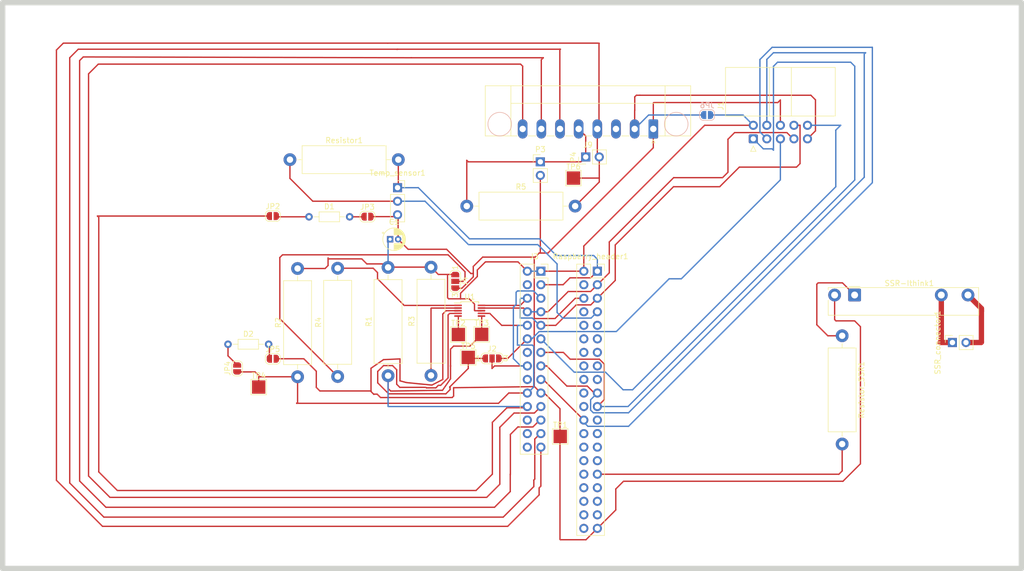
<source format=kicad_pcb>
(kicad_pcb (version 20171130) (host pcbnew "(5.1.9-0-10_14)")

  (general
    (thickness 1.6)
    (drawings 4)
    (tracks 453)
    (zones 0)
    (modules 33)
    (nets 70)
  )

  (page A4)
  (layers
    (0 F.Cu mixed)
    (1 In1.Cu signal hide)
    (2 In2.Cu signal hide)
    (31 B.Cu mixed)
    (32 B.Adhes user)
    (33 F.Adhes user)
    (34 B.Paste user)
    (35 F.Paste user)
    (36 B.SilkS user)
    (37 F.SilkS user)
    (38 B.Mask user)
    (39 F.Mask user)
    (40 Dwgs.User user)
    (41 Cmts.User user)
    (42 Eco1.User user)
    (43 Eco2.User user)
    (44 Edge.Cuts user)
    (45 Margin user)
    (46 B.CrtYd user)
    (47 F.CrtYd user)
    (48 B.Fab user)
    (49 F.Fab user)
  )

  (setup
    (last_trace_width 0.25)
    (user_trace_width 0.3)
    (user_trace_width 0.4)
    (user_trace_width 0.5)
    (user_trace_width 1)
    (user_trace_width 2)
    (trace_clearance 0.16)
    (zone_clearance 0.508)
    (zone_45_only no)
    (trace_min 0.16)
    (via_size 0.6)
    (via_drill 0.4)
    (via_min_size 0.4)
    (via_min_drill 0.3)
    (uvia_size 0.3)
    (uvia_drill 0.1)
    (uvias_allowed no)
    (uvia_min_size 0.2)
    (uvia_min_drill 0.1)
    (edge_width 0.15)
    (segment_width 0.15)
    (pcb_text_width 0.3)
    (pcb_text_size 1.5 1.5)
    (mod_edge_width 0.15)
    (mod_text_size 1 1)
    (mod_text_width 0.15)
    (pad_size 1.524 1.524)
    (pad_drill 0.762)
    (pad_to_mask_clearance 0.2)
    (aux_axis_origin 0 0)
    (visible_elements FFFFFF7F)
    (pcbplotparams
      (layerselection 0x010fc_fffffff9)
      (usegerberextensions false)
      (usegerberattributes true)
      (usegerberadvancedattributes true)
      (creategerberjobfile true)
      (excludeedgelayer true)
      (linewidth 0.100000)
      (plotframeref false)
      (viasonmask false)
      (mode 1)
      (useauxorigin false)
      (hpglpennumber 1)
      (hpglpenspeed 20)
      (hpglpendiameter 15.000000)
      (psnegative false)
      (psa4output false)
      (plotreference true)
      (plotvalue true)
      (plotinvisibletext false)
      (padsonsilk false)
      (subtractmaskfromsilk false)
      (outputformat 1)
      (mirror false)
      (drillshape 0)
      (scaleselection 1)
      (outputdirectory ""))
  )

  (net 0 "")
  (net 1 +5V)
  (net 2 GND)
  (net 3 MISO)
  (net 4 SCK)
  (net 5 A_V_D_EXT)
  (net 6 SDA)
  (net 7 /Vin)
  (net 8 MOSI)
  (net 9 SCL)
  (net 10 ~A_CS)
  (net 11 A_V_D_LOC)
  (net 12 A_V_D)
  (net 13 +3V3)
  (net 14 "Net-(J3-Pad4)")
  (net 15 "Net-(J3-Pad14)")
  (net 16 "Net-(J3-Pad18)")
  (net 17 A_I+)
  (net 18 A_V+)
  (net 19 "Net-(J3-Pad24)")
  (net 20 A_V-)
  (net 21 "Net-(J3-Pad26)")
  (net 22 A_I-)
  (net 23 "Net-(J3-Pad28)")
  (net 24 "Net-(J4-Pad2)")
  (net 25 "Net-(J9-Pad3)")
  (net 26 A_I-_EXT)
  (net 27 "Net-(D1-Pad1)")
  (net 28 "Net-(D1-Pad2)")
  (net 29 "Net-(D2-Pad1)")
  (net 30 "Net-(D2-Pad2)")
  (net 31 "Net-(R3-Pad1)")
  (net 32 "Net-(R4-Pad2)")
  (net 33 "Net-(Raspberry_header1-Pad4)")
  (net 34 CLK0)
  (net 35 "Net-(Raspberry_header1-Pad8)")
  (net 36 "Net-(Raspberry_header1-Pad9)")
  (net 37 "Net-(Raspberry_header1-Pad10)")
  (net 38 "Net-(Raspberry_header1-Pad11)")
  (net 39 "Net-(Raspberry_header1-Pad12)")
  (net 40 "Net-(Raspberry_header1-Pad13)")
  (net 41 "Net-(Raspberry_header1-Pad14)")
  (net 42 "Net-(Raspberry_header1-Pad15)")
  (net 43 "Net-(Raspberry_header1-Pad16)")
  (net 44 "Net-(Raspberry_header1-Pad17)")
  (net 45 "Net-(Raspberry_header1-Pad18)")
  (net 46 "Net-(Raspberry_header1-Pad20)")
  (net 47 "Net-(Raspberry_header1-Pad22)")
  (net 48 SCLK)
  (net 49 "Net-(Raspberry_header1-Pad25)")
  (net 50 "Net-(Raspberry_header1-Pad26)")
  (net 51 "Net-(Raspberry_header1-Pad27)")
  (net 52 "Net-(Raspberry_header1-Pad28)")
  (net 53 "Net-(Raspberry_header1-Pad29)")
  (net 54 "Net-(Raspberry_header1-Pad30)")
  (net 55 GPIO6)
  (net 56 "Net-(Raspberry_header1-Pad32)")
  (net 57 "Net-(Raspberry_header1-Pad33)")
  (net 58 "Net-(Raspberry_header1-Pad34)")
  (net 59 "Net-(Raspberry_header1-Pad35)")
  (net 60 "Net-(Raspberry_header1-Pad36)")
  (net 61 "Net-(Raspberry_header1-Pad37)")
  (net 62 "Net-(Raspberry_header1-Pad38)")
  (net 63 "Net-(Raspberry_header1-Pad40)")
  (net 64 "Net-(Resistor_SSR1-Pad1)")
  (net 65 "Net-(SSR-Ithink1-Pad14)")
  (net 66 "Net-(SSR-Ithink1-Pad11)")
  (net 67 "Net-(TP2-Pad1)")
  (net 68 HELP1)
  (net 69 HELP3)

  (net_class Default "This is the default net class."
    (clearance 0.16)
    (trace_width 0.25)
    (via_dia 0.6)
    (via_drill 0.4)
    (uvia_dia 0.3)
    (uvia_drill 0.1)
    (add_net +3V3)
    (add_net +5V)
    (add_net /Vin)
    (add_net A_I+)
    (add_net A_I-)
    (add_net A_I-_EXT)
    (add_net A_V+)
    (add_net A_V-)
    (add_net A_V_D)
    (add_net A_V_D_EXT)
    (add_net A_V_D_LOC)
    (add_net CLK0)
    (add_net GND)
    (add_net GPIO6)
    (add_net HELP1)
    (add_net HELP3)
    (add_net MISO)
    (add_net MOSI)
    (add_net "Net-(D1-Pad1)")
    (add_net "Net-(D1-Pad2)")
    (add_net "Net-(D2-Pad1)")
    (add_net "Net-(D2-Pad2)")
    (add_net "Net-(J3-Pad14)")
    (add_net "Net-(J3-Pad18)")
    (add_net "Net-(J3-Pad24)")
    (add_net "Net-(J3-Pad26)")
    (add_net "Net-(J3-Pad28)")
    (add_net "Net-(J3-Pad4)")
    (add_net "Net-(J4-Pad2)")
    (add_net "Net-(J9-Pad3)")
    (add_net "Net-(R3-Pad1)")
    (add_net "Net-(R4-Pad2)")
    (add_net "Net-(Raspberry_header1-Pad10)")
    (add_net "Net-(Raspberry_header1-Pad11)")
    (add_net "Net-(Raspberry_header1-Pad12)")
    (add_net "Net-(Raspberry_header1-Pad13)")
    (add_net "Net-(Raspberry_header1-Pad14)")
    (add_net "Net-(Raspberry_header1-Pad15)")
    (add_net "Net-(Raspberry_header1-Pad16)")
    (add_net "Net-(Raspberry_header1-Pad17)")
    (add_net "Net-(Raspberry_header1-Pad18)")
    (add_net "Net-(Raspberry_header1-Pad20)")
    (add_net "Net-(Raspberry_header1-Pad22)")
    (add_net "Net-(Raspberry_header1-Pad25)")
    (add_net "Net-(Raspberry_header1-Pad26)")
    (add_net "Net-(Raspberry_header1-Pad27)")
    (add_net "Net-(Raspberry_header1-Pad28)")
    (add_net "Net-(Raspberry_header1-Pad29)")
    (add_net "Net-(Raspberry_header1-Pad30)")
    (add_net "Net-(Raspberry_header1-Pad32)")
    (add_net "Net-(Raspberry_header1-Pad33)")
    (add_net "Net-(Raspberry_header1-Pad34)")
    (add_net "Net-(Raspberry_header1-Pad35)")
    (add_net "Net-(Raspberry_header1-Pad36)")
    (add_net "Net-(Raspberry_header1-Pad37)")
    (add_net "Net-(Raspberry_header1-Pad38)")
    (add_net "Net-(Raspberry_header1-Pad4)")
    (add_net "Net-(Raspberry_header1-Pad40)")
    (add_net "Net-(Raspberry_header1-Pad8)")
    (add_net "Net-(Raspberry_header1-Pad9)")
    (add_net "Net-(Resistor_SSR1-Pad1)")
    (add_net "Net-(SSR-Ithink1-Pad11)")
    (add_net "Net-(SSR-Ithink1-Pad14)")
    (add_net "Net-(TP2-Pad1)")
    (add_net SCK)
    (add_net SCL)
    (add_net SCLK)
    (add_net SDA)
    (add_net ~A_CS)
  )

  (module OptoDevice:Finder_34.81 (layer F.Cu) (tedit 5B887491) (tstamp 60254846)
    (at -196.6214 61.468)
    (descr "Relay SPST, Finder Type 34.81 (opto relays/coupler), vertical/standing form, see https://gfinder.findernet.com/public/attachments/34/EN/S34USAEN.pdf")
    (tags "Relay SPST Finder")
    (path /6011EB5B)
    (fp_text reference SSR-Ithink1 (at 10.25 -2.2) (layer F.SilkS)
      (effects (font (size 1 1) (thickness 0.15)))
    )
    (fp_text value 34.81-7048 (at 9.15 4.8) (layer F.Fab)
      (effects (font (size 1 1) (thickness 0.15)))
    )
    (fp_line (start 1 -1.6) (end -1 -1.6) (layer F.SilkS) (width 0.12))
    (fp_line (start 0 -0.3) (end 1 -1.3) (layer F.Fab) (width 0.1))
    (fp_line (start 0 -0.3) (end -1 -1.3) (layer F.Fab) (width 0.1))
    (fp_line (start -4.85 -1.3) (end -1 -1.3) (layer F.Fab) (width 0.1))
    (fp_line (start 23.4 3.95) (end -5.1 3.95) (layer F.CrtYd) (width 0.05))
    (fp_line (start 23.4 3.95) (end 23.4 -1.55) (layer F.CrtYd) (width 0.05))
    (fp_line (start -5.1 -1.55) (end -5.1 3.95) (layer F.CrtYd) (width 0.05))
    (fp_line (start -5.1 -1.55) (end 23.4 -1.55) (layer F.CrtYd) (width 0.05))
    (fp_line (start 23.15 3.7) (end -4.85 3.7) (layer F.Fab) (width 0.1))
    (fp_line (start -4.85 3.7) (end -4.85 -1.3) (layer F.Fab) (width 0.1))
    (fp_line (start 1 -1.3) (end 23.15 -1.3) (layer F.Fab) (width 0.1))
    (fp_line (start 23.15 -1.3) (end 23.15 3.7) (layer F.Fab) (width 0.1))
    (fp_line (start -4.95 -1.4) (end 23.25 -1.4) (layer F.SilkS) (width 0.12))
    (fp_line (start 23.25 -1.4) (end 23.25 3.8) (layer F.SilkS) (width 0.12))
    (fp_line (start 23.25 3.8) (end -4.95 3.8) (layer F.SilkS) (width 0.12))
    (fp_line (start -4.95 3.8) (end -4.95 1) (layer F.SilkS) (width 0.12))
    (fp_line (start -4.95 -1.4) (end -4.95 -1) (layer F.SilkS) (width 0.12))
    (fp_text user %R (at 10.25 2.4) (layer F.Fab)
      (effects (font (size 1 1) (thickness 0.15)))
    )
    (pad A1 thru_hole roundrect (at 0 0) (size 2.4 2.4) (drill 1.3) (layers *.Cu *.Mask) (roundrect_rratio 0.104)
      (net 64 "Net-(Resistor_SSR1-Pad1)"))
    (pad A2 thru_hole circle (at -3.75 0) (size 2.4 2.4) (drill 1.3) (layers *.Cu *.Mask)
      (net 2 GND))
    (pad 11 thru_hole circle (at 16.25 0) (size 2.4 2.4) (drill 1.3) (layers *.Cu *.Mask)
      (net 66 "Net-(SSR-Ithink1-Pad11)"))
    (pad 14 thru_hole circle (at 21.25 0) (size 2.4 2.4) (drill 1.3) (layers *.Cu *.Mask)
      (net 65 "Net-(SSR-Ithink1-Pad14)"))
    (model ${KISYS3DMOD}/OptoDevice.3dshapes/Finder_34.81.wrl
      (at (xyz 0 0 0))
      (scale (xyz 1 1 1))
      (rotate (xyz 0 0 0))
    )
  )

  (module Resistor_THT:R_Axial_DIN0204_L3.6mm_D1.6mm_P7.62mm_Horizontal (layer F.Cu) (tedit 5AE5139B) (tstamp 60303F82)
    (at -314.11164 70.70852)
    (descr "Resistor, Axial_DIN0204 series, Axial, Horizontal, pin pitch=7.62mm, 0.167W, length*diameter=3.6*1.6mm^2, http://cdn-reichelt.de/documents/datenblatt/B400/1_4W%23YAG.pdf")
    (tags "Resistor Axial_DIN0204 series Axial Horizontal pin pitch 7.62mm 0.167W length 3.6mm diameter 1.6mm")
    (path /59F77B1E)
    (fp_text reference D2 (at 3.81 -1.92) (layer F.SilkS)
      (effects (font (size 1 1) (thickness 0.15)))
    )
    (fp_text value BPW21 (at 3.81 1.92) (layer F.Fab)
      (effects (font (size 1 1) (thickness 0.15)))
    )
    (fp_line (start 8.57 -1.05) (end -0.95 -1.05) (layer F.CrtYd) (width 0.05))
    (fp_line (start 8.57 1.05) (end 8.57 -1.05) (layer F.CrtYd) (width 0.05))
    (fp_line (start -0.95 1.05) (end 8.57 1.05) (layer F.CrtYd) (width 0.05))
    (fp_line (start -0.95 -1.05) (end -0.95 1.05) (layer F.CrtYd) (width 0.05))
    (fp_line (start 6.68 0) (end 5.73 0) (layer F.SilkS) (width 0.12))
    (fp_line (start 0.94 0) (end 1.89 0) (layer F.SilkS) (width 0.12))
    (fp_line (start 5.73 -0.92) (end 1.89 -0.92) (layer F.SilkS) (width 0.12))
    (fp_line (start 5.73 0.92) (end 5.73 -0.92) (layer F.SilkS) (width 0.12))
    (fp_line (start 1.89 0.92) (end 5.73 0.92) (layer F.SilkS) (width 0.12))
    (fp_line (start 1.89 -0.92) (end 1.89 0.92) (layer F.SilkS) (width 0.12))
    (fp_line (start 7.62 0) (end 5.61 0) (layer F.Fab) (width 0.1))
    (fp_line (start 0 0) (end 2.01 0) (layer F.Fab) (width 0.1))
    (fp_line (start 5.61 -0.8) (end 2.01 -0.8) (layer F.Fab) (width 0.1))
    (fp_line (start 5.61 0.8) (end 5.61 -0.8) (layer F.Fab) (width 0.1))
    (fp_line (start 2.01 0.8) (end 5.61 0.8) (layer F.Fab) (width 0.1))
    (fp_line (start 2.01 -0.8) (end 2.01 0.8) (layer F.Fab) (width 0.1))
    (fp_text user %R (at 3.81 0) (layer F.Fab)
      (effects (font (size 0.72 0.72) (thickness 0.108)))
    )
    (pad 2 thru_hole oval (at 7.62 0) (size 1.4 1.4) (drill 0.7) (layers *.Cu *.Mask)
      (net 30 "Net-(D2-Pad2)"))
    (pad 1 thru_hole circle (at 0 0) (size 1.4 1.4) (drill 0.7) (layers *.Cu *.Mask)
      (net 29 "Net-(D2-Pad1)"))
    (model ${KISYS3DMOD}/Resistor_THT.3dshapes/R_Axial_DIN0204_L3.6mm_D1.6mm_P7.62mm_Horizontal.wrl
      (at (xyz 0 0 0))
      (scale (xyz 1 1 1))
      (rotate (xyz 0 0 0))
    )
  )

  (module Resistor_THT:R_Axial_DIN0204_L3.6mm_D1.6mm_P7.62mm_Horizontal (layer F.Cu) (tedit 5AE5139B) (tstamp 60303F6B)
    (at -298.92244 46.79188)
    (descr "Resistor, Axial_DIN0204 series, Axial, Horizontal, pin pitch=7.62mm, 0.167W, length*diameter=3.6*1.6mm^2, http://cdn-reichelt.de/documents/datenblatt/B400/1_4W%23YAG.pdf")
    (tags "Resistor Axial_DIN0204 series Axial Horizontal pin pitch 7.62mm 0.167W length 3.6mm diameter 1.6mm")
    (path /59F7456C)
    (fp_text reference D1 (at 3.81 -1.92) (layer F.SilkS)
      (effects (font (size 1 1) (thickness 0.15)))
    )
    (fp_text value BPW21 (at 3.81 1.92) (layer F.Fab)
      (effects (font (size 1 1) (thickness 0.15)))
    )
    (fp_line (start 8.57 -1.05) (end -0.95 -1.05) (layer F.CrtYd) (width 0.05))
    (fp_line (start 8.57 1.05) (end 8.57 -1.05) (layer F.CrtYd) (width 0.05))
    (fp_line (start -0.95 1.05) (end 8.57 1.05) (layer F.CrtYd) (width 0.05))
    (fp_line (start -0.95 -1.05) (end -0.95 1.05) (layer F.CrtYd) (width 0.05))
    (fp_line (start 6.68 0) (end 5.73 0) (layer F.SilkS) (width 0.12))
    (fp_line (start 0.94 0) (end 1.89 0) (layer F.SilkS) (width 0.12))
    (fp_line (start 5.73 -0.92) (end 1.89 -0.92) (layer F.SilkS) (width 0.12))
    (fp_line (start 5.73 0.92) (end 5.73 -0.92) (layer F.SilkS) (width 0.12))
    (fp_line (start 1.89 0.92) (end 5.73 0.92) (layer F.SilkS) (width 0.12))
    (fp_line (start 1.89 -0.92) (end 1.89 0.92) (layer F.SilkS) (width 0.12))
    (fp_line (start 7.62 0) (end 5.61 0) (layer F.Fab) (width 0.1))
    (fp_line (start 0 0) (end 2.01 0) (layer F.Fab) (width 0.1))
    (fp_line (start 5.61 -0.8) (end 2.01 -0.8) (layer F.Fab) (width 0.1))
    (fp_line (start 5.61 0.8) (end 5.61 -0.8) (layer F.Fab) (width 0.1))
    (fp_line (start 2.01 0.8) (end 5.61 0.8) (layer F.Fab) (width 0.1))
    (fp_line (start 2.01 -0.8) (end 2.01 0.8) (layer F.Fab) (width 0.1))
    (fp_text user %R (at 3.81 0) (layer F.Fab)
      (effects (font (size 0.72 0.72) (thickness 0.108)))
    )
    (pad 2 thru_hole oval (at 7.62 0) (size 1.4 1.4) (drill 0.7) (layers *.Cu *.Mask)
      (net 28 "Net-(D1-Pad2)"))
    (pad 1 thru_hole circle (at 0 0) (size 1.4 1.4) (drill 0.7) (layers *.Cu *.Mask)
      (net 27 "Net-(D1-Pad1)"))
    (model ${KISYS3DMOD}/Resistor_THT.3dshapes/R_Axial_DIN0204_L3.6mm_D1.6mm_P7.62mm_Horizontal.wrl
      (at (xyz 0 0 0))
      (scale (xyz 1 1 1))
      (rotate (xyz 0 0 0))
    )
  )

  (module Resistor_THT:R_Axial_DIN0516_L15.5mm_D5.0mm_P20.32mm_Horizontal (layer F.Cu) (tedit 5AE5139B) (tstamp 6025482C)
    (at -198.9582 69.1134 270)
    (descr "Resistor, Axial_DIN0516 series, Axial, Horizontal, pin pitch=20.32mm, 2W, length*diameter=15.5*5mm^2, http://cdn-reichelt.de/documents/datenblatt/B400/1_4W%23YAG.pdf")
    (tags "Resistor Axial_DIN0516 series Axial Horizontal pin pitch 20.32mm 2W length 15.5mm diameter 5mm")
    (path /60130DA5)
    (fp_text reference Resistor_SSR1 (at 10.16 -3.62 270) (layer F.SilkS)
      (effects (font (size 1 1) (thickness 0.15)))
    )
    (fp_text value ? (at 10.16 3.62 270) (layer F.Fab)
      (effects (font (size 1 1) (thickness 0.15)))
    )
    (fp_line (start 21.77 -2.75) (end -1.45 -2.75) (layer F.CrtYd) (width 0.05))
    (fp_line (start 21.77 2.75) (end 21.77 -2.75) (layer F.CrtYd) (width 0.05))
    (fp_line (start -1.45 2.75) (end 21.77 2.75) (layer F.CrtYd) (width 0.05))
    (fp_line (start -1.45 -2.75) (end -1.45 2.75) (layer F.CrtYd) (width 0.05))
    (fp_line (start 18.88 0) (end 18.03 0) (layer F.SilkS) (width 0.12))
    (fp_line (start 1.44 0) (end 2.29 0) (layer F.SilkS) (width 0.12))
    (fp_line (start 18.03 -2.62) (end 2.29 -2.62) (layer F.SilkS) (width 0.12))
    (fp_line (start 18.03 2.62) (end 18.03 -2.62) (layer F.SilkS) (width 0.12))
    (fp_line (start 2.29 2.62) (end 18.03 2.62) (layer F.SilkS) (width 0.12))
    (fp_line (start 2.29 -2.62) (end 2.29 2.62) (layer F.SilkS) (width 0.12))
    (fp_line (start 20.32 0) (end 17.91 0) (layer F.Fab) (width 0.1))
    (fp_line (start 0 0) (end 2.41 0) (layer F.Fab) (width 0.1))
    (fp_line (start 17.91 -2.5) (end 2.41 -2.5) (layer F.Fab) (width 0.1))
    (fp_line (start 17.91 2.5) (end 17.91 -2.5) (layer F.Fab) (width 0.1))
    (fp_line (start 2.41 2.5) (end 17.91 2.5) (layer F.Fab) (width 0.1))
    (fp_line (start 2.41 -2.5) (end 2.41 2.5) (layer F.Fab) (width 0.1))
    (fp_text user %R (at 10.16 0 270) (layer F.Fab)
      (effects (font (size 1 1) (thickness 0.15)))
    )
    (pad 2 thru_hole oval (at 20.32 0 270) (size 2.4 2.4) (drill 1.2) (layers *.Cu *.Mask)
      (net 55 GPIO6))
    (pad 1 thru_hole circle (at 0 0 270) (size 2.4 2.4) (drill 1.2) (layers *.Cu *.Mask)
      (net 64 "Net-(Resistor_SSR1-Pad1)"))
    (model ${KISYS3DMOD}/Resistor_THT.3dshapes/R_Axial_DIN0516_L15.5mm_D5.0mm_P20.32mm_Horizontal.wrl
      (at (xyz 0 0 0))
      (scale (xyz 1 1 1))
      (rotate (xyz 0 0 0))
    )
  )

  (module Resistor_THT:R_Axial_DIN0516_L15.5mm_D5.0mm_P20.32mm_Horizontal (layer F.Cu) (tedit 5AE5139B) (tstamp 60254815)
    (at -302.49876 36.06292)
    (descr "Resistor, Axial_DIN0516 series, Axial, Horizontal, pin pitch=20.32mm, 2W, length*diameter=15.5*5mm^2, http://cdn-reichelt.de/documents/datenblatt/B400/1_4W%23YAG.pdf")
    (tags "Resistor Axial_DIN0516 series Axial Horizontal pin pitch 20.32mm 2W length 15.5mm diameter 5mm")
    (path /60201E60)
    (fp_text reference Resistor1 (at 10.16 -3.62) (layer F.SilkS)
      (effects (font (size 1 1) (thickness 0.15)))
    )
    (fp_text value 4.7k (at 10.16 3.62) (layer F.Fab)
      (effects (font (size 1 1) (thickness 0.15)))
    )
    (fp_line (start 21.77 -2.75) (end -1.45 -2.75) (layer F.CrtYd) (width 0.05))
    (fp_line (start 21.77 2.75) (end 21.77 -2.75) (layer F.CrtYd) (width 0.05))
    (fp_line (start -1.45 2.75) (end 21.77 2.75) (layer F.CrtYd) (width 0.05))
    (fp_line (start -1.45 -2.75) (end -1.45 2.75) (layer F.CrtYd) (width 0.05))
    (fp_line (start 18.88 0) (end 18.03 0) (layer F.SilkS) (width 0.12))
    (fp_line (start 1.44 0) (end 2.29 0) (layer F.SilkS) (width 0.12))
    (fp_line (start 18.03 -2.62) (end 2.29 -2.62) (layer F.SilkS) (width 0.12))
    (fp_line (start 18.03 2.62) (end 18.03 -2.62) (layer F.SilkS) (width 0.12))
    (fp_line (start 2.29 2.62) (end 18.03 2.62) (layer F.SilkS) (width 0.12))
    (fp_line (start 2.29 -2.62) (end 2.29 2.62) (layer F.SilkS) (width 0.12))
    (fp_line (start 20.32 0) (end 17.91 0) (layer F.Fab) (width 0.1))
    (fp_line (start 0 0) (end 2.41 0) (layer F.Fab) (width 0.1))
    (fp_line (start 17.91 -2.5) (end 2.41 -2.5) (layer F.Fab) (width 0.1))
    (fp_line (start 17.91 2.5) (end 17.91 -2.5) (layer F.Fab) (width 0.1))
    (fp_line (start 2.41 2.5) (end 17.91 2.5) (layer F.Fab) (width 0.1))
    (fp_line (start 2.41 -2.5) (end 2.41 2.5) (layer F.Fab) (width 0.1))
    (fp_text user %R (at 10.16 0) (layer F.Fab)
      (effects (font (size 1 1) (thickness 0.15)))
    )
    (pad 2 thru_hole oval (at 20.32 0) (size 2.4 2.4) (drill 1.2) (layers *.Cu *.Mask)
      (net 13 +3V3))
    (pad 1 thru_hole circle (at 0 0) (size 2.4 2.4) (drill 1.2) (layers *.Cu *.Mask)
      (net 34 CLK0))
    (model ${KISYS3DMOD}/Resistor_THT.3dshapes/R_Axial_DIN0516_L15.5mm_D5.0mm_P20.32mm_Horizontal.wrl
      (at (xyz 0 0 0))
      (scale (xyz 1 1 1))
      (rotate (xyz 0 0 0))
    )
  )

  (module Resistor_THT:R_Axial_DIN0516_L15.5mm_D5.0mm_P20.32mm_Horizontal (layer F.Cu) (tedit 5AE5139B) (tstamp 602547C0)
    (at -269.3416 44.7802)
    (descr "Resistor, Axial_DIN0516 series, Axial, Horizontal, pin pitch=20.32mm, 2W, length*diameter=15.5*5mm^2, http://cdn-reichelt.de/documents/datenblatt/B400/1_4W%23YAG.pdf")
    (tags "Resistor Axial_DIN0516 series Axial Horizontal pin pitch 20.32mm 2W length 15.5mm diameter 5mm")
    (path /5A36BE72)
    (fp_text reference R5 (at 10.16 -3.62) (layer F.SilkS)
      (effects (font (size 1 1) (thickness 0.15)))
    )
    (fp_text value 1 (at 10.16 3.62) (layer F.Fab)
      (effects (font (size 1 1) (thickness 0.15)))
    )
    (fp_line (start 21.77 -2.75) (end -1.45 -2.75) (layer F.CrtYd) (width 0.05))
    (fp_line (start 21.77 2.75) (end 21.77 -2.75) (layer F.CrtYd) (width 0.05))
    (fp_line (start -1.45 2.75) (end 21.77 2.75) (layer F.CrtYd) (width 0.05))
    (fp_line (start -1.45 -2.75) (end -1.45 2.75) (layer F.CrtYd) (width 0.05))
    (fp_line (start 18.88 0) (end 18.03 0) (layer F.SilkS) (width 0.12))
    (fp_line (start 1.44 0) (end 2.29 0) (layer F.SilkS) (width 0.12))
    (fp_line (start 18.03 -2.62) (end 2.29 -2.62) (layer F.SilkS) (width 0.12))
    (fp_line (start 18.03 2.62) (end 18.03 -2.62) (layer F.SilkS) (width 0.12))
    (fp_line (start 2.29 2.62) (end 18.03 2.62) (layer F.SilkS) (width 0.12))
    (fp_line (start 2.29 -2.62) (end 2.29 2.62) (layer F.SilkS) (width 0.12))
    (fp_line (start 20.32 0) (end 17.91 0) (layer F.Fab) (width 0.1))
    (fp_line (start 0 0) (end 2.41 0) (layer F.Fab) (width 0.1))
    (fp_line (start 17.91 -2.5) (end 2.41 -2.5) (layer F.Fab) (width 0.1))
    (fp_line (start 17.91 2.5) (end 17.91 -2.5) (layer F.Fab) (width 0.1))
    (fp_line (start 2.41 2.5) (end 17.91 2.5) (layer F.Fab) (width 0.1))
    (fp_line (start 2.41 -2.5) (end 2.41 2.5) (layer F.Fab) (width 0.1))
    (fp_text user %R (at 10.16 0) (layer F.Fab)
      (effects (font (size 1 1) (thickness 0.15)))
    )
    (pad 2 thru_hole oval (at 20.32 0) (size 2.4 2.4) (drill 1.2) (layers *.Cu *.Mask)
      (net 22 A_I-))
    (pad 1 thru_hole circle (at 0 0) (size 2.4 2.4) (drill 1.2) (layers *.Cu *.Mask)
      (net 26 A_I-_EXT))
    (model ${KISYS3DMOD}/Resistor_THT.3dshapes/R_Axial_DIN0516_L15.5mm_D5.0mm_P20.32mm_Horizontal.wrl
      (at (xyz 0 0 0))
      (scale (xyz 1 1 1))
      (rotate (xyz 0 0 0))
    )
  )

  (module Resistor_THT:R_Axial_DIN0516_L15.5mm_D5.0mm_P20.32mm_Horizontal (layer F.Cu) (tedit 5AE5139B) (tstamp 602547AF)
    (at -293.5478 76.7588 90)
    (descr "Resistor, Axial_DIN0516 series, Axial, Horizontal, pin pitch=20.32mm, 2W, length*diameter=15.5*5mm^2, http://cdn-reichelt.de/documents/datenblatt/B400/1_4W%23YAG.pdf")
    (tags "Resistor Axial_DIN0516 series Axial Horizontal pin pitch 20.32mm 2W length 15.5mm diameter 5mm")
    (path /59F73C2B)
    (fp_text reference R4 (at 10.16 -3.62 90) (layer F.SilkS)
      (effects (font (size 1 1) (thickness 0.15)))
    )
    (fp_text value 10K (at 10.16 3.62 90) (layer F.Fab)
      (effects (font (size 1 1) (thickness 0.15)))
    )
    (fp_line (start 21.77 -2.75) (end -1.45 -2.75) (layer F.CrtYd) (width 0.05))
    (fp_line (start 21.77 2.75) (end 21.77 -2.75) (layer F.CrtYd) (width 0.05))
    (fp_line (start -1.45 2.75) (end 21.77 2.75) (layer F.CrtYd) (width 0.05))
    (fp_line (start -1.45 -2.75) (end -1.45 2.75) (layer F.CrtYd) (width 0.05))
    (fp_line (start 18.88 0) (end 18.03 0) (layer F.SilkS) (width 0.12))
    (fp_line (start 1.44 0) (end 2.29 0) (layer F.SilkS) (width 0.12))
    (fp_line (start 18.03 -2.62) (end 2.29 -2.62) (layer F.SilkS) (width 0.12))
    (fp_line (start 18.03 2.62) (end 18.03 -2.62) (layer F.SilkS) (width 0.12))
    (fp_line (start 2.29 2.62) (end 18.03 2.62) (layer F.SilkS) (width 0.12))
    (fp_line (start 2.29 -2.62) (end 2.29 2.62) (layer F.SilkS) (width 0.12))
    (fp_line (start 20.32 0) (end 17.91 0) (layer F.Fab) (width 0.1))
    (fp_line (start 0 0) (end 2.41 0) (layer F.Fab) (width 0.1))
    (fp_line (start 17.91 -2.5) (end 2.41 -2.5) (layer F.Fab) (width 0.1))
    (fp_line (start 17.91 2.5) (end 17.91 -2.5) (layer F.Fab) (width 0.1))
    (fp_line (start 2.41 2.5) (end 17.91 2.5) (layer F.Fab) (width 0.1))
    (fp_line (start 2.41 -2.5) (end 2.41 2.5) (layer F.Fab) (width 0.1))
    (fp_text user %R (at 10.16 0 90) (layer F.Fab)
      (effects (font (size 1 1) (thickness 0.15)))
    )
    (pad 2 thru_hole oval (at 20.32 0 90) (size 2.4 2.4) (drill 1.2) (layers *.Cu *.Mask)
      (net 32 "Net-(R4-Pad2)"))
    (pad 1 thru_hole circle (at 0 0 90) (size 2.4 2.4) (drill 1.2) (layers *.Cu *.Mask)
      (net 24 "Net-(J4-Pad2)"))
    (model ${KISYS3DMOD}/Resistor_THT.3dshapes/R_Axial_DIN0516_L15.5mm_D5.0mm_P20.32mm_Horizontal.wrl
      (at (xyz 0 0 0))
      (scale (xyz 1 1 1))
      (rotate (xyz 0 0 0))
    )
  )

  (module Resistor_THT:R_Axial_DIN0516_L15.5mm_D5.0mm_P20.32mm_Horizontal (layer F.Cu) (tedit 5AE5139B) (tstamp 6025479E)
    (at -276.0472 76.5556 90)
    (descr "Resistor, Axial_DIN0516 series, Axial, Horizontal, pin pitch=20.32mm, 2W, length*diameter=15.5*5mm^2, http://cdn-reichelt.de/documents/datenblatt/B400/1_4W%23YAG.pdf")
    (tags "Resistor Axial_DIN0516 series Axial Horizontal pin pitch 20.32mm 2W length 15.5mm diameter 5mm")
    (path /59F73F0B)
    (fp_text reference R3 (at 10.16 -3.62 90) (layer F.SilkS)
      (effects (font (size 1 1) (thickness 0.15)))
    )
    (fp_text value 10K (at 10.16 3.62 90) (layer F.Fab)
      (effects (font (size 1 1) (thickness 0.15)))
    )
    (fp_line (start 21.77 -2.75) (end -1.45 -2.75) (layer F.CrtYd) (width 0.05))
    (fp_line (start 21.77 2.75) (end 21.77 -2.75) (layer F.CrtYd) (width 0.05))
    (fp_line (start -1.45 2.75) (end 21.77 2.75) (layer F.CrtYd) (width 0.05))
    (fp_line (start -1.45 -2.75) (end -1.45 2.75) (layer F.CrtYd) (width 0.05))
    (fp_line (start 18.88 0) (end 18.03 0) (layer F.SilkS) (width 0.12))
    (fp_line (start 1.44 0) (end 2.29 0) (layer F.SilkS) (width 0.12))
    (fp_line (start 18.03 -2.62) (end 2.29 -2.62) (layer F.SilkS) (width 0.12))
    (fp_line (start 18.03 2.62) (end 18.03 -2.62) (layer F.SilkS) (width 0.12))
    (fp_line (start 2.29 2.62) (end 18.03 2.62) (layer F.SilkS) (width 0.12))
    (fp_line (start 2.29 -2.62) (end 2.29 2.62) (layer F.SilkS) (width 0.12))
    (fp_line (start 20.32 0) (end 17.91 0) (layer F.Fab) (width 0.1))
    (fp_line (start 0 0) (end 2.41 0) (layer F.Fab) (width 0.1))
    (fp_line (start 17.91 -2.5) (end 2.41 -2.5) (layer F.Fab) (width 0.1))
    (fp_line (start 17.91 2.5) (end 17.91 -2.5) (layer F.Fab) (width 0.1))
    (fp_line (start 2.41 2.5) (end 17.91 2.5) (layer F.Fab) (width 0.1))
    (fp_line (start 2.41 -2.5) (end 2.41 2.5) (layer F.Fab) (width 0.1))
    (fp_text user %R (at 10.16 0 90) (layer F.Fab)
      (effects (font (size 1 1) (thickness 0.15)))
    )
    (pad 2 thru_hole oval (at 20.32 0 90) (size 2.4 2.4) (drill 1.2) (layers *.Cu *.Mask)
      (net 1 +5V))
    (pad 1 thru_hole circle (at 0 0 90) (size 2.4 2.4) (drill 1.2) (layers *.Cu *.Mask)
      (net 31 "Net-(R3-Pad1)"))
    (model ${KISYS3DMOD}/Resistor_THT.3dshapes/R_Axial_DIN0516_L15.5mm_D5.0mm_P20.32mm_Horizontal.wrl
      (at (xyz 0 0 0))
      (scale (xyz 1 1 1))
      (rotate (xyz 0 0 0))
    )
  )

  (module Resistor_THT:R_Axial_DIN0516_L15.5mm_D5.0mm_P20.32mm_Horizontal (layer F.Cu) (tedit 5AE5139B) (tstamp 6025478D)
    (at -301.0662 76.8096 90)
    (descr "Resistor, Axial_DIN0516 series, Axial, Horizontal, pin pitch=20.32mm, 2W, length*diameter=15.5*5mm^2, http://cdn-reichelt.de/documents/datenblatt/B400/1_4W%23YAG.pdf")
    (tags "Resistor Axial_DIN0516 series Axial Horizontal pin pitch 20.32mm 2W length 15.5mm diameter 5mm")
    (path /59F77B34)
    (fp_text reference R2 (at 10.16 -3.62 90) (layer F.SilkS)
      (effects (font (size 1 1) (thickness 0.15)))
    )
    (fp_text value 1.2K (at 10.16 3.62 90) (layer F.Fab)
      (effects (font (size 1 1) (thickness 0.15)))
    )
    (fp_line (start 21.77 -2.75) (end -1.45 -2.75) (layer F.CrtYd) (width 0.05))
    (fp_line (start 21.77 2.75) (end 21.77 -2.75) (layer F.CrtYd) (width 0.05))
    (fp_line (start -1.45 2.75) (end 21.77 2.75) (layer F.CrtYd) (width 0.05))
    (fp_line (start -1.45 -2.75) (end -1.45 2.75) (layer F.CrtYd) (width 0.05))
    (fp_line (start 18.88 0) (end 18.03 0) (layer F.SilkS) (width 0.12))
    (fp_line (start 1.44 0) (end 2.29 0) (layer F.SilkS) (width 0.12))
    (fp_line (start 18.03 -2.62) (end 2.29 -2.62) (layer F.SilkS) (width 0.12))
    (fp_line (start 18.03 2.62) (end 18.03 -2.62) (layer F.SilkS) (width 0.12))
    (fp_line (start 2.29 2.62) (end 18.03 2.62) (layer F.SilkS) (width 0.12))
    (fp_line (start 2.29 -2.62) (end 2.29 2.62) (layer F.SilkS) (width 0.12))
    (fp_line (start 20.32 0) (end 17.91 0) (layer F.Fab) (width 0.1))
    (fp_line (start 0 0) (end 2.41 0) (layer F.Fab) (width 0.1))
    (fp_line (start 17.91 -2.5) (end 2.41 -2.5) (layer F.Fab) (width 0.1))
    (fp_line (start 17.91 2.5) (end 17.91 -2.5) (layer F.Fab) (width 0.1))
    (fp_line (start 2.41 2.5) (end 17.91 2.5) (layer F.Fab) (width 0.1))
    (fp_line (start 2.41 -2.5) (end 2.41 2.5) (layer F.Fab) (width 0.1))
    (fp_text user %R (at 10.16 0 90) (layer F.Fab)
      (effects (font (size 1 1) (thickness 0.15)))
    )
    (pad 2 thru_hole oval (at 20.32 0 90) (size 2.4 2.4) (drill 1.2) (layers *.Cu *.Mask)
      (net 1 +5V))
    (pad 1 thru_hole circle (at 0 0 90) (size 2.4 2.4) (drill 1.2) (layers *.Cu *.Mask)
      (net 69 HELP3))
    (model ${KISYS3DMOD}/Resistor_THT.3dshapes/R_Axial_DIN0516_L15.5mm_D5.0mm_P20.32mm_Horizontal.wrl
      (at (xyz 0 0 0))
      (scale (xyz 1 1 1))
      (rotate (xyz 0 0 0))
    )
  )

  (module Resistor_THT:R_Axial_DIN0516_L15.5mm_D5.0mm_P20.32mm_Horizontal (layer F.Cu) (tedit 5AE5139B) (tstamp 6025477C)
    (at -284.099 76.6064 90)
    (descr "Resistor, Axial_DIN0516 series, Axial, Horizontal, pin pitch=20.32mm, 2W, length*diameter=15.5*5mm^2, http://cdn-reichelt.de/documents/datenblatt/B400/1_4W%23YAG.pdf")
    (tags "Resistor Axial_DIN0516 series Axial Horizontal pin pitch 20.32mm 2W length 15.5mm diameter 5mm")
    (path /59F761B7)
    (fp_text reference R1 (at 10.16 -3.62 90) (layer F.SilkS)
      (effects (font (size 1 1) (thickness 0.15)))
    )
    (fp_text value 1.2K (at 10.16 3.62 90) (layer F.Fab)
      (effects (font (size 1 1) (thickness 0.15)))
    )
    (fp_line (start 21.77 -2.75) (end -1.45 -2.75) (layer F.CrtYd) (width 0.05))
    (fp_line (start 21.77 2.75) (end 21.77 -2.75) (layer F.CrtYd) (width 0.05))
    (fp_line (start -1.45 2.75) (end 21.77 2.75) (layer F.CrtYd) (width 0.05))
    (fp_line (start -1.45 -2.75) (end -1.45 2.75) (layer F.CrtYd) (width 0.05))
    (fp_line (start 18.88 0) (end 18.03 0) (layer F.SilkS) (width 0.12))
    (fp_line (start 1.44 0) (end 2.29 0) (layer F.SilkS) (width 0.12))
    (fp_line (start 18.03 -2.62) (end 2.29 -2.62) (layer F.SilkS) (width 0.12))
    (fp_line (start 18.03 2.62) (end 18.03 -2.62) (layer F.SilkS) (width 0.12))
    (fp_line (start 2.29 2.62) (end 18.03 2.62) (layer F.SilkS) (width 0.12))
    (fp_line (start 2.29 -2.62) (end 2.29 2.62) (layer F.SilkS) (width 0.12))
    (fp_line (start 20.32 0) (end 17.91 0) (layer F.Fab) (width 0.1))
    (fp_line (start 0 0) (end 2.41 0) (layer F.Fab) (width 0.1))
    (fp_line (start 17.91 -2.5) (end 2.41 -2.5) (layer F.Fab) (width 0.1))
    (fp_line (start 17.91 2.5) (end 17.91 -2.5) (layer F.Fab) (width 0.1))
    (fp_line (start 2.41 2.5) (end 17.91 2.5) (layer F.Fab) (width 0.1))
    (fp_line (start 2.41 -2.5) (end 2.41 2.5) (layer F.Fab) (width 0.1))
    (fp_text user %R (at 10.16 0 90) (layer F.Fab)
      (effects (font (size 1 1) (thickness 0.15)))
    )
    (pad 2 thru_hole oval (at 20.32 0 90) (size 2.4 2.4) (drill 1.2) (layers *.Cu *.Mask)
      (net 1 +5V))
    (pad 1 thru_hole circle (at 0 0 90) (size 2.4 2.4) (drill 1.2) (layers *.Cu *.Mask)
      (net 68 HELP1))
    (model ${KISYS3DMOD}/Resistor_THT.3dshapes/R_Axial_DIN0516_L15.5mm_D5.0mm_P20.32mm_Horizontal.wrl
      (at (xyz 0 0 0))
      (scale (xyz 1 1 1))
      (rotate (xyz 0 0 0))
    )
  )

  (module TestPoint:TestPoint_Pad_2.5x2.5mm (layer F.Cu) (tedit 5A0F774F) (tstamp 602FD9B0)
    (at -269.0622 73.1774)
    (descr "SMD rectangular pad as test Point, square 2.5mm side length")
    (tags "test point SMD pad rectangle square")
    (path /5A371768)
    (attr virtual)
    (fp_text reference TP5 (at 0 -2.148) (layer F.SilkS)
      (effects (font (size 1 1) (thickness 0.15)))
    )
    (fp_text value Test_Point (at 0 2.25) (layer F.Fab)
      (effects (font (size 1 1) (thickness 0.15)))
    )
    (fp_line (start 1.75 1.75) (end -1.75 1.75) (layer F.CrtYd) (width 0.05))
    (fp_line (start 1.75 1.75) (end 1.75 -1.75) (layer F.CrtYd) (width 0.05))
    (fp_line (start -1.75 -1.75) (end -1.75 1.75) (layer F.CrtYd) (width 0.05))
    (fp_line (start -1.75 -1.75) (end 1.75 -1.75) (layer F.CrtYd) (width 0.05))
    (fp_line (start -1.45 1.45) (end -1.45 -1.45) (layer F.SilkS) (width 0.12))
    (fp_line (start 1.45 1.45) (end -1.45 1.45) (layer F.SilkS) (width 0.12))
    (fp_line (start 1.45 -1.45) (end 1.45 1.45) (layer F.SilkS) (width 0.12))
    (fp_line (start -1.45 -1.45) (end 1.45 -1.45) (layer F.SilkS) (width 0.12))
    (fp_text user %R (at 0 -2.15) (layer F.Fab)
      (effects (font (size 1 1) (thickness 0.15)))
    )
    (pad 1 smd rect (at 0 0) (size 2.5 2.5) (layers F.Cu F.Mask)
      (net 11 A_V_D_LOC))
  )

  (module TestPoint:TestPoint_Pad_2.5x2.5mm (layer F.Cu) (tedit 5A0F774F) (tstamp 602FD9A2)
    (at -308.356 78.74)
    (descr "SMD rectangular pad as test Point, square 2.5mm side length")
    (tags "test point SMD pad rectangle square")
    (path /5A370173)
    (attr virtual)
    (fp_text reference TP4 (at 0 -2.148) (layer F.SilkS)
      (effects (font (size 1 1) (thickness 0.15)))
    )
    (fp_text value Test_Point (at 0 2.25) (layer F.Fab)
      (effects (font (size 1 1) (thickness 0.15)))
    )
    (fp_line (start 1.75 1.75) (end -1.75 1.75) (layer F.CrtYd) (width 0.05))
    (fp_line (start 1.75 1.75) (end 1.75 -1.75) (layer F.CrtYd) (width 0.05))
    (fp_line (start -1.75 -1.75) (end -1.75 1.75) (layer F.CrtYd) (width 0.05))
    (fp_line (start -1.75 -1.75) (end 1.75 -1.75) (layer F.CrtYd) (width 0.05))
    (fp_line (start -1.45 1.45) (end -1.45 -1.45) (layer F.SilkS) (width 0.12))
    (fp_line (start 1.45 1.45) (end -1.45 1.45) (layer F.SilkS) (width 0.12))
    (fp_line (start 1.45 -1.45) (end 1.45 1.45) (layer F.SilkS) (width 0.12))
    (fp_line (start -1.45 -1.45) (end 1.45 -1.45) (layer F.SilkS) (width 0.12))
    (fp_text user %R (at 0 -2.15) (layer F.Fab)
      (effects (font (size 1 1) (thickness 0.15)))
    )
    (pad 1 smd rect (at 0 0) (size 2.5 2.5) (layers F.Cu F.Mask)
      (net 69 HELP3))
  )

  (module TestPoint:TestPoint_Pad_2.5x2.5mm (layer F.Cu) (tedit 5A0F774F) (tstamp 602FD994)
    (at -266.5476 68.8594)
    (descr "SMD rectangular pad as test Point, square 2.5mm side length")
    (tags "test point SMD pad rectangle square")
    (path /5A3700D5)
    (attr virtual)
    (fp_text reference TP3 (at 0 -2.148) (layer F.SilkS)
      (effects (font (size 1 1) (thickness 0.15)))
    )
    (fp_text value Test_Point (at 0 2.25) (layer F.Fab)
      (effects (font (size 1 1) (thickness 0.15)))
    )
    (fp_line (start 1.75 1.75) (end -1.75 1.75) (layer F.CrtYd) (width 0.05))
    (fp_line (start 1.75 1.75) (end 1.75 -1.75) (layer F.CrtYd) (width 0.05))
    (fp_line (start -1.75 -1.75) (end -1.75 1.75) (layer F.CrtYd) (width 0.05))
    (fp_line (start -1.75 -1.75) (end 1.75 -1.75) (layer F.CrtYd) (width 0.05))
    (fp_line (start -1.45 1.45) (end -1.45 -1.45) (layer F.SilkS) (width 0.12))
    (fp_line (start 1.45 1.45) (end -1.45 1.45) (layer F.SilkS) (width 0.12))
    (fp_line (start 1.45 -1.45) (end 1.45 1.45) (layer F.SilkS) (width 0.12))
    (fp_line (start -1.45 -1.45) (end 1.45 -1.45) (layer F.SilkS) (width 0.12))
    (fp_text user %R (at 0 -2.15) (layer F.Fab)
      (effects (font (size 1 1) (thickness 0.15)))
    )
    (pad 1 smd rect (at 0 0) (size 2.5 2.5) (layers F.Cu F.Mask)
      (net 68 HELP1))
  )

  (module TestPoint:TestPoint_Pad_2.5x2.5mm (layer F.Cu) (tedit 5A0F774F) (tstamp 602FD986)
    (at -270.9164 68.8848)
    (descr "SMD rectangular pad as test Point, square 2.5mm side length")
    (tags "test point SMD pad rectangle square")
    (path /5A00C0AD)
    (attr virtual)
    (fp_text reference TP2 (at 0 -2.148) (layer F.SilkS)
      (effects (font (size 1 1) (thickness 0.15)))
    )
    (fp_text value Test_Point (at 0 2.25) (layer F.Fab)
      (effects (font (size 1 1) (thickness 0.15)))
    )
    (fp_line (start 1.75 1.75) (end -1.75 1.75) (layer F.CrtYd) (width 0.05))
    (fp_line (start 1.75 1.75) (end 1.75 -1.75) (layer F.CrtYd) (width 0.05))
    (fp_line (start -1.75 -1.75) (end -1.75 1.75) (layer F.CrtYd) (width 0.05))
    (fp_line (start -1.75 -1.75) (end 1.75 -1.75) (layer F.CrtYd) (width 0.05))
    (fp_line (start -1.45 1.45) (end -1.45 -1.45) (layer F.SilkS) (width 0.12))
    (fp_line (start 1.45 1.45) (end -1.45 1.45) (layer F.SilkS) (width 0.12))
    (fp_line (start 1.45 -1.45) (end 1.45 1.45) (layer F.SilkS) (width 0.12))
    (fp_line (start -1.45 -1.45) (end 1.45 -1.45) (layer F.SilkS) (width 0.12))
    (fp_text user %R (at 0 -2.15) (layer F.Fab)
      (effects (font (size 1 1) (thickness 0.15)))
    )
    (pad 1 smd rect (at 0 0) (size 2.5 2.5) (layers F.Cu F.Mask)
      (net 67 "Net-(TP2-Pad1)"))
  )

  (module Connector_IDC:IDC-Header_2x05_P2.54mm_Horizontal (layer F.Cu) (tedit 5EAC9A08) (tstamp 60254658)
    (at -215.6206 32.1564 90)
    (descr "Through hole IDC box header, 2x05, 2.54mm pitch, DIN 41651 / IEC 60603-13, double rows, https://docs.google.com/spreadsheets/d/16SsEcesNF15N3Lb4niX7dcUr-NY5_MFPQhobNuNppn4/edit#gid=0")
    (tags "Through hole horizontal IDC box header THT 2x05 2.54mm double row")
    (path /59F717B4)
    (fp_text reference J1 (at 6.215 -6.1 90) (layer F.SilkS)
      (effects (font (size 1 1) (thickness 0.15)))
    )
    (fp_text value Conn_02x05_Odd_Even (at 6.215 16.26 90) (layer F.Fab)
      (effects (font (size 1 1) (thickness 0.15)))
    )
    (fp_line (start 13.78 -5.6) (end -1.35 -5.6) (layer F.CrtYd) (width 0.05))
    (fp_line (start 13.78 15.76) (end 13.78 -5.6) (layer F.CrtYd) (width 0.05))
    (fp_line (start -1.35 15.76) (end 13.78 15.76) (layer F.CrtYd) (width 0.05))
    (fp_line (start -1.35 -5.6) (end -1.35 15.76) (layer F.CrtYd) (width 0.05))
    (fp_line (start -2.35 0.5) (end -1.35 0) (layer F.SilkS) (width 0.12))
    (fp_line (start -2.35 -0.5) (end -2.35 0.5) (layer F.SilkS) (width 0.12))
    (fp_line (start -1.35 0) (end -2.35 -0.5) (layer F.SilkS) (width 0.12))
    (fp_line (start 4.27 15.37) (end 4.27 -5.21) (layer F.SilkS) (width 0.12))
    (fp_line (start 13.39 15.37) (end 4.27 15.37) (layer F.SilkS) (width 0.12))
    (fp_line (start 13.39 -5.21) (end 13.39 15.37) (layer F.SilkS) (width 0.12))
    (fp_line (start 4.27 -5.21) (end 13.39 -5.21) (layer F.SilkS) (width 0.12))
    (fp_line (start 4.38 15.26) (end 4.38 -4.1) (layer F.Fab) (width 0.1))
    (fp_line (start 13.28 15.26) (end 4.38 15.26) (layer F.Fab) (width 0.1))
    (fp_line (start 13.28 -5.1) (end 13.28 15.26) (layer F.Fab) (width 0.1))
    (fp_line (start 5.38 -5.1) (end 13.28 -5.1) (layer F.Fab) (width 0.1))
    (fp_line (start -0.32 10.48) (end 4.38 10.48) (layer F.Fab) (width 0.1))
    (fp_line (start -0.32 9.84) (end -0.32 10.48) (layer F.Fab) (width 0.1))
    (fp_line (start 4.38 9.84) (end -0.32 9.84) (layer F.Fab) (width 0.1))
    (fp_line (start -0.32 7.94) (end 4.38 7.94) (layer F.Fab) (width 0.1))
    (fp_line (start -0.32 7.3) (end -0.32 7.94) (layer F.Fab) (width 0.1))
    (fp_line (start 4.38 7.3) (end -0.32 7.3) (layer F.Fab) (width 0.1))
    (fp_line (start -0.32 5.4) (end 4.38 5.4) (layer F.Fab) (width 0.1))
    (fp_line (start -0.32 4.76) (end -0.32 5.4) (layer F.Fab) (width 0.1))
    (fp_line (start 4.38 4.76) (end -0.32 4.76) (layer F.Fab) (width 0.1))
    (fp_line (start -0.32 2.86) (end 4.38 2.86) (layer F.Fab) (width 0.1))
    (fp_line (start -0.32 2.22) (end -0.32 2.86) (layer F.Fab) (width 0.1))
    (fp_line (start 4.38 2.22) (end -0.32 2.22) (layer F.Fab) (width 0.1))
    (fp_line (start -0.32 0.32) (end 4.38 0.32) (layer F.Fab) (width 0.1))
    (fp_line (start -0.32 -0.32) (end -0.32 0.32) (layer F.Fab) (width 0.1))
    (fp_line (start 4.38 -0.32) (end -0.32 -0.32) (layer F.Fab) (width 0.1))
    (fp_line (start 4.27 7.13) (end 13.39 7.13) (layer F.SilkS) (width 0.12))
    (fp_line (start 4.27 3.03) (end 13.39 3.03) (layer F.SilkS) (width 0.12))
    (fp_line (start 4.38 7.13) (end 13.28 7.13) (layer F.Fab) (width 0.1))
    (fp_line (start 4.38 3.03) (end 13.28 3.03) (layer F.Fab) (width 0.1))
    (fp_line (start 4.38 -4.1) (end 5.38 -5.1) (layer F.Fab) (width 0.1))
    (fp_text user %R (at 8.83 5.08 180) (layer F.Fab)
      (effects (font (size 1 1) (thickness 0.15)))
    )
    (pad 1 thru_hole roundrect (at 0 0 90) (size 1.7 1.7) (drill 1) (layers *.Cu *.Mask) (roundrect_rratio 0.1470588235294118)
      (net 3 MISO))
    (pad 3 thru_hole circle (at 0 2.54 90) (size 1.7 1.7) (drill 1) (layers *.Cu *.Mask)
      (net 4 SCK))
    (pad 5 thru_hole circle (at 0 5.08 90) (size 1.7 1.7) (drill 1) (layers *.Cu *.Mask)
      (net 5 A_V_D_EXT))
    (pad 7 thru_hole circle (at 0 7.62 90) (size 1.7 1.7) (drill 1) (layers *.Cu *.Mask)
      (net 6 SDA))
    (pad 9 thru_hole circle (at 0 10.16 90) (size 1.7 1.7) (drill 1) (layers *.Cu *.Mask)
      (net 7 /Vin))
    (pad 2 thru_hole circle (at 2.54 0 90) (size 1.7 1.7) (drill 1) (layers *.Cu *.Mask)
      (net 1 +5V))
    (pad 4 thru_hole circle (at 2.54 2.54 90) (size 1.7 1.7) (drill 1) (layers *.Cu *.Mask)
      (net 8 MOSI))
    (pad 6 thru_hole circle (at 2.54 5.08 90) (size 1.7 1.7) (drill 1) (layers *.Cu *.Mask)
      (net 2 GND))
    (pad 8 thru_hole circle (at 2.54 7.62 90) (size 1.7 1.7) (drill 1) (layers *.Cu *.Mask)
      (net 9 SCL))
    (pad 10 thru_hole circle (at 2.54 10.16 90) (size 1.7 1.7) (drill 1) (layers *.Cu *.Mask)
      (net 10 ~A_CS))
    (model ${KISYS3DMOD}/Connector_IDC.3dshapes/IDC-Header_2x05_P2.54mm_Horizontal.wrl
      (at (xyz 0 0 0))
      (scale (xyz 1 1 1))
      (rotate (xyz 0 0 0))
    )
  )

  (module Jumper:SolderJumper-3_P1.3mm_Open_RoundedPad1.0x1.5mm_NumberLabels (layer F.Cu) (tedit 5B391ED1) (tstamp 6025466D)
    (at -264.6045 73.3679)
    (descr "SMD Solder 3-pad Jumper, 1x1.5mm rounded Pads, 0.3mm gap, open, labeled with numbers")
    (tags "solder jumper open")
    (path /59F7BE39)
    (attr virtual)
    (fp_text reference J2 (at 0 -1.8) (layer F.SilkS)
      (effects (font (size 1 1) (thickness 0.15)))
    )
    (fp_text value GS3 (at 0 1.9) (layer F.Fab)
      (effects (font (size 1 1) (thickness 0.15)))
    )
    (fp_line (start 2.3 1.25) (end -2.3 1.25) (layer F.CrtYd) (width 0.05))
    (fp_line (start 2.3 1.25) (end 2.3 -1.25) (layer F.CrtYd) (width 0.05))
    (fp_line (start -2.3 -1.25) (end -2.3 1.25) (layer F.CrtYd) (width 0.05))
    (fp_line (start -2.3 -1.25) (end 2.3 -1.25) (layer F.CrtYd) (width 0.05))
    (fp_line (start -1.4 -1) (end 1.4 -1) (layer F.SilkS) (width 0.12))
    (fp_line (start 2.05 -0.3) (end 2.05 0.3) (layer F.SilkS) (width 0.12))
    (fp_line (start 1.4 1) (end -1.4 1) (layer F.SilkS) (width 0.12))
    (fp_line (start -2.05 0.3) (end -2.05 -0.3) (layer F.SilkS) (width 0.12))
    (fp_text user 3 (at 2.6 0) (layer F.SilkS)
      (effects (font (size 1 1) (thickness 0.15)))
    )
    (fp_text user 1 (at -2.6 0) (layer F.SilkS)
      (effects (font (size 1 1) (thickness 0.15)))
    )
    (fp_arc (start 1.35 -0.3) (end 2.05 -0.3) (angle -90) (layer F.SilkS) (width 0.12))
    (fp_arc (start 1.35 0.3) (end 1.35 1) (angle -90) (layer F.SilkS) (width 0.12))
    (fp_arc (start -1.35 0.3) (end -2.05 0.3) (angle -90) (layer F.SilkS) (width 0.12))
    (fp_arc (start -1.35 -0.3) (end -1.35 -1) (angle -90) (layer F.SilkS) (width 0.12))
    (pad 1 smd custom (at -1.3 0) (size 1 0.5) (layers F.Cu F.Mask)
      (net 11 A_V_D_LOC) (zone_connect 2)
      (options (clearance outline) (anchor rect))
      (primitives
        (gr_circle (center 0 0.25) (end 0.5 0.25) (width 0))
        (gr_circle (center 0 -0.25) (end 0.5 -0.25) (width 0))
        (gr_poly (pts
           (xy 0.55 -0.75) (xy 0 -0.75) (xy 0 0.75) (xy 0.55 0.75)) (width 0))
      ))
    (pad 3 smd custom (at 1.3 0) (size 1 0.5) (layers F.Cu F.Mask)
      (net 5 A_V_D_EXT) (zone_connect 2)
      (options (clearance outline) (anchor rect))
      (primitives
        (gr_circle (center 0 0.25) (end 0.5 0.25) (width 0))
        (gr_circle (center 0 -0.25) (end 0.5 -0.25) (width 0))
        (gr_poly (pts
           (xy -0.55 -0.75) (xy 0 -0.75) (xy 0 0.75) (xy -0.55 0.75)) (width 0))
      ))
    (pad 2 smd rect (at 0 0) (size 1 1.5) (layers F.Cu F.Mask)
      (net 12 A_V_D))
  )

  (module Connector_PinSocket_2.54mm:PinSocket_2x14_P2.54mm_Vertical (layer F.Cu) (tedit 5A19A431) (tstamp 6025469F)
    (at -255.4478 56.9976)
    (descr "Through hole straight socket strip, 2x14, 2.54mm pitch, double cols (from Kicad 4.0.7), script generated")
    (tags "Through hole socket strip THT 2x14 2.54mm double row")
    (path /59C14E89)
    (fp_text reference J3 (at -1.27 -2.77) (layer F.SilkS)
      (effects (font (size 1 1) (thickness 0.15)))
    )
    (fp_text value Conn_02x14_Counter_Clockwise (at -1.27 35.79) (layer F.Fab)
      (effects (font (size 1 1) (thickness 0.15)))
    )
    (fp_line (start -4.34 34.8) (end -4.34 -1.8) (layer F.CrtYd) (width 0.05))
    (fp_line (start 1.76 34.8) (end -4.34 34.8) (layer F.CrtYd) (width 0.05))
    (fp_line (start 1.76 -1.8) (end 1.76 34.8) (layer F.CrtYd) (width 0.05))
    (fp_line (start -4.34 -1.8) (end 1.76 -1.8) (layer F.CrtYd) (width 0.05))
    (fp_line (start 0 -1.33) (end 1.33 -1.33) (layer F.SilkS) (width 0.12))
    (fp_line (start 1.33 -1.33) (end 1.33 0) (layer F.SilkS) (width 0.12))
    (fp_line (start -1.27 -1.33) (end -1.27 1.27) (layer F.SilkS) (width 0.12))
    (fp_line (start -1.27 1.27) (end 1.33 1.27) (layer F.SilkS) (width 0.12))
    (fp_line (start 1.33 1.27) (end 1.33 34.35) (layer F.SilkS) (width 0.12))
    (fp_line (start -3.87 34.35) (end 1.33 34.35) (layer F.SilkS) (width 0.12))
    (fp_line (start -3.87 -1.33) (end -3.87 34.35) (layer F.SilkS) (width 0.12))
    (fp_line (start -3.87 -1.33) (end -1.27 -1.33) (layer F.SilkS) (width 0.12))
    (fp_line (start -3.81 34.29) (end -3.81 -1.27) (layer F.Fab) (width 0.1))
    (fp_line (start 1.27 34.29) (end -3.81 34.29) (layer F.Fab) (width 0.1))
    (fp_line (start 1.27 -0.27) (end 1.27 34.29) (layer F.Fab) (width 0.1))
    (fp_line (start 0.27 -1.27) (end 1.27 -0.27) (layer F.Fab) (width 0.1))
    (fp_line (start -3.81 -1.27) (end 0.27 -1.27) (layer F.Fab) (width 0.1))
    (fp_text user %R (at -1.27 16.51 90) (layer F.Fab)
      (effects (font (size 1 1) (thickness 0.15)))
    )
    (pad 1 thru_hole rect (at 0 0) (size 1.7 1.7) (drill 1) (layers *.Cu *.Mask)
      (net 1 +5V))
    (pad 2 thru_hole oval (at -2.54 0) (size 1.7 1.7) (drill 1) (layers *.Cu *.Mask)
      (net 1 +5V))
    (pad 3 thru_hole oval (at 0 2.54) (size 1.7 1.7) (drill 1) (layers *.Cu *.Mask)
      (net 13 +3V3))
    (pad 4 thru_hole oval (at -2.54 2.54) (size 1.7 1.7) (drill 1) (layers *.Cu *.Mask)
      (net 14 "Net-(J3-Pad4)"))
    (pad 5 thru_hole oval (at 0 5.08) (size 1.7 1.7) (drill 1) (layers *.Cu *.Mask)
      (net 12 A_V_D))
    (pad 6 thru_hole oval (at -2.54 5.08) (size 1.7 1.7) (drill 1) (layers *.Cu *.Mask)
      (net 9 SCL))
    (pad 7 thru_hole oval (at 0 7.62) (size 1.7 1.7) (drill 1) (layers *.Cu *.Mask)
      (net 6 SDA))
    (pad 8 thru_hole oval (at -2.54 7.62) (size 1.7 1.7) (drill 1) (layers *.Cu *.Mask)
      (net 6 SDA))
    (pad 9 thru_hole oval (at 0 10.16) (size 1.7 1.7) (drill 1) (layers *.Cu *.Mask)
      (net 9 SCL))
    (pad 10 thru_hole oval (at -2.54 10.16) (size 1.7 1.7) (drill 1) (layers *.Cu *.Mask)
      (net 69 HELP3))
    (pad 11 thru_hole oval (at 0 12.7) (size 1.7 1.7) (drill 1) (layers *.Cu *.Mask)
      (net 10 ~A_CS))
    (pad 12 thru_hole oval (at -2.54 12.7) (size 1.7 1.7) (drill 1) (layers *.Cu *.Mask)
      (net 5 A_V_D_EXT))
    (pad 13 thru_hole oval (at 0 15.24) (size 1.7 1.7) (drill 1) (layers *.Cu *.Mask)
      (net 3 MISO))
    (pad 14 thru_hole oval (at -2.54 15.24) (size 1.7 1.7) (drill 1) (layers *.Cu *.Mask)
      (net 15 "Net-(J3-Pad14)"))
    (pad 15 thru_hole oval (at 0 17.78) (size 1.7 1.7) (drill 1) (layers *.Cu *.Mask)
      (net 8 MOSI))
    (pad 16 thru_hole oval (at -2.54 17.78) (size 1.7 1.7) (drill 1) (layers *.Cu *.Mask)
      (net 12 A_V_D))
    (pad 17 thru_hole oval (at 0 20.32) (size 1.7 1.7) (drill 1) (layers *.Cu *.Mask)
      (net 4 SCK))
    (pad 18 thru_hole oval (at -2.54 20.32) (size 1.7 1.7) (drill 1) (layers *.Cu *.Mask)
      (net 16 "Net-(J3-Pad18)"))
    (pad 19 thru_hole oval (at 0 22.86) (size 1.7 1.7) (drill 1) (layers *.Cu *.Mask)
      (net 2 GND))
    (pad 20 thru_hole oval (at -2.54 22.86) (size 1.7 1.7) (drill 1) (layers *.Cu *.Mask)
      (net 69 HELP3))
    (pad 21 thru_hole oval (at 0 25.4) (size 1.7 1.7) (drill 1) (layers *.Cu *.Mask)
      (net 17 A_I+))
    (pad 22 thru_hole oval (at -2.54 25.4) (size 1.7 1.7) (drill 1) (layers *.Cu *.Mask)
      (net 68 HELP1))
    (pad 23 thru_hole oval (at 0 27.94) (size 1.7 1.7) (drill 1) (layers *.Cu *.Mask)
      (net 18 A_V+))
    (pad 24 thru_hole oval (at -2.54 27.94) (size 1.7 1.7) (drill 1) (layers *.Cu *.Mask)
      (net 19 "Net-(J3-Pad24)"))
    (pad 25 thru_hole oval (at 0 30.48) (size 1.7 1.7) (drill 1) (layers *.Cu *.Mask)
      (net 20 A_V-))
    (pad 26 thru_hole oval (at -2.54 30.48) (size 1.7 1.7) (drill 1) (layers *.Cu *.Mask)
      (net 21 "Net-(J3-Pad26)"))
    (pad 27 thru_hole oval (at 0 33.02) (size 1.7 1.7) (drill 1) (layers *.Cu *.Mask)
      (net 22 A_I-))
    (pad 28 thru_hole oval (at -2.54 33.02) (size 1.7 1.7) (drill 1) (layers *.Cu *.Mask)
      (net 23 "Net-(J3-Pad28)"))
    (model ${KISYS3DMOD}/Connector_PinSocket_2.54mm.3dshapes/PinSocket_2x14_P2.54mm_Vertical.wrl
      (at (xyz 0 0 0))
      (scale (xyz 1 1 1))
      (rotate (xyz 0 0 0))
    )
  )

  (module Jumper:SolderJumper-3_P1.3mm_Open_RoundedPad1.0x1.5mm_NumberLabels (layer F.Cu) (tedit 5B391ED1) (tstamp 602546B4)
    (at -271.5006 58.9026 270)
    (descr "SMD Solder 3-pad Jumper, 1x1.5mm rounded Pads, 0.3mm gap, open, labeled with numbers")
    (tags "solder jumper open")
    (path /59F747BE)
    (attr virtual)
    (fp_text reference J4 (at 0 -1.8 270) (layer F.SilkS)
      (effects (font (size 1 1) (thickness 0.15)))
    )
    (fp_text value GS3 (at 0 1.9 270) (layer F.Fab)
      (effects (font (size 1 1) (thickness 0.15)))
    )
    (fp_line (start -2.05 0.3) (end -2.05 -0.3) (layer F.SilkS) (width 0.12))
    (fp_line (start 1.4 1) (end -1.4 1) (layer F.SilkS) (width 0.12))
    (fp_line (start 2.05 -0.3) (end 2.05 0.3) (layer F.SilkS) (width 0.12))
    (fp_line (start -1.4 -1) (end 1.4 -1) (layer F.SilkS) (width 0.12))
    (fp_line (start -2.3 -1.25) (end 2.3 -1.25) (layer F.CrtYd) (width 0.05))
    (fp_line (start -2.3 -1.25) (end -2.3 1.25) (layer F.CrtYd) (width 0.05))
    (fp_line (start 2.3 1.25) (end 2.3 -1.25) (layer F.CrtYd) (width 0.05))
    (fp_line (start 2.3 1.25) (end -2.3 1.25) (layer F.CrtYd) (width 0.05))
    (fp_arc (start -1.35 -0.3) (end -1.35 -1) (angle -90) (layer F.SilkS) (width 0.12))
    (fp_arc (start -1.35 0.3) (end -2.05 0.3) (angle -90) (layer F.SilkS) (width 0.12))
    (fp_arc (start 1.35 0.3) (end 1.35 1) (angle -90) (layer F.SilkS) (width 0.12))
    (fp_arc (start 1.35 -0.3) (end 2.05 -0.3) (angle -90) (layer F.SilkS) (width 0.12))
    (fp_text user 1 (at -2.6 0 270) (layer F.SilkS)
      (effects (font (size 1 1) (thickness 0.15)))
    )
    (fp_text user 3 (at 2.6 0 270) (layer F.SilkS)
      (effects (font (size 1 1) (thickness 0.15)))
    )
    (pad 2 smd rect (at 0 0 270) (size 1 1.5) (layers F.Cu F.Mask)
      (net 24 "Net-(J4-Pad2)"))
    (pad 3 smd custom (at 1.3 0 270) (size 1 0.5) (layers F.Cu F.Mask)
      (net 2 GND) (zone_connect 2)
      (options (clearance outline) (anchor rect))
      (primitives
        (gr_circle (center 0 0.25) (end 0.5 0.25) (width 0))
        (gr_circle (center 0 -0.25) (end 0.5 -0.25) (width 0))
        (gr_poly (pts
           (xy -0.55 -0.75) (xy 0 -0.75) (xy 0 0.75) (xy -0.55 0.75)) (width 0))
      ))
    (pad 1 smd custom (at -1.3 0 270) (size 1 0.5) (layers F.Cu F.Mask)
      (net 1 +5V) (zone_connect 2)
      (options (clearance outline) (anchor rect))
      (primitives
        (gr_circle (center 0 0.25) (end 0.5 0.25) (width 0))
        (gr_circle (center 0 -0.25) (end 0.5 -0.25) (width 0))
        (gr_poly (pts
           (xy 0.55 -0.75) (xy 0 -0.75) (xy 0 0.75) (xy 0.55 0.75)) (width 0))
      ))
  )

  (module Connector_Phoenix_MC:PhoenixContact_MC_1,5_8-GF-3.5_1x08_P3.50mm_Horizontal_ThreadedFlange_MountHole (layer F.Cu) (tedit 5B784ED0) (tstamp 602546E5)
    (at -234.3658 30.3022 180)
    (descr "Generic Phoenix Contact connector footprint for: MC_1,5/8-GF-3.5; number of pins: 08; pin pitch: 3.50mm; Angled; threaded flange; footprint includes mount hole for mounting screw: ISO 1481-ST 2.2x4.5 C or ISO 7049-ST 2.2x4.5 C (http://www.fasteners.eu/standards/ISO/7049/) || order number: 1843855 8A 160V")
    (tags "phoenix_contact connector MC_01x08_GF_3.5mm_MH")
    (path /5A36A6E7)
    (fp_text reference J9 (at 12.25 -3 180) (layer F.SilkS)
      (effects (font (size 1 1) (thickness 0.15)))
    )
    (fp_text value Screw_Terminal_01x08 (at 12.25 9.2 180) (layer F.Fab)
      (effects (font (size 1 1) (thickness 0.15)))
    )
    (fp_line (start 0 0) (end -0.8 -1.2) (layer F.Fab) (width 0.1))
    (fp_line (start 0.8 -1.2) (end 0 0) (layer F.Fab) (width 0.1))
    (fp_line (start -0.3 -2.6) (end 0.3 -2.6) (layer F.SilkS) (width 0.12))
    (fp_line (start 0 -2) (end -0.3 -2.6) (layer F.SilkS) (width 0.12))
    (fp_line (start 0.3 -2.6) (end 0 -2) (layer F.SilkS) (width 0.12))
    (fp_line (start 31.9 -2.3) (end -7.51 -2.3) (layer F.CrtYd) (width 0.05))
    (fp_line (start 31.9 8.5) (end 31.9 -2.3) (layer F.CrtYd) (width 0.05))
    (fp_line (start -7.51 8.5) (end 31.9 8.5) (layer F.CrtYd) (width 0.05))
    (fp_line (start -7.51 -2.3) (end -7.51 8.5) (layer F.CrtYd) (width 0.05))
    (fp_line (start 26.71 -1.31) (end 26.71 8.11) (layer F.SilkS) (width 0.12))
    (fp_line (start -2.21 -1.31) (end -2.21 8.11) (layer F.SilkS) (width 0.12))
    (fp_line (start -2.21 4.8) (end 26.71 4.8) (layer F.SilkS) (width 0.12))
    (fp_line (start 31.4 -1.2) (end -6.9 -1.2) (layer F.Fab) (width 0.1))
    (fp_line (start 31.4 8) (end 31.4 -1.2) (layer F.Fab) (width 0.1))
    (fp_line (start -6.9 8) (end 31.4 8) (layer F.Fab) (width 0.1))
    (fp_line (start -6.9 -1.2) (end -6.9 8) (layer F.Fab) (width 0.1))
    (fp_line (start 22.05 -1.31) (end 23.45 -1.31) (layer F.SilkS) (width 0.12))
    (fp_line (start 18.55 -1.31) (end 19.95 -1.31) (layer F.SilkS) (width 0.12))
    (fp_line (start 15.05 -1.31) (end 16.45 -1.31) (layer F.SilkS) (width 0.12))
    (fp_line (start 11.55 -1.31) (end 12.95 -1.31) (layer F.SilkS) (width 0.12))
    (fp_line (start 8.05 -1.31) (end 9.45 -1.31) (layer F.SilkS) (width 0.12))
    (fp_line (start 4.55 -1.31) (end 5.95 -1.31) (layer F.SilkS) (width 0.12))
    (fp_line (start 1.05 -1.31) (end 2.45 -1.31) (layer F.SilkS) (width 0.12))
    (fp_line (start 31.51 -1.31) (end 25.55 -1.31) (layer F.SilkS) (width 0.12))
    (fp_line (start -7.01 -1.31) (end -1.05 -1.31) (layer F.SilkS) (width 0.12))
    (fp_line (start 31.51 8.11) (end 31.51 -1.31) (layer F.SilkS) (width 0.12))
    (fp_line (start -7.01 8.11) (end 31.51 8.11) (layer F.SilkS) (width 0.12))
    (fp_line (start -7.01 -1.31) (end -7.01 8.11) (layer F.SilkS) (width 0.12))
    (fp_circle (center -4.3 0.9) (end -1.7 0.9) (layer B.CrtYd) (width 0.05))
    (fp_circle (center 28.8 0.9) (end 31.4 0.9) (layer B.CrtYd) (width 0.05))
    (fp_circle (center -4.3 0.9) (end -2.2 0.9) (layer B.Fab) (width 0.1))
    (fp_circle (center 28.8 0.9) (end 30.9 0.9) (layer B.Fab) (width 0.1))
    (fp_circle (center 28.8 0.9) (end 31.01 0.9) (layer B.SilkS) (width 0.12))
    (fp_circle (center -4.3 0.9) (end -2.09 0.9) (layer B.SilkS) (width 0.12))
    (fp_text user %R (at 12.25 -0.5 180) (layer F.Fab)
      (effects (font (size 1 1) (thickness 0.15)))
    )
    (pad 1 thru_hole roundrect (at 0 0 180) (size 1.8 3.6) (drill 1.2) (layers *.Cu *.Mask) (roundrect_rratio 0.1388888888888889)
      (net 2 GND))
    (pad 2 thru_hole oval (at 3.5 0 180) (size 1.8 3.6) (drill 1.2) (layers *.Cu *.Mask)
      (net 7 /Vin))
    (pad 3 thru_hole oval (at 7 0 180) (size 1.8 3.6) (drill 1.2) (layers *.Cu *.Mask)
      (net 25 "Net-(J9-Pad3)"))
    (pad 4 thru_hole oval (at 10.5 0 180) (size 1.8 3.6) (drill 1.2) (layers *.Cu *.Mask)
      (net 22 A_I-))
    (pad 5 thru_hole oval (at 14 0 180) (size 1.8 3.6) (drill 1.2) (layers *.Cu *.Mask)
      (net 26 A_I-_EXT))
    (pad 6 thru_hole oval (at 17.5 0 180) (size 1.8 3.6) (drill 1.2) (layers *.Cu *.Mask)
      (net 20 A_V-))
    (pad 7 thru_hole oval (at 21 0 180) (size 1.8 3.6) (drill 1.2) (layers *.Cu *.Mask)
      (net 18 A_V+))
    (pad 8 thru_hole oval (at 24.5 0 180) (size 1.8 3.6) (drill 1.2) (layers *.Cu *.Mask)
      (net 17 A_I+))
    (pad "" np_thru_hole circle (at -4.3 0.9 180) (size 2.4 2.4) (drill 2.4) (layers *.Cu *.Mask))
    (pad "" np_thru_hole circle (at 28.8 0.9 180) (size 2.4 2.4) (drill 2.4) (layers *.Cu *.Mask))
    (model ${KISYS3DMOD}/Connector_Phoenix_MC.3dshapes/PhoenixContact_MC_1,5_8-GF-3.5_1x08_P3.50mm_Horizontal_ThreadedFlange_MountHole.wrl
      (at (xyz 0 0 0))
      (scale (xyz 1 1 1))
      (rotate (xyz 0 0 0))
    )
  )

  (module Jumper:SolderJumper-2_P1.3mm_Open_RoundedPad1.0x1.5mm (layer F.Cu) (tedit 5B391E66) (tstamp 602546F7)
    (at -305.70932 46.64456)
    (descr "SMD Solder Jumper, 1x1.5mm, rounded Pads, 0.3mm gap, open")
    (tags "solder jumper open")
    (path /59F7708F)
    (attr virtual)
    (fp_text reference JP2 (at 0 -1.8) (layer F.SilkS)
      (effects (font (size 1 1) (thickness 0.15)))
    )
    (fp_text value Jumper_NO_Small (at 0 1.9) (layer F.Fab)
      (effects (font (size 1 1) (thickness 0.15)))
    )
    (fp_line (start 1.65 1.25) (end -1.65 1.25) (layer F.CrtYd) (width 0.05))
    (fp_line (start 1.65 1.25) (end 1.65 -1.25) (layer F.CrtYd) (width 0.05))
    (fp_line (start -1.65 -1.25) (end -1.65 1.25) (layer F.CrtYd) (width 0.05))
    (fp_line (start -1.65 -1.25) (end 1.65 -1.25) (layer F.CrtYd) (width 0.05))
    (fp_line (start -0.7 -1) (end 0.7 -1) (layer F.SilkS) (width 0.12))
    (fp_line (start 1.4 -0.3) (end 1.4 0.3) (layer F.SilkS) (width 0.12))
    (fp_line (start 0.7 1) (end -0.7 1) (layer F.SilkS) (width 0.12))
    (fp_line (start -1.4 0.3) (end -1.4 -0.3) (layer F.SilkS) (width 0.12))
    (fp_arc (start 0.7 -0.3) (end 1.4 -0.3) (angle -90) (layer F.SilkS) (width 0.12))
    (fp_arc (start 0.7 0.3) (end 0.7 1) (angle -90) (layer F.SilkS) (width 0.12))
    (fp_arc (start -0.7 0.3) (end -1.4 0.3) (angle -90) (layer F.SilkS) (width 0.12))
    (fp_arc (start -0.7 -0.3) (end -0.7 -1) (angle -90) (layer F.SilkS) (width 0.12))
    (pad 1 smd custom (at -0.65 0) (size 1 0.5) (layers F.Cu F.Mask)
      (net 68 HELP1) (zone_connect 2)
      (options (clearance outline) (anchor rect))
      (primitives
        (gr_circle (center 0 0.25) (end 0.5 0.25) (width 0))
        (gr_circle (center 0 -0.25) (end 0.5 -0.25) (width 0))
        (gr_poly (pts
           (xy 0 -0.75) (xy 0.5 -0.75) (xy 0.5 0.75) (xy 0 0.75)) (width 0))
      ))
    (pad 2 smd custom (at 0.65 0) (size 1 0.5) (layers F.Cu F.Mask)
      (net 27 "Net-(D1-Pad1)") (zone_connect 2)
      (options (clearance outline) (anchor rect))
      (primitives
        (gr_circle (center 0 0.25) (end 0.5 0.25) (width 0))
        (gr_circle (center 0 -0.25) (end 0.5 -0.25) (width 0))
        (gr_poly (pts
           (xy 0 -0.75) (xy -0.5 -0.75) (xy -0.5 0.75) (xy 0 0.75)) (width 0))
      ))
  )

  (module Jumper:SolderJumper-2_P1.3mm_Open_RoundedPad1.0x1.5mm (layer F.Cu) (tedit 5B391E66) (tstamp 60254709)
    (at -287.96488 46.7614)
    (descr "SMD Solder Jumper, 1x1.5mm, rounded Pads, 0.3mm gap, open")
    (tags "solder jumper open")
    (path /59F77572)
    (attr virtual)
    (fp_text reference JP3 (at 0 -1.8) (layer F.SilkS)
      (effects (font (size 1 1) (thickness 0.15)))
    )
    (fp_text value Jumper_NO_Small (at 0 1.9) (layer F.Fab)
      (effects (font (size 1 1) (thickness 0.15)))
    )
    (fp_line (start -1.4 0.3) (end -1.4 -0.3) (layer F.SilkS) (width 0.12))
    (fp_line (start 0.7 1) (end -0.7 1) (layer F.SilkS) (width 0.12))
    (fp_line (start 1.4 -0.3) (end 1.4 0.3) (layer F.SilkS) (width 0.12))
    (fp_line (start -0.7 -1) (end 0.7 -1) (layer F.SilkS) (width 0.12))
    (fp_line (start -1.65 -1.25) (end 1.65 -1.25) (layer F.CrtYd) (width 0.05))
    (fp_line (start -1.65 -1.25) (end -1.65 1.25) (layer F.CrtYd) (width 0.05))
    (fp_line (start 1.65 1.25) (end 1.65 -1.25) (layer F.CrtYd) (width 0.05))
    (fp_line (start 1.65 1.25) (end -1.65 1.25) (layer F.CrtYd) (width 0.05))
    (fp_arc (start -0.7 -0.3) (end -0.7 -1) (angle -90) (layer F.SilkS) (width 0.12))
    (fp_arc (start -0.7 0.3) (end -1.4 0.3) (angle -90) (layer F.SilkS) (width 0.12))
    (fp_arc (start 0.7 0.3) (end 0.7 1) (angle -90) (layer F.SilkS) (width 0.12))
    (fp_arc (start 0.7 -0.3) (end 1.4 -0.3) (angle -90) (layer F.SilkS) (width 0.12))
    (pad 2 smd custom (at 0.65 0) (size 1 0.5) (layers F.Cu F.Mask)
      (net 2 GND) (zone_connect 2)
      (options (clearance outline) (anchor rect))
      (primitives
        (gr_circle (center 0 0.25) (end 0.5 0.25) (width 0))
        (gr_circle (center 0 -0.25) (end 0.5 -0.25) (width 0))
        (gr_poly (pts
           (xy 0 -0.75) (xy -0.5 -0.75) (xy -0.5 0.75) (xy 0 0.75)) (width 0))
      ))
    (pad 1 smd custom (at -0.65 0) (size 1 0.5) (layers F.Cu F.Mask)
      (net 28 "Net-(D1-Pad2)") (zone_connect 2)
      (options (clearance outline) (anchor rect))
      (primitives
        (gr_circle (center 0 0.25) (end 0.5 0.25) (width 0))
        (gr_circle (center 0 -0.25) (end 0.5 -0.25) (width 0))
        (gr_poly (pts
           (xy 0 -0.75) (xy 0.5 -0.75) (xy 0.5 0.75) (xy 0 0.75)) (width 0))
      ))
  )

  (module Jumper:SolderJumper-2_P1.3mm_Open_RoundedPad1.0x1.5mm (layer F.Cu) (tedit 5B391E66) (tstamp 6025471B)
    (at -312.3946 75.2475 90)
    (descr "SMD Solder Jumper, 1x1.5mm, rounded Pads, 0.3mm gap, open")
    (tags "solder jumper open")
    (path /59F77B3B)
    (attr virtual)
    (fp_text reference JP4 (at 0 -1.8 90) (layer F.SilkS)
      (effects (font (size 1 1) (thickness 0.15)))
    )
    (fp_text value Jumper_NO_Small (at 0 1.9 90) (layer F.Fab)
      (effects (font (size 1 1) (thickness 0.15)))
    )
    (fp_line (start 1.65 1.25) (end -1.65 1.25) (layer F.CrtYd) (width 0.05))
    (fp_line (start 1.65 1.25) (end 1.65 -1.25) (layer F.CrtYd) (width 0.05))
    (fp_line (start -1.65 -1.25) (end -1.65 1.25) (layer F.CrtYd) (width 0.05))
    (fp_line (start -1.65 -1.25) (end 1.65 -1.25) (layer F.CrtYd) (width 0.05))
    (fp_line (start -0.7 -1) (end 0.7 -1) (layer F.SilkS) (width 0.12))
    (fp_line (start 1.4 -0.3) (end 1.4 0.3) (layer F.SilkS) (width 0.12))
    (fp_line (start 0.7 1) (end -0.7 1) (layer F.SilkS) (width 0.12))
    (fp_line (start -1.4 0.3) (end -1.4 -0.3) (layer F.SilkS) (width 0.12))
    (fp_arc (start 0.7 -0.3) (end 1.4 -0.3) (angle -90) (layer F.SilkS) (width 0.12))
    (fp_arc (start 0.7 0.3) (end 0.7 1) (angle -90) (layer F.SilkS) (width 0.12))
    (fp_arc (start -0.7 0.3) (end -1.4 0.3) (angle -90) (layer F.SilkS) (width 0.12))
    (fp_arc (start -0.7 -0.3) (end -0.7 -1) (angle -90) (layer F.SilkS) (width 0.12))
    (pad 1 smd custom (at -0.65 0 90) (size 1 0.5) (layers F.Cu F.Mask)
      (net 69 HELP3) (zone_connect 2)
      (options (clearance outline) (anchor rect))
      (primitives
        (gr_circle (center 0 0.25) (end 0.5 0.25) (width 0))
        (gr_circle (center 0 -0.25) (end 0.5 -0.25) (width 0))
        (gr_poly (pts
           (xy 0 -0.75) (xy 0.5 -0.75) (xy 0.5 0.75) (xy 0 0.75)) (width 0))
      ))
    (pad 2 smd custom (at 0.65 0 90) (size 1 0.5) (layers F.Cu F.Mask)
      (net 29 "Net-(D2-Pad1)") (zone_connect 2)
      (options (clearance outline) (anchor rect))
      (primitives
        (gr_circle (center 0 0.25) (end 0.5 0.25) (width 0))
        (gr_circle (center 0 -0.25) (end 0.5 -0.25) (width 0))
        (gr_poly (pts
           (xy 0 -0.75) (xy -0.5 -0.75) (xy -0.5 0.75) (xy 0 0.75)) (width 0))
      ))
  )

  (module Jumper:SolderJumper-2_P1.3mm_Open_RoundedPad1.0x1.5mm (layer F.Cu) (tedit 5B391E66) (tstamp 6025472D)
    (at -305.70424 73.4314)
    (descr "SMD Solder Jumper, 1x1.5mm, rounded Pads, 0.3mm gap, open")
    (tags "solder jumper open")
    (path /59F77B46)
    (attr virtual)
    (fp_text reference JP5 (at 0 -1.8) (layer F.SilkS)
      (effects (font (size 1 1) (thickness 0.15)))
    )
    (fp_text value Jumper_NO_Small (at 0 1.9) (layer F.Fab)
      (effects (font (size 1 1) (thickness 0.15)))
    )
    (fp_line (start 1.65 1.25) (end -1.65 1.25) (layer F.CrtYd) (width 0.05))
    (fp_line (start 1.65 1.25) (end 1.65 -1.25) (layer F.CrtYd) (width 0.05))
    (fp_line (start -1.65 -1.25) (end -1.65 1.25) (layer F.CrtYd) (width 0.05))
    (fp_line (start -1.65 -1.25) (end 1.65 -1.25) (layer F.CrtYd) (width 0.05))
    (fp_line (start -0.7 -1) (end 0.7 -1) (layer F.SilkS) (width 0.12))
    (fp_line (start 1.4 -0.3) (end 1.4 0.3) (layer F.SilkS) (width 0.12))
    (fp_line (start 0.7 1) (end -0.7 1) (layer F.SilkS) (width 0.12))
    (fp_line (start -1.4 0.3) (end -1.4 -0.3) (layer F.SilkS) (width 0.12))
    (fp_arc (start 0.7 -0.3) (end 1.4 -0.3) (angle -90) (layer F.SilkS) (width 0.12))
    (fp_arc (start 0.7 0.3) (end 0.7 1) (angle -90) (layer F.SilkS) (width 0.12))
    (fp_arc (start -0.7 0.3) (end -1.4 0.3) (angle -90) (layer F.SilkS) (width 0.12))
    (fp_arc (start -0.7 -0.3) (end -0.7 -1) (angle -90) (layer F.SilkS) (width 0.12))
    (pad 1 smd custom (at -0.65 0) (size 1 0.5) (layers F.Cu F.Mask)
      (net 30 "Net-(D2-Pad2)") (zone_connect 2)
      (options (clearance outline) (anchor rect))
      (primitives
        (gr_circle (center 0 0.25) (end 0.5 0.25) (width 0))
        (gr_circle (center 0 -0.25) (end 0.5 -0.25) (width 0))
        (gr_poly (pts
           (xy 0 -0.75) (xy 0.5 -0.75) (xy 0.5 0.75) (xy 0 0.75)) (width 0))
      ))
    (pad 2 smd custom (at 0.65 0) (size 1 0.5) (layers F.Cu F.Mask)
      (net 2 GND) (zone_connect 2)
      (options (clearance outline) (anchor rect))
      (primitives
        (gr_circle (center 0 0.25) (end 0.5 0.25) (width 0))
        (gr_circle (center 0 -0.25) (end 0.5 -0.25) (width 0))
        (gr_poly (pts
           (xy 0 -0.75) (xy -0.5 -0.75) (xy -0.5 0.75) (xy 0 0.75)) (width 0))
      ))
  )

  (module Jumper:SolderJumper-2_P1.3mm_Open_RoundedPad1.0x1.5mm (layer B.Cu) (tedit 5B391E66) (tstamp 6025473F)
    (at -224.282 27.686 180)
    (descr "SMD Solder Jumper, 1x1.5mm, rounded Pads, 0.3mm gap, open")
    (tags "solder jumper open")
    (path /59C9EEB4)
    (attr virtual)
    (fp_text reference JP6 (at 0 1.8 180) (layer B.SilkS)
      (effects (font (size 1 1) (thickness 0.15)) (justify mirror))
    )
    (fp_text value Jumper_NO_Small (at 0 -1.9 180) (layer B.Fab)
      (effects (font (size 1 1) (thickness 0.15)) (justify mirror))
    )
    (fp_line (start -1.4 -0.3) (end -1.4 0.3) (layer B.SilkS) (width 0.12))
    (fp_line (start 0.7 -1) (end -0.7 -1) (layer B.SilkS) (width 0.12))
    (fp_line (start 1.4 0.3) (end 1.4 -0.3) (layer B.SilkS) (width 0.12))
    (fp_line (start -0.7 1) (end 0.7 1) (layer B.SilkS) (width 0.12))
    (fp_line (start -1.65 1.25) (end 1.65 1.25) (layer B.CrtYd) (width 0.05))
    (fp_line (start -1.65 1.25) (end -1.65 -1.25) (layer B.CrtYd) (width 0.05))
    (fp_line (start 1.65 -1.25) (end 1.65 1.25) (layer B.CrtYd) (width 0.05))
    (fp_line (start 1.65 -1.25) (end -1.65 -1.25) (layer B.CrtYd) (width 0.05))
    (fp_arc (start -0.7 0.3) (end -0.7 1) (angle 90) (layer B.SilkS) (width 0.12))
    (fp_arc (start -0.7 -0.3) (end -1.4 -0.3) (angle 90) (layer B.SilkS) (width 0.12))
    (fp_arc (start 0.7 -0.3) (end 0.7 -1) (angle 90) (layer B.SilkS) (width 0.12))
    (fp_arc (start 0.7 0.3) (end 1.4 0.3) (angle 90) (layer B.SilkS) (width 0.12))
    (pad 2 smd custom (at 0.65 0 180) (size 1 0.5) (layers B.Cu B.Mask)
      (net 7 /Vin) (zone_connect 2)
      (options (clearance outline) (anchor rect))
      (primitives
        (gr_circle (center 0 -0.25) (end 0.5 -0.25) (width 0))
        (gr_circle (center 0 0.25) (end 0.5 0.25) (width 0))
        (gr_poly (pts
           (xy 0 0.75) (xy -0.5 0.75) (xy -0.5 -0.75) (xy 0 -0.75)) (width 0))
      ))
    (pad 1 smd custom (at -0.65 0 180) (size 1 0.5) (layers B.Cu B.Mask)
      (net 1 +5V) (zone_connect 2)
      (options (clearance outline) (anchor rect))
      (primitives
        (gr_circle (center 0 -0.25) (end 0.5 -0.25) (width 0))
        (gr_circle (center 0 0.25) (end 0.5 0.25) (width 0))
        (gr_poly (pts
           (xy 0 0.75) (xy 0.5 0.75) (xy 0.5 -0.75) (xy 0 -0.75)) (width 0))
      ))
  )

  (module Connector_PinHeader_2.54mm:PinHeader_1x02_P2.54mm_Vertical (layer F.Cu) (tedit 59FED5CC) (tstamp 60254755)
    (at -255.5494 36.4744)
    (descr "Through hole straight pin header, 1x02, 2.54mm pitch, single row")
    (tags "Through hole pin header THT 1x02 2.54mm single row")
    (path /5A36D44F)
    (fp_text reference P3 (at 0 -2.33) (layer F.SilkS)
      (effects (font (size 1 1) (thickness 0.15)))
    )
    (fp_text value CONN_01X02 (at 0 4.87) (layer F.Fab)
      (effects (font (size 1 1) (thickness 0.15)))
    )
    (fp_line (start -0.635 -1.27) (end 1.27 -1.27) (layer F.Fab) (width 0.1))
    (fp_line (start 1.27 -1.27) (end 1.27 3.81) (layer F.Fab) (width 0.1))
    (fp_line (start 1.27 3.81) (end -1.27 3.81) (layer F.Fab) (width 0.1))
    (fp_line (start -1.27 3.81) (end -1.27 -0.635) (layer F.Fab) (width 0.1))
    (fp_line (start -1.27 -0.635) (end -0.635 -1.27) (layer F.Fab) (width 0.1))
    (fp_line (start -1.33 3.87) (end 1.33 3.87) (layer F.SilkS) (width 0.12))
    (fp_line (start -1.33 1.27) (end -1.33 3.87) (layer F.SilkS) (width 0.12))
    (fp_line (start 1.33 1.27) (end 1.33 3.87) (layer F.SilkS) (width 0.12))
    (fp_line (start -1.33 1.27) (end 1.33 1.27) (layer F.SilkS) (width 0.12))
    (fp_line (start -1.33 0) (end -1.33 -1.33) (layer F.SilkS) (width 0.12))
    (fp_line (start -1.33 -1.33) (end 0 -1.33) (layer F.SilkS) (width 0.12))
    (fp_line (start -1.8 -1.8) (end -1.8 4.35) (layer F.CrtYd) (width 0.05))
    (fp_line (start -1.8 4.35) (end 1.8 4.35) (layer F.CrtYd) (width 0.05))
    (fp_line (start 1.8 4.35) (end 1.8 -1.8) (layer F.CrtYd) (width 0.05))
    (fp_line (start 1.8 -1.8) (end -1.8 -1.8) (layer F.CrtYd) (width 0.05))
    (fp_text user %R (at 0 1.27 90) (layer F.Fab)
      (effects (font (size 1 1) (thickness 0.15)))
    )
    (pad 2 thru_hole oval (at 0 2.54) (size 1.7 1.7) (drill 1) (layers *.Cu *.Mask)
      (net 2 GND))
    (pad 1 thru_hole rect (at 0 0) (size 1.7 1.7) (drill 1) (layers *.Cu *.Mask)
      (net 26 A_I-_EXT))
    (model ${KISYS3DMOD}/Connector_PinHeader_2.54mm.3dshapes/PinHeader_1x02_P2.54mm_Vertical.wrl
      (at (xyz 0 0 0))
      (scale (xyz 1 1 1))
      (rotate (xyz 0 0 0))
    )
  )

  (module Connector_PinHeader_2.54mm:PinHeader_1x02_P2.54mm_Vertical (layer F.Cu) (tedit 59FED5CC) (tstamp 6025476B)
    (at -247.0404 35.56 90)
    (descr "Through hole straight pin header, 1x02, 2.54mm pitch, single row")
    (tags "Through hole pin header THT 1x02 2.54mm single row")
    (path /5A36C25C)
    (fp_text reference P4 (at 0 -2.33 90) (layer F.SilkS)
      (effects (font (size 1 1) (thickness 0.15)))
    )
    (fp_text value CONN_01X02 (at 0 4.87 90) (layer F.Fab)
      (effects (font (size 1 1) (thickness 0.15)))
    )
    (fp_line (start 1.8 -1.8) (end -1.8 -1.8) (layer F.CrtYd) (width 0.05))
    (fp_line (start 1.8 4.35) (end 1.8 -1.8) (layer F.CrtYd) (width 0.05))
    (fp_line (start -1.8 4.35) (end 1.8 4.35) (layer F.CrtYd) (width 0.05))
    (fp_line (start -1.8 -1.8) (end -1.8 4.35) (layer F.CrtYd) (width 0.05))
    (fp_line (start -1.33 -1.33) (end 0 -1.33) (layer F.SilkS) (width 0.12))
    (fp_line (start -1.33 0) (end -1.33 -1.33) (layer F.SilkS) (width 0.12))
    (fp_line (start -1.33 1.27) (end 1.33 1.27) (layer F.SilkS) (width 0.12))
    (fp_line (start 1.33 1.27) (end 1.33 3.87) (layer F.SilkS) (width 0.12))
    (fp_line (start -1.33 1.27) (end -1.33 3.87) (layer F.SilkS) (width 0.12))
    (fp_line (start -1.33 3.87) (end 1.33 3.87) (layer F.SilkS) (width 0.12))
    (fp_line (start -1.27 -0.635) (end -0.635 -1.27) (layer F.Fab) (width 0.1))
    (fp_line (start -1.27 3.81) (end -1.27 -0.635) (layer F.Fab) (width 0.1))
    (fp_line (start 1.27 3.81) (end -1.27 3.81) (layer F.Fab) (width 0.1))
    (fp_line (start 1.27 -1.27) (end 1.27 3.81) (layer F.Fab) (width 0.1))
    (fp_line (start -0.635 -1.27) (end 1.27 -1.27) (layer F.Fab) (width 0.1))
    (fp_text user %R (at 0 1.27 -180) (layer F.Fab)
      (effects (font (size 1 1) (thickness 0.15)))
    )
    (pad 1 thru_hole rect (at 0 0 90) (size 1.7 1.7) (drill 1) (layers *.Cu *.Mask)
      (net 26 A_I-_EXT))
    (pad 2 thru_hole oval (at 0 2.54 90) (size 1.7 1.7) (drill 1) (layers *.Cu *.Mask)
      (net 22 A_I-))
    (model ${KISYS3DMOD}/Connector_PinHeader_2.54mm.3dshapes/PinHeader_1x02_P2.54mm_Vertical.wrl
      (at (xyz 0 0 0))
      (scale (xyz 1 1 1))
      (rotate (xyz 0 0 0))
    )
  )

  (module Connector_PinSocket_2.54mm:PinSocket_2x20_P2.54mm_Vertical (layer F.Cu) (tedit 5A19A433) (tstamp 602547FE)
    (at -244.856 56.9976)
    (descr "Through hole straight socket strip, 2x20, 2.54mm pitch, double cols (from Kicad 4.0.7), script generated")
    (tags "Through hole socket strip THT 2x20 2.54mm double row")
    (path /6010EC25)
    (fp_text reference Raspberry_header1 (at -1.27 -2.77) (layer F.SilkS)
      (effects (font (size 1 1) (thickness 0.15)))
    )
    (fp_text value Conn_02x20_Odd_Even (at -1.27 51.03) (layer F.Fab)
      (effects (font (size 1 1) (thickness 0.15)))
    )
    (fp_line (start -4.34 50) (end -4.34 -1.8) (layer F.CrtYd) (width 0.05))
    (fp_line (start 1.76 50) (end -4.34 50) (layer F.CrtYd) (width 0.05))
    (fp_line (start 1.76 -1.8) (end 1.76 50) (layer F.CrtYd) (width 0.05))
    (fp_line (start -4.34 -1.8) (end 1.76 -1.8) (layer F.CrtYd) (width 0.05))
    (fp_line (start 0 -1.33) (end 1.33 -1.33) (layer F.SilkS) (width 0.12))
    (fp_line (start 1.33 -1.33) (end 1.33 0) (layer F.SilkS) (width 0.12))
    (fp_line (start -1.27 -1.33) (end -1.27 1.27) (layer F.SilkS) (width 0.12))
    (fp_line (start -1.27 1.27) (end 1.33 1.27) (layer F.SilkS) (width 0.12))
    (fp_line (start 1.33 1.27) (end 1.33 49.59) (layer F.SilkS) (width 0.12))
    (fp_line (start -3.87 49.59) (end 1.33 49.59) (layer F.SilkS) (width 0.12))
    (fp_line (start -3.87 -1.33) (end -3.87 49.59) (layer F.SilkS) (width 0.12))
    (fp_line (start -3.87 -1.33) (end -1.27 -1.33) (layer F.SilkS) (width 0.12))
    (fp_line (start -3.81 49.53) (end -3.81 -1.27) (layer F.Fab) (width 0.1))
    (fp_line (start 1.27 49.53) (end -3.81 49.53) (layer F.Fab) (width 0.1))
    (fp_line (start 1.27 -0.27) (end 1.27 49.53) (layer F.Fab) (width 0.1))
    (fp_line (start 0.27 -1.27) (end 1.27 -0.27) (layer F.Fab) (width 0.1))
    (fp_line (start -3.81 -1.27) (end 0.27 -1.27) (layer F.Fab) (width 0.1))
    (fp_text user %R (at -1.27 24.13 90) (layer F.Fab)
      (effects (font (size 1 1) (thickness 0.15)))
    )
    (pad 1 thru_hole rect (at 0 0) (size 1.7 1.7) (drill 1) (layers *.Cu *.Mask)
      (net 13 +3V3))
    (pad 2 thru_hole oval (at -2.54 0) (size 1.7 1.7) (drill 1) (layers *.Cu *.Mask)
      (net 1 +5V))
    (pad 3 thru_hole oval (at 0 2.54) (size 1.7 1.7) (drill 1) (layers *.Cu *.Mask)
      (net 6 SDA))
    (pad 4 thru_hole oval (at -2.54 2.54) (size 1.7 1.7) (drill 1) (layers *.Cu *.Mask)
      (net 33 "Net-(Raspberry_header1-Pad4)"))
    (pad 5 thru_hole oval (at 0 5.08) (size 1.7 1.7) (drill 1) (layers *.Cu *.Mask)
      (net 9 SCL))
    (pad 6 thru_hole oval (at -2.54 5.08) (size 1.7 1.7) (drill 1) (layers *.Cu *.Mask)
      (net 2 GND))
    (pad 7 thru_hole oval (at 0 7.62) (size 1.7 1.7) (drill 1) (layers *.Cu *.Mask)
      (net 34 CLK0))
    (pad 8 thru_hole oval (at -2.54 7.62) (size 1.7 1.7) (drill 1) (layers *.Cu *.Mask)
      (net 35 "Net-(Raspberry_header1-Pad8)"))
    (pad 9 thru_hole oval (at 0 10.16) (size 1.7 1.7) (drill 1) (layers *.Cu *.Mask)
      (net 36 "Net-(Raspberry_header1-Pad9)"))
    (pad 10 thru_hole oval (at -2.54 10.16) (size 1.7 1.7) (drill 1) (layers *.Cu *.Mask)
      (net 37 "Net-(Raspberry_header1-Pad10)"))
    (pad 11 thru_hole oval (at 0 12.7) (size 1.7 1.7) (drill 1) (layers *.Cu *.Mask)
      (net 38 "Net-(Raspberry_header1-Pad11)"))
    (pad 12 thru_hole oval (at -2.54 12.7) (size 1.7 1.7) (drill 1) (layers *.Cu *.Mask)
      (net 39 "Net-(Raspberry_header1-Pad12)"))
    (pad 13 thru_hole oval (at 0 15.24) (size 1.7 1.7) (drill 1) (layers *.Cu *.Mask)
      (net 40 "Net-(Raspberry_header1-Pad13)"))
    (pad 14 thru_hole oval (at -2.54 15.24) (size 1.7 1.7) (drill 1) (layers *.Cu *.Mask)
      (net 41 "Net-(Raspberry_header1-Pad14)"))
    (pad 15 thru_hole oval (at 0 17.78) (size 1.7 1.7) (drill 1) (layers *.Cu *.Mask)
      (net 42 "Net-(Raspberry_header1-Pad15)"))
    (pad 16 thru_hole oval (at -2.54 17.78) (size 1.7 1.7) (drill 1) (layers *.Cu *.Mask)
      (net 43 "Net-(Raspberry_header1-Pad16)"))
    (pad 17 thru_hole oval (at 0 20.32) (size 1.7 1.7) (drill 1) (layers *.Cu *.Mask)
      (net 44 "Net-(Raspberry_header1-Pad17)"))
    (pad 18 thru_hole oval (at -2.54 20.32) (size 1.7 1.7) (drill 1) (layers *.Cu *.Mask)
      (net 45 "Net-(Raspberry_header1-Pad18)"))
    (pad 19 thru_hole oval (at 0 22.86) (size 1.7 1.7) (drill 1) (layers *.Cu *.Mask)
      (net 8 MOSI))
    (pad 20 thru_hole oval (at -2.54 22.86) (size 1.7 1.7) (drill 1) (layers *.Cu *.Mask)
      (net 46 "Net-(Raspberry_header1-Pad20)"))
    (pad 21 thru_hole oval (at 0 25.4) (size 1.7 1.7) (drill 1) (layers *.Cu *.Mask)
      (net 3 MISO))
    (pad 22 thru_hole oval (at -2.54 25.4) (size 1.7 1.7) (drill 1) (layers *.Cu *.Mask)
      (net 47 "Net-(Raspberry_header1-Pad22)"))
    (pad 23 thru_hole oval (at 0 27.94) (size 1.7 1.7) (drill 1) (layers *.Cu *.Mask)
      (net 48 SCLK))
    (pad 24 thru_hole oval (at -2.54 27.94) (size 1.7 1.7) (drill 1) (layers *.Cu *.Mask)
      (net 4 SCK))
    (pad 25 thru_hole oval (at 0 30.48) (size 1.7 1.7) (drill 1) (layers *.Cu *.Mask)
      (net 49 "Net-(Raspberry_header1-Pad25)"))
    (pad 26 thru_hole oval (at -2.54 30.48) (size 1.7 1.7) (drill 1) (layers *.Cu *.Mask)
      (net 50 "Net-(Raspberry_header1-Pad26)"))
    (pad 27 thru_hole oval (at 0 33.02) (size 1.7 1.7) (drill 1) (layers *.Cu *.Mask)
      (net 51 "Net-(Raspberry_header1-Pad27)"))
    (pad 28 thru_hole oval (at -2.54 33.02) (size 1.7 1.7) (drill 1) (layers *.Cu *.Mask)
      (net 52 "Net-(Raspberry_header1-Pad28)"))
    (pad 29 thru_hole oval (at 0 35.56) (size 1.7 1.7) (drill 1) (layers *.Cu *.Mask)
      (net 53 "Net-(Raspberry_header1-Pad29)"))
    (pad 30 thru_hole oval (at -2.54 35.56) (size 1.7 1.7) (drill 1) (layers *.Cu *.Mask)
      (net 54 "Net-(Raspberry_header1-Pad30)"))
    (pad 31 thru_hole oval (at 0 38.1) (size 1.7 1.7) (drill 1) (layers *.Cu *.Mask)
      (net 55 GPIO6))
    (pad 32 thru_hole oval (at -2.54 38.1) (size 1.7 1.7) (drill 1) (layers *.Cu *.Mask)
      (net 56 "Net-(Raspberry_header1-Pad32)"))
    (pad 33 thru_hole oval (at 0 40.64) (size 1.7 1.7) (drill 1) (layers *.Cu *.Mask)
      (net 57 "Net-(Raspberry_header1-Pad33)"))
    (pad 34 thru_hole oval (at -2.54 40.64) (size 1.7 1.7) (drill 1) (layers *.Cu *.Mask)
      (net 58 "Net-(Raspberry_header1-Pad34)"))
    (pad 35 thru_hole oval (at 0 43.18) (size 1.7 1.7) (drill 1) (layers *.Cu *.Mask)
      (net 59 "Net-(Raspberry_header1-Pad35)"))
    (pad 36 thru_hole oval (at -2.54 43.18) (size 1.7 1.7) (drill 1) (layers *.Cu *.Mask)
      (net 60 "Net-(Raspberry_header1-Pad36)"))
    (pad 37 thru_hole oval (at 0 45.72) (size 1.7 1.7) (drill 1) (layers *.Cu *.Mask)
      (net 61 "Net-(Raspberry_header1-Pad37)"))
    (pad 38 thru_hole oval (at -2.54 45.72) (size 1.7 1.7) (drill 1) (layers *.Cu *.Mask)
      (net 62 "Net-(Raspberry_header1-Pad38)"))
    (pad 39 thru_hole oval (at 0 48.26) (size 1.7 1.7) (drill 1) (layers *.Cu *.Mask)
      (net 2 GND))
    (pad 40 thru_hole oval (at -2.54 48.26) (size 1.7 1.7) (drill 1) (layers *.Cu *.Mask)
      (net 63 "Net-(Raspberry_header1-Pad40)"))
    (model ${KISYS3DMOD}/Connector_PinSocket_2.54mm.3dshapes/PinSocket_2x20_P2.54mm_Vertical.wrl
      (at (xyz 0 0 0))
      (scale (xyz 1 1 1))
      (rotate (xyz 0 0 0))
    )
  )

  (module Connector_PinSocket_2.54mm:PinSocket_1x02_P2.54mm_Vertical (layer F.Cu) (tedit 5A19A420) (tstamp 6025485C)
    (at -178.2826 70.3834 90)
    (descr "Through hole straight socket strip, 1x02, 2.54mm pitch, single row (from Kicad 4.0.7), script generated")
    (tags "Through hole socket strip THT 1x02 2.54mm single row")
    (path /60124448)
    (fp_text reference SSR_connector1 (at 0 -2.77 90) (layer F.SilkS)
      (effects (font (size 1 1) (thickness 0.15)))
    )
    (fp_text value Conn_01x02_Female (at 0 5.31 90) (layer F.Fab)
      (effects (font (size 1 1) (thickness 0.15)))
    )
    (fp_line (start -1.8 4.3) (end -1.8 -1.8) (layer F.CrtYd) (width 0.05))
    (fp_line (start 1.75 4.3) (end -1.8 4.3) (layer F.CrtYd) (width 0.05))
    (fp_line (start 1.75 -1.8) (end 1.75 4.3) (layer F.CrtYd) (width 0.05))
    (fp_line (start -1.8 -1.8) (end 1.75 -1.8) (layer F.CrtYd) (width 0.05))
    (fp_line (start 0 -1.33) (end 1.33 -1.33) (layer F.SilkS) (width 0.12))
    (fp_line (start 1.33 -1.33) (end 1.33 0) (layer F.SilkS) (width 0.12))
    (fp_line (start 1.33 1.27) (end 1.33 3.87) (layer F.SilkS) (width 0.12))
    (fp_line (start -1.33 3.87) (end 1.33 3.87) (layer F.SilkS) (width 0.12))
    (fp_line (start -1.33 1.27) (end -1.33 3.87) (layer F.SilkS) (width 0.12))
    (fp_line (start -1.33 1.27) (end 1.33 1.27) (layer F.SilkS) (width 0.12))
    (fp_line (start -1.27 3.81) (end -1.27 -1.27) (layer F.Fab) (width 0.1))
    (fp_line (start 1.27 3.81) (end -1.27 3.81) (layer F.Fab) (width 0.1))
    (fp_line (start 1.27 -0.635) (end 1.27 3.81) (layer F.Fab) (width 0.1))
    (fp_line (start 0.635 -1.27) (end 1.27 -0.635) (layer F.Fab) (width 0.1))
    (fp_line (start -1.27 -1.27) (end 0.635 -1.27) (layer F.Fab) (width 0.1))
    (fp_text user %R (at 0 1.27 180) (layer F.Fab)
      (effects (font (size 1 1) (thickness 0.15)))
    )
    (pad 1 thru_hole rect (at 0 0 90) (size 1.7 1.7) (drill 1) (layers *.Cu *.Mask)
      (net 66 "Net-(SSR-Ithink1-Pad11)"))
    (pad 2 thru_hole oval (at 0 2.54 90) (size 1.7 1.7) (drill 1) (layers *.Cu *.Mask)
      (net 65 "Net-(SSR-Ithink1-Pad14)"))
    (model ${KISYS3DMOD}/Connector_PinSocket_2.54mm.3dshapes/PinSocket_1x02_P2.54mm_Vertical.wrl
      (at (xyz 0 0 0))
      (scale (xyz 1 1 1))
      (rotate (xyz 0 0 0))
    )
  )

  (module Connector_PinSocket_2.54mm:PinSocket_1x03_P2.54mm_Vertical (layer F.Cu) (tedit 5A19A429) (tstamp 60254873)
    (at -282.321 41.3258)
    (descr "Through hole straight socket strip, 1x03, 2.54mm pitch, single row (from Kicad 4.0.7), script generated")
    (tags "Through hole socket strip THT 1x03 2.54mm single row")
    (path /601F0A05)
    (fp_text reference Temp_sensor1 (at 0 -2.77) (layer F.SilkS)
      (effects (font (size 1 1) (thickness 0.15)))
    )
    (fp_text value Conn_01x03_Female (at 0 7.85) (layer F.Fab)
      (effects (font (size 1 1) (thickness 0.15)))
    )
    (fp_line (start -1.8 6.85) (end -1.8 -1.8) (layer F.CrtYd) (width 0.05))
    (fp_line (start 1.75 6.85) (end -1.8 6.85) (layer F.CrtYd) (width 0.05))
    (fp_line (start 1.75 -1.8) (end 1.75 6.85) (layer F.CrtYd) (width 0.05))
    (fp_line (start -1.8 -1.8) (end 1.75 -1.8) (layer F.CrtYd) (width 0.05))
    (fp_line (start 0 -1.33) (end 1.33 -1.33) (layer F.SilkS) (width 0.12))
    (fp_line (start 1.33 -1.33) (end 1.33 0) (layer F.SilkS) (width 0.12))
    (fp_line (start 1.33 1.27) (end 1.33 6.41) (layer F.SilkS) (width 0.12))
    (fp_line (start -1.33 6.41) (end 1.33 6.41) (layer F.SilkS) (width 0.12))
    (fp_line (start -1.33 1.27) (end -1.33 6.41) (layer F.SilkS) (width 0.12))
    (fp_line (start -1.33 1.27) (end 1.33 1.27) (layer F.SilkS) (width 0.12))
    (fp_line (start -1.27 6.35) (end -1.27 -1.27) (layer F.Fab) (width 0.1))
    (fp_line (start 1.27 6.35) (end -1.27 6.35) (layer F.Fab) (width 0.1))
    (fp_line (start 1.27 -0.635) (end 1.27 6.35) (layer F.Fab) (width 0.1))
    (fp_line (start 0.635 -1.27) (end 1.27 -0.635) (layer F.Fab) (width 0.1))
    (fp_line (start -1.27 -1.27) (end 0.635 -1.27) (layer F.Fab) (width 0.1))
    (fp_text user %R (at 0 2.54 90) (layer F.Fab)
      (effects (font (size 1 1) (thickness 0.15)))
    )
    (pad 1 thru_hole rect (at 0 0) (size 1.7 1.7) (drill 1) (layers *.Cu *.Mask)
      (net 13 +3V3))
    (pad 2 thru_hole oval (at 0 2.54) (size 1.7 1.7) (drill 1) (layers *.Cu *.Mask)
      (net 34 CLK0))
    (pad 3 thru_hole oval (at 0 5.08) (size 1.7 1.7) (drill 1) (layers *.Cu *.Mask)
      (net 2 GND))
    (model ${KISYS3DMOD}/Connector_PinSocket_2.54mm.3dshapes/PinSocket_1x03_P2.54mm_Vertical.wrl
      (at (xyz 0 0 0))
      (scale (xyz 1 1 1))
      (rotate (xyz 0 0 0))
    )
  )

  (module Package_SO:MSOP-10_3x3mm_P0.5mm (layer F.Cu) (tedit 5A02F25C) (tstamp 60254892)
    (at -268.7828 64.4144)
    (descr "10-Lead Plastic Micro Small Outline Package (MS) [MSOP] (see Microchip Packaging Specification 00000049BS.pdf)")
    (tags "SSOP 0.5")
    (path /59F73110)
    (attr smd)
    (fp_text reference U1 (at 0 -2.6) (layer F.SilkS)
      (effects (font (size 1 1) (thickness 0.15)))
    )
    (fp_text value ADS1115 (at 0 2.6) (layer F.Fab)
      (effects (font (size 1 1) (thickness 0.15)))
    )
    (fp_line (start -1.675 -1.45) (end -2.9 -1.45) (layer F.SilkS) (width 0.15))
    (fp_line (start -1.675 1.675) (end 1.675 1.675) (layer F.SilkS) (width 0.15))
    (fp_line (start -1.675 -1.675) (end 1.675 -1.675) (layer F.SilkS) (width 0.15))
    (fp_line (start -1.675 1.675) (end -1.675 1.375) (layer F.SilkS) (width 0.15))
    (fp_line (start 1.675 1.675) (end 1.675 1.375) (layer F.SilkS) (width 0.15))
    (fp_line (start 1.675 -1.675) (end 1.675 -1.375) (layer F.SilkS) (width 0.15))
    (fp_line (start -1.675 -1.675) (end -1.675 -1.45) (layer F.SilkS) (width 0.15))
    (fp_line (start -3.15 1.85) (end 3.15 1.85) (layer F.CrtYd) (width 0.05))
    (fp_line (start -3.15 -1.85) (end 3.15 -1.85) (layer F.CrtYd) (width 0.05))
    (fp_line (start 3.15 -1.85) (end 3.15 1.85) (layer F.CrtYd) (width 0.05))
    (fp_line (start -3.15 -1.85) (end -3.15 1.85) (layer F.CrtYd) (width 0.05))
    (fp_line (start -1.5 -0.5) (end -0.5 -1.5) (layer F.Fab) (width 0.15))
    (fp_line (start -1.5 1.5) (end -1.5 -0.5) (layer F.Fab) (width 0.15))
    (fp_line (start 1.5 1.5) (end -1.5 1.5) (layer F.Fab) (width 0.15))
    (fp_line (start 1.5 -1.5) (end 1.5 1.5) (layer F.Fab) (width 0.15))
    (fp_line (start -0.5 -1.5) (end 1.5 -1.5) (layer F.Fab) (width 0.15))
    (fp_text user %R (at 0 0) (layer F.Fab)
      (effects (font (size 0.6 0.6) (thickness 0.15)))
    )
    (pad 1 smd rect (at -2.2 -1) (size 1.4 0.3) (layers F.Cu F.Paste F.Mask)
      (net 32 "Net-(R4-Pad2)"))
    (pad 2 smd rect (at -2.2 -0.5) (size 1.4 0.3) (layers F.Cu F.Paste F.Mask)
      (net 31 "Net-(R3-Pad1)"))
    (pad 3 smd rect (at -2.2 0) (size 1.4 0.3) (layers F.Cu F.Paste F.Mask)
      (net 2 GND))
    (pad 4 smd rect (at -2.2 0.5) (size 1.4 0.3) (layers F.Cu F.Paste F.Mask)
      (net 11 A_V_D_LOC))
    (pad 5 smd rect (at -2.2 1) (size 1.4 0.3) (layers F.Cu F.Paste F.Mask)
      (net 67 "Net-(TP2-Pad1)"))
    (pad 6 smd rect (at 2.2 1) (size 1.4 0.3) (layers F.Cu F.Paste F.Mask)
      (net 68 HELP1))
    (pad 7 smd rect (at 2.2 0.5) (size 1.4 0.3) (layers F.Cu F.Paste F.Mask)
      (net 69 HELP3))
    (pad 8 smd rect (at 2.2 0) (size 1.4 0.3) (layers F.Cu F.Paste F.Mask)
      (net 1 +5V))
    (pad 9 smd rect (at 2.2 -0.5) (size 1.4 0.3) (layers F.Cu F.Paste F.Mask)
      (net 6 SDA))
    (pad 10 smd rect (at 2.2 -1) (size 1.4 0.3) (layers F.Cu F.Paste F.Mask)
      (net 9 SCL))
    (model ${KISYS3DMOD}/Package_SO.3dshapes/MSOP-10_3x3mm_P0.5mm.wrl
      (at (xyz 0 0 0))
      (scale (xyz 1 1 1))
      (rotate (xyz 0 0 0))
    )
  )

  (module TestPoint:TestPoint_Pad_2.5x2.5mm (layer F.Cu) (tedit 5A0F774F) (tstamp 602FDA2E)
    (at -251.8156 88.011)
    (descr "SMD rectangular pad as test Point, square 2.5mm side length")
    (tags "test point SMD pad rectangle square")
    (path /5A00C70E)
    (attr virtual)
    (fp_text reference TP1 (at 0 -2.148) (layer F.SilkS)
      (effects (font (size 1 1) (thickness 0.15)))
    )
    (fp_text value Test_Point (at 0 2.25) (layer F.Fab)
      (effects (font (size 1 1) (thickness 0.15)))
    )
    (fp_line (start -1.45 -1.45) (end 1.45 -1.45) (layer F.SilkS) (width 0.12))
    (fp_line (start 1.45 -1.45) (end 1.45 1.45) (layer F.SilkS) (width 0.12))
    (fp_line (start 1.45 1.45) (end -1.45 1.45) (layer F.SilkS) (width 0.12))
    (fp_line (start -1.45 1.45) (end -1.45 -1.45) (layer F.SilkS) (width 0.12))
    (fp_line (start -1.75 -1.75) (end 1.75 -1.75) (layer F.CrtYd) (width 0.05))
    (fp_line (start -1.75 -1.75) (end -1.75 1.75) (layer F.CrtYd) (width 0.05))
    (fp_line (start 1.75 1.75) (end 1.75 -1.75) (layer F.CrtYd) (width 0.05))
    (fp_line (start 1.75 1.75) (end -1.75 1.75) (layer F.CrtYd) (width 0.05))
    (fp_text user %R (at 0 -2.15) (layer F.Fab)
      (effects (font (size 1 1) (thickness 0.15)))
    )
    (pad 1 smd rect (at 0 0) (size 2.5 2.5) (layers F.Cu F.Mask)
      (net 2 GND))
  )

  (module TestPoint:TestPoint_Pad_2.5x2.5mm (layer F.Cu) (tedit 5A0F774F) (tstamp 602FDA3C)
    (at -249.33656 39.5224)
    (descr "SMD rectangular pad as test Point, square 2.5mm side length")
    (tags "test point SMD pad rectangle square")
    (path /5A58BDB1)
    (attr virtual)
    (fp_text reference TP6 (at 0 -2.148) (layer F.SilkS)
      (effects (font (size 1 1) (thickness 0.15)))
    )
    (fp_text value Test_Point (at 0 2.25) (layer F.Fab)
      (effects (font (size 1 1) (thickness 0.15)))
    )
    (fp_line (start 1.75 1.75) (end -1.75 1.75) (layer F.CrtYd) (width 0.05))
    (fp_line (start 1.75 1.75) (end 1.75 -1.75) (layer F.CrtYd) (width 0.05))
    (fp_line (start -1.75 -1.75) (end -1.75 1.75) (layer F.CrtYd) (width 0.05))
    (fp_line (start -1.75 -1.75) (end 1.75 -1.75) (layer F.CrtYd) (width 0.05))
    (fp_line (start -1.45 1.45) (end -1.45 -1.45) (layer F.SilkS) (width 0.12))
    (fp_line (start 1.45 1.45) (end -1.45 1.45) (layer F.SilkS) (width 0.12))
    (fp_line (start 1.45 -1.45) (end 1.45 1.45) (layer F.SilkS) (width 0.12))
    (fp_line (start -1.45 -1.45) (end 1.45 -1.45) (layer F.SilkS) (width 0.12))
    (fp_text user %R (at 0 -2.15) (layer F.Fab)
      (effects (font (size 1 1) (thickness 0.15)))
    )
    (pad 1 smd rect (at 0 0) (size 2.5 2.5) (layers F.Cu F.Mask)
      (net 22 A_I-))
  )

  (module Capacitor_THT:CP_Radial_D4.0mm_P1.50mm (layer F.Cu) (tedit 5AE50EF0) (tstamp 602CF3A3)
    (at -283.718 51.0032)
    (descr "CP, Radial series, Radial, pin pitch=1.50mm, , diameter=4mm, Electrolytic Capacitor")
    (tags "CP Radial series Radial pin pitch 1.50mm  diameter 4mm Electrolytic Capacitor")
    (path /59F73A1F)
    (fp_text reference C1 (at 0.75 -3.25) (layer F.SilkS)
      (effects (font (size 1 1) (thickness 0.15)))
    )
    (fp_text value 1uF (at 0.75 3.25) (layer F.Fab)
      (effects (font (size 1 1) (thickness 0.15)))
    )
    (fp_circle (center 0.75 0) (end 2.75 0) (layer F.Fab) (width 0.1))
    (fp_circle (center 0.75 0) (end 2.87 0) (layer F.SilkS) (width 0.12))
    (fp_circle (center 0.75 0) (end 3 0) (layer F.CrtYd) (width 0.05))
    (fp_line (start -0.952554 -0.8675) (end -0.552554 -0.8675) (layer F.Fab) (width 0.1))
    (fp_line (start -0.752554 -1.0675) (end -0.752554 -0.6675) (layer F.Fab) (width 0.1))
    (fp_line (start 0.75 0.84) (end 0.75 2.08) (layer F.SilkS) (width 0.12))
    (fp_line (start 0.75 -2.08) (end 0.75 -0.84) (layer F.SilkS) (width 0.12))
    (fp_line (start 0.79 0.84) (end 0.79 2.08) (layer F.SilkS) (width 0.12))
    (fp_line (start 0.79 -2.08) (end 0.79 -0.84) (layer F.SilkS) (width 0.12))
    (fp_line (start 0.83 0.84) (end 0.83 2.079) (layer F.SilkS) (width 0.12))
    (fp_line (start 0.83 -2.079) (end 0.83 -0.84) (layer F.SilkS) (width 0.12))
    (fp_line (start 0.87 -2.077) (end 0.87 -0.84) (layer F.SilkS) (width 0.12))
    (fp_line (start 0.87 0.84) (end 0.87 2.077) (layer F.SilkS) (width 0.12))
    (fp_line (start 0.91 -2.074) (end 0.91 -0.84) (layer F.SilkS) (width 0.12))
    (fp_line (start 0.91 0.84) (end 0.91 2.074) (layer F.SilkS) (width 0.12))
    (fp_line (start 0.95 -2.071) (end 0.95 -0.84) (layer F.SilkS) (width 0.12))
    (fp_line (start 0.95 0.84) (end 0.95 2.071) (layer F.SilkS) (width 0.12))
    (fp_line (start 0.99 -2.067) (end 0.99 -0.84) (layer F.SilkS) (width 0.12))
    (fp_line (start 0.99 0.84) (end 0.99 2.067) (layer F.SilkS) (width 0.12))
    (fp_line (start 1.03 -2.062) (end 1.03 -0.84) (layer F.SilkS) (width 0.12))
    (fp_line (start 1.03 0.84) (end 1.03 2.062) (layer F.SilkS) (width 0.12))
    (fp_line (start 1.07 -2.056) (end 1.07 -0.84) (layer F.SilkS) (width 0.12))
    (fp_line (start 1.07 0.84) (end 1.07 2.056) (layer F.SilkS) (width 0.12))
    (fp_line (start 1.11 -2.05) (end 1.11 -0.84) (layer F.SilkS) (width 0.12))
    (fp_line (start 1.11 0.84) (end 1.11 2.05) (layer F.SilkS) (width 0.12))
    (fp_line (start 1.15 -2.042) (end 1.15 -0.84) (layer F.SilkS) (width 0.12))
    (fp_line (start 1.15 0.84) (end 1.15 2.042) (layer F.SilkS) (width 0.12))
    (fp_line (start 1.19 -2.034) (end 1.19 -0.84) (layer F.SilkS) (width 0.12))
    (fp_line (start 1.19 0.84) (end 1.19 2.034) (layer F.SilkS) (width 0.12))
    (fp_line (start 1.23 -2.025) (end 1.23 -0.84) (layer F.SilkS) (width 0.12))
    (fp_line (start 1.23 0.84) (end 1.23 2.025) (layer F.SilkS) (width 0.12))
    (fp_line (start 1.27 -2.016) (end 1.27 -0.84) (layer F.SilkS) (width 0.12))
    (fp_line (start 1.27 0.84) (end 1.27 2.016) (layer F.SilkS) (width 0.12))
    (fp_line (start 1.31 -2.005) (end 1.31 -0.84) (layer F.SilkS) (width 0.12))
    (fp_line (start 1.31 0.84) (end 1.31 2.005) (layer F.SilkS) (width 0.12))
    (fp_line (start 1.35 -1.994) (end 1.35 -0.84) (layer F.SilkS) (width 0.12))
    (fp_line (start 1.35 0.84) (end 1.35 1.994) (layer F.SilkS) (width 0.12))
    (fp_line (start 1.39 -1.982) (end 1.39 -0.84) (layer F.SilkS) (width 0.12))
    (fp_line (start 1.39 0.84) (end 1.39 1.982) (layer F.SilkS) (width 0.12))
    (fp_line (start 1.43 -1.968) (end 1.43 -0.84) (layer F.SilkS) (width 0.12))
    (fp_line (start 1.43 0.84) (end 1.43 1.968) (layer F.SilkS) (width 0.12))
    (fp_line (start 1.471 -1.954) (end 1.471 -0.84) (layer F.SilkS) (width 0.12))
    (fp_line (start 1.471 0.84) (end 1.471 1.954) (layer F.SilkS) (width 0.12))
    (fp_line (start 1.511 -1.94) (end 1.511 -0.84) (layer F.SilkS) (width 0.12))
    (fp_line (start 1.511 0.84) (end 1.511 1.94) (layer F.SilkS) (width 0.12))
    (fp_line (start 1.551 -1.924) (end 1.551 -0.84) (layer F.SilkS) (width 0.12))
    (fp_line (start 1.551 0.84) (end 1.551 1.924) (layer F.SilkS) (width 0.12))
    (fp_line (start 1.591 -1.907) (end 1.591 -0.84) (layer F.SilkS) (width 0.12))
    (fp_line (start 1.591 0.84) (end 1.591 1.907) (layer F.SilkS) (width 0.12))
    (fp_line (start 1.631 -1.889) (end 1.631 -0.84) (layer F.SilkS) (width 0.12))
    (fp_line (start 1.631 0.84) (end 1.631 1.889) (layer F.SilkS) (width 0.12))
    (fp_line (start 1.671 -1.87) (end 1.671 -0.84) (layer F.SilkS) (width 0.12))
    (fp_line (start 1.671 0.84) (end 1.671 1.87) (layer F.SilkS) (width 0.12))
    (fp_line (start 1.711 -1.851) (end 1.711 -0.84) (layer F.SilkS) (width 0.12))
    (fp_line (start 1.711 0.84) (end 1.711 1.851) (layer F.SilkS) (width 0.12))
    (fp_line (start 1.751 -1.83) (end 1.751 -0.84) (layer F.SilkS) (width 0.12))
    (fp_line (start 1.751 0.84) (end 1.751 1.83) (layer F.SilkS) (width 0.12))
    (fp_line (start 1.791 -1.808) (end 1.791 -0.84) (layer F.SilkS) (width 0.12))
    (fp_line (start 1.791 0.84) (end 1.791 1.808) (layer F.SilkS) (width 0.12))
    (fp_line (start 1.831 -1.785) (end 1.831 -0.84) (layer F.SilkS) (width 0.12))
    (fp_line (start 1.831 0.84) (end 1.831 1.785) (layer F.SilkS) (width 0.12))
    (fp_line (start 1.871 -1.76) (end 1.871 -0.84) (layer F.SilkS) (width 0.12))
    (fp_line (start 1.871 0.84) (end 1.871 1.76) (layer F.SilkS) (width 0.12))
    (fp_line (start 1.911 -1.735) (end 1.911 -0.84) (layer F.SilkS) (width 0.12))
    (fp_line (start 1.911 0.84) (end 1.911 1.735) (layer F.SilkS) (width 0.12))
    (fp_line (start 1.951 -1.708) (end 1.951 -0.84) (layer F.SilkS) (width 0.12))
    (fp_line (start 1.951 0.84) (end 1.951 1.708) (layer F.SilkS) (width 0.12))
    (fp_line (start 1.991 -1.68) (end 1.991 -0.84) (layer F.SilkS) (width 0.12))
    (fp_line (start 1.991 0.84) (end 1.991 1.68) (layer F.SilkS) (width 0.12))
    (fp_line (start 2.031 -1.65) (end 2.031 -0.84) (layer F.SilkS) (width 0.12))
    (fp_line (start 2.031 0.84) (end 2.031 1.65) (layer F.SilkS) (width 0.12))
    (fp_line (start 2.071 -1.619) (end 2.071 -0.84) (layer F.SilkS) (width 0.12))
    (fp_line (start 2.071 0.84) (end 2.071 1.619) (layer F.SilkS) (width 0.12))
    (fp_line (start 2.111 -1.587) (end 2.111 -0.84) (layer F.SilkS) (width 0.12))
    (fp_line (start 2.111 0.84) (end 2.111 1.587) (layer F.SilkS) (width 0.12))
    (fp_line (start 2.151 -1.552) (end 2.151 -0.84) (layer F.SilkS) (width 0.12))
    (fp_line (start 2.151 0.84) (end 2.151 1.552) (layer F.SilkS) (width 0.12))
    (fp_line (start 2.191 -1.516) (end 2.191 -0.84) (layer F.SilkS) (width 0.12))
    (fp_line (start 2.191 0.84) (end 2.191 1.516) (layer F.SilkS) (width 0.12))
    (fp_line (start 2.231 -1.478) (end 2.231 -0.84) (layer F.SilkS) (width 0.12))
    (fp_line (start 2.231 0.84) (end 2.231 1.478) (layer F.SilkS) (width 0.12))
    (fp_line (start 2.271 -1.438) (end 2.271 -0.84) (layer F.SilkS) (width 0.12))
    (fp_line (start 2.271 0.84) (end 2.271 1.438) (layer F.SilkS) (width 0.12))
    (fp_line (start 2.311 -1.396) (end 2.311 -0.84) (layer F.SilkS) (width 0.12))
    (fp_line (start 2.311 0.84) (end 2.311 1.396) (layer F.SilkS) (width 0.12))
    (fp_line (start 2.351 -1.351) (end 2.351 1.351) (layer F.SilkS) (width 0.12))
    (fp_line (start 2.391 -1.304) (end 2.391 1.304) (layer F.SilkS) (width 0.12))
    (fp_line (start 2.431 -1.254) (end 2.431 1.254) (layer F.SilkS) (width 0.12))
    (fp_line (start 2.471 -1.2) (end 2.471 1.2) (layer F.SilkS) (width 0.12))
    (fp_line (start 2.511 -1.142) (end 2.511 1.142) (layer F.SilkS) (width 0.12))
    (fp_line (start 2.551 -1.08) (end 2.551 1.08) (layer F.SilkS) (width 0.12))
    (fp_line (start 2.591 -1.013) (end 2.591 1.013) (layer F.SilkS) (width 0.12))
    (fp_line (start 2.631 -0.94) (end 2.631 0.94) (layer F.SilkS) (width 0.12))
    (fp_line (start 2.671 -0.859) (end 2.671 0.859) (layer F.SilkS) (width 0.12))
    (fp_line (start 2.711 -0.768) (end 2.711 0.768) (layer F.SilkS) (width 0.12))
    (fp_line (start 2.751 -0.664) (end 2.751 0.664) (layer F.SilkS) (width 0.12))
    (fp_line (start 2.791 -0.537) (end 2.791 0.537) (layer F.SilkS) (width 0.12))
    (fp_line (start 2.831 -0.37) (end 2.831 0.37) (layer F.SilkS) (width 0.12))
    (fp_line (start -1.519801 -1.195) (end -1.119801 -1.195) (layer F.SilkS) (width 0.12))
    (fp_line (start -1.319801 -1.395) (end -1.319801 -0.995) (layer F.SilkS) (width 0.12))
    (fp_text user %R (at 0.75 0) (layer F.Fab)
      (effects (font (size 0.8 0.8) (thickness 0.12)))
    )
    (pad 1 thru_hole rect (at 0 0) (size 1.2 1.2) (drill 0.6) (layers *.Cu *.Mask)
      (net 1 +5V))
    (pad 2 thru_hole circle (at 1.5 0) (size 1.2 1.2) (drill 0.6) (layers *.Cu *.Mask)
      (net 2 GND))
    (model ${KISYS3DMOD}/Capacitor_THT.3dshapes/CP_Radial_D4.0mm_P1.50mm.wrl
      (at (xyz 0 0 0))
      (scale (xyz 1 1 1))
      (rotate (xyz 0 0 0))
    )
  )

  (gr_line (start -165.354 112.776) (end -165.354 6.604) (angle 90) (layer Edge.Cuts) (width 1) (tstamp 6029473F))
  (gr_line (start -356.362 112.776) (end -356.362 6.604) (angle 90) (layer Edge.Cuts) (width 1))
  (gr_line (start -356.362 112.776) (end -165.354 112.776) (angle 90) (layer Edge.Cuts) (width 1) (tstamp 60294693))
  (gr_line (start -356.362 6.604) (end -165.354 6.604) (angle 90) (layer Edge.Cuts) (width 1))

  (segment (start -255.4478 56.9976) (end -247.396 56.9976) (width 0.25) (layer F.Cu) (net 1) (status C00000))
  (segment (start -215.6206 29.6164) (end -224.7392 29.6164) (width 0.25) (layer F.Cu) (net 1) (status 400000))
  (segment (start -247.396 52.2732) (end -247.396 56.9976) (width 0.25) (layer F.Cu) (net 1) (tstamp 602A8B6D) (status 800000))
  (segment (start -224.7392 29.6164) (end -224.9424 29.8196) (width 0.25) (layer F.Cu) (net 1) (tstamp 602A8B6C))
  (segment (start -224.9424 29.8196) (end -247.396 52.2732) (width 0.25) (layer F.Cu) (net 1) (tstamp 602B07EA))
  (segment (start -276.0472 56.2356) (end -284.0482 56.2356) (width 0.25) (layer F.Cu) (net 1) (status C00000))
  (segment (start -284.0482 56.2356) (end -284.099 56.2864) (width 0.25) (layer F.Cu) (net 1) (tstamp 602BD75D) (status C00000))
  (segment (start -301.0662 56.4896) (end -295.91 56.4896) (width 0.25) (layer F.Cu) (net 1) (status 400000))
  (segment (start -284.7594 55.626) (end -284.099 56.2864) (width 0.25) (layer F.Cu) (net 1) (tstamp 602C8F56) (status C00000))
  (segment (start -288.0868 55.626) (end -284.7594 55.626) (width 0.25) (layer F.Cu) (net 1) (tstamp 602C8F55) (status 800000))
  (segment (start -289.0266 54.6862) (end -288.0868 55.626) (width 0.25) (layer F.Cu) (net 1) (tstamp 602C8F54))
  (segment (start -295.1988 54.6862) (end -289.0266 54.6862) (width 0.25) (layer F.Cu) (net 1) (tstamp 602C8F53))
  (segment (start -295.3512 54.5338) (end -295.1988 54.6862) (width 0.25) (layer F.Cu) (net 1) (tstamp 602C8F52))
  (segment (start -295.3512 55.9308) (end -295.3512 54.5338) (width 0.25) (layer F.Cu) (net 1) (tstamp 602C8F51))
  (segment (start -295.91 56.4896) (end -295.3512 55.9308) (width 0.25) (layer F.Cu) (net 1) (tstamp 602C8F50))
  (segment (start -271.5006 57.6026) (end -272.9484 57.6026) (width 0.25) (layer F.Cu) (net 1) (status 400000))
  (segment (start -272.9484 57.6026) (end -274.6802 57.6026) (width 0.25) (layer F.Cu) (net 1) (tstamp 602CA75D))
  (segment (start -274.6802 57.6026) (end -276.0472 56.2356) (width 0.25) (layer F.Cu) (net 1) (tstamp 602C8F5F) (status 800000))
  (segment (start -255.4478 56.9976) (end -257.9878 56.9976) (width 0.25) (layer B.Cu) (net 1) (status C00000))
  (segment (start -272.9484 57.6026) (end -272.9484 61.976) (width 0.25) (layer F.Cu) (net 1))
  (segment (start -267.8176 64.4144) (end -266.5828 64.4144) (width 0.25) (layer F.Cu) (net 1) (tstamp 602CA765) (status 800000))
  (segment (start -267.8938 64.3382) (end -267.8176 64.4144) (width 0.25) (layer F.Cu) (net 1) (tstamp 602CA764))
  (segment (start -267.8938 63.1698) (end -267.8938 64.3382) (width 0.25) (layer F.Cu) (net 1) (tstamp 602CA763))
  (segment (start -268.8844 62.1792) (end -267.8938 63.1698) (width 0.25) (layer F.Cu) (net 1) (tstamp 602CA761))
  (segment (start -272.7452 62.1792) (end -270.51 62.1792) (width 0.25) (layer F.Cu) (net 1) (tstamp 602CA760))
  (segment (start -270.51 62.1792) (end -268.8844 62.1792) (width 0.25) (layer F.Cu) (net 1) (tstamp 602CA79A))
  (segment (start -272.9484 61.976) (end -272.7452 62.1792) (width 0.25) (layer F.Cu) (net 1) (tstamp 602CA75F))
  (segment (start -270.51 62.1792) (end -270.51 61.1378) (width 0.25) (layer F.Cu) (net 1))
  (segment (start -259.7404 55.245) (end -257.9878 56.9976) (width 0.25) (layer F.Cu) (net 1) (tstamp 602CA7A4) (status 800000))
  (segment (start -265.8364 55.245) (end -259.7404 55.245) (width 0.25) (layer F.Cu) (net 1) (tstamp 602CA7A2))
  (segment (start -267.3604 56.769) (end -265.8364 55.245) (width 0.25) (layer F.Cu) (net 1) (tstamp 602CA7A0))
  (segment (start -267.3604 57.9882) (end -267.3604 56.769) (width 0.25) (layer F.Cu) (net 1) (tstamp 602CA79E))
  (segment (start -270.51 61.1378) (end -267.3604 57.9882) (width 0.25) (layer F.Cu) (net 1) (tstamp 602CA79C))
  (segment (start -284.099 56.2864) (end -284.099 51.3842) (width 0.25) (layer B.Cu) (net 1) (status C00000))
  (segment (start -284.099 51.3842) (end -283.718 51.0032) (width 0.25) (layer B.Cu) (net 1) (tstamp 602D37F7) (status C00000))
  (segment (start -223.632 27.686) (end -217.551 27.686) (width 0.25) (layer B.Cu) (net 1) (status 400000))
  (segment (start -217.551 27.686) (end -215.6206 29.6164) (width 0.25) (layer B.Cu) (net 1) (tstamp 602F0717) (status 800000))
  (segment (start -255.4478 79.8576) (end -254.8128 79.8576) (width 0.25) (layer F.Cu) (net 2) (status C00000))
  (segment (start -246.9896 107.3912) (end -244.856 105.2576) (width 0.25) (layer F.Cu) (net 2) (tstamp 6030997D) (status 800000))
  (segment (start -251.7902 107.3912) (end -246.9896 107.3912) (width 0.25) (layer F.Cu) (net 2) (tstamp 6030997C))
  (segment (start -251.8664 107.315) (end -251.7902 107.3912) (width 0.25) (layer F.Cu) (net 2) (tstamp 6030997B))
  (segment (start -251.8664 82.804) (end -251.8664 107.315) (width 0.25) (layer F.Cu) (net 2) (tstamp 60309979))
  (segment (start -254.8128 79.8576) (end -251.8664 82.804) (width 0.25) (layer F.Cu) (net 2) (tstamp 60309978) (status 400000))
  (segment (start -244.856 105.2576) (end -241.4016 101.8032) (width 0.25) (layer F.Cu) (net 2) (tstamp 6029768C) (status 400000))
  (segment (start -200.3714 66.0746) (end -200.3714 61.468) (width 0.25) (layer F.Cu) (net 2) (tstamp 602FB61D) (status 800000))
  (segment (start -200.1266 66.3194) (end -200.3714 66.0746) (width 0.25) (layer F.Cu) (net 2) (tstamp 602FB61C))
  (segment (start -196.6214 66.3194) (end -200.1266 66.3194) (width 0.25) (layer F.Cu) (net 2))
  (segment (start -196.6214 66.3194) (end -195.5292 67.4116) (width 0.25) (layer F.Cu) (net 2) (tstamp 60297682))
  (segment (start -195.5292 67.4116) (end -195.5292 93.1418) (width 0.25) (layer F.Cu) (net 2) (tstamp 60297683))
  (segment (start -195.5292 93.1418) (end -198.8058 96.4184) (width 0.25) (layer F.Cu) (net 2) (tstamp 60297685))
  (segment (start -198.8058 96.4184) (end -239.9538 96.4184) (width 0.25) (layer F.Cu) (net 2) (tstamp 60297687))
  (segment (start -239.9538 96.4184) (end -241.4016 97.8662) (width 0.25) (layer F.Cu) (net 2) (tstamp 60297689))
  (segment (start -241.4016 97.8662) (end -241.4016 101.8032) (width 0.25) (layer F.Cu) (net 2) (tstamp 6029768A))
  (segment (start -210.5406 29.6164) (end -210.5406 24.8666) (width 0.25) (layer F.Cu) (net 2) (status 400000))
  (segment (start -234.3658 25.4508) (end -234.3658 30.3022) (width 0.25) (layer F.Cu) (net 2) (tstamp 602A8B74) (status 800000))
  (segment (start -234.2642 25.3492) (end -234.3658 25.4508) (width 0.25) (layer F.Cu) (net 2) (tstamp 602A8B73))
  (segment (start -211.0232 25.3492) (end -234.2642 25.3492) (width 0.25) (layer F.Cu) (net 2) (tstamp 602A8B72))
  (segment (start -210.5406 24.8666) (end -211.0232 25.3492) (width 0.25) (layer F.Cu) (net 2) (tstamp 602A8B71))
  (segment (start -234.3658 30.3022) (end -234.3658 33.8328) (width 0.25) (layer F.Cu) (net 2) (status 400000))
  (segment (start -256.6924 78.613) (end -255.4478 79.8576) (width 0.25) (layer F.Cu) (net 2) (tstamp 602A8B7D) (status 800000))
  (segment (start -256.6924 76.0476) (end -256.6924 78.613) (width 0.25) (layer F.Cu) (net 2) (tstamp 602CA78C))
  (segment (start -256.6924 65.8876) (end -256.6924 76.0476) (width 0.25) (layer F.Cu) (net 2) (tstamp 602AF35C))
  (segment (start -256.6924 54.5084) (end -256.6924 65.8876) (width 0.25) (layer F.Cu) (net 2) (tstamp 602A8B7C))
  (segment (start -255.778 53.594) (end -256.54 54.356) (width 0.25) (layer F.Cu) (net 2) (tstamp 602A8B7A))
  (segment (start -256.54 54.356) (end -256.6924 54.5084) (width 0.25) (layer F.Cu) (net 2) (tstamp 602CA797))
  (segment (start -254.127 53.594) (end -255.4732 53.594) (width 0.25) (layer F.Cu) (net 2) (tstamp 602A8B78))
  (segment (start -255.4732 53.594) (end -255.778 53.594) (width 0.25) (layer F.Cu) (net 2) (tstamp 602AA3E8))
  (segment (start -234.3658 33.8328) (end -254.127 53.594) (width 0.25) (layer F.Cu) (net 2) (tstamp 602A8B77))
  (segment (start -255.5494 39.0144) (end -255.5494 53.5178) (width 0.25) (layer F.Cu) (net 2) (status 400000))
  (segment (start -255.5494 53.5178) (end -255.4732 53.594) (width 0.25) (layer F.Cu) (net 2) (tstamp 602AA3E5))
  (segment (start -247.396 62.0776) (end -248.9962 62.0776) (width 0.25) (layer F.Cu) (net 2) (status 400000))
  (segment (start -252.8062 65.8876) (end -256.6924 65.8876) (width 0.25) (layer F.Cu) (net 2) (tstamp 602AF358))
  (segment (start -248.9962 62.0776) (end -252.8062 65.8876) (width 0.25) (layer F.Cu) (net 2) (tstamp 602AF357))
  (segment (start -251.8156 88.011) (end -251.8156 86.8426) (width 0.25) (layer F.Cu) (net 2) (status C00000))
  (segment (start -251.8664 86.7918) (end -251.8156 88.011) (width 0.25) (layer F.Cu) (net 2) (tstamp 602B09FB) (status C00000))
  (segment (start -251.8156 86.8426) (end -251.8664 86.7918) (width 0.25) (layer F.Cu) (net 2) (tstamp 602B09F9) (status C00000))
  (segment (start -270.9828 64.4144) (end -273.2278 64.4144) (width 0.25) (layer F.Cu) (net 2) (status 400000))
  (segment (start -273.2278 64.4144) (end -273.8374 65.024) (width 0.25) (layer F.Cu) (net 2) (tstamp 602CA768))
  (segment (start -273.8374 65.024) (end -273.8374 77.3176) (width 0.25) (layer F.Cu) (net 2) (tstamp 602CA769))
  (segment (start -273.8374 77.3176) (end -275.8821 78.3717) (width 0.25) (layer F.Cu) (net 2) (tstamp 602CA76A))
  (segment (start -275.8821 78.3717) (end -280.658722 77.898943) (width 0.25) (layer F.Cu) (net 2) (tstamp 602CA76C))
  (segment (start -280.658722 77.898943) (end -281.8638 77.5716) (width 0.25) (layer F.Cu) (net 2) (tstamp 602CA76E))
  (segment (start -281.8638 77.5716) (end -281.8638 73.4822) (width 0.25) (layer F.Cu) (net 2) (tstamp 602CA770))
  (segment (start -281.8638 73.4822) (end -281.8892 73.4568) (width 0.25) (layer F.Cu) (net 2) (tstamp 602CA771))
  (segment (start -281.8892 73.4568) (end -284.9626 73.5965) (width 0.25) (layer F.Cu) (net 2) (tstamp 602CA772))
  (segment (start -284.9626 73.5965) (end -287.2994 75.2094) (width 0.25) (layer F.Cu) (net 2) (tstamp 602CA773))
  (segment (start -287.2994 75.2094) (end -287.2994 79.47152) (width 0.25) (layer F.Cu) (net 2) (tstamp 602CA775))
  (segment (start -287.2994 79.47152) (end -287.2994 79.5782) (width 0.25) (layer F.Cu) (net 2) (tstamp 602E2C9B))
  (segment (start -287.2994 79.5782) (end -286.8041 80.0735) (width 0.25) (layer F.Cu) (net 2) (tstamp 602CA776))
  (segment (start -286.8041 80.0735) (end -286.766 80.1116) (width 0.25) (layer F.Cu) (net 2) (tstamp 602DC629))
  (segment (start -271.5006 60.2026) (end -270.2606 60.2026) (width 0.25) (layer F.Cu) (net 2) (status 400000))
  (segment (start -266.3698 54.356) (end -256.54 54.356) (width 0.25) (layer F.Cu) (net 2) (tstamp 602CA793))
  (segment (start -268.1224 56.1086) (end -266.3698 54.356) (width 0.25) (layer F.Cu) (net 2) (tstamp 602CA792))
  (segment (start -268.1224 58.0644) (end -268.1224 57.4294) (width 0.25) (layer F.Cu) (net 2) (tstamp 602CA790))
  (segment (start -268.1224 57.4294) (end -268.1224 56.1086) (width 0.25) (layer F.Cu) (net 2) (tstamp 602D4602))
  (segment (start -270.2606 60.2026) (end -268.1224 58.0644) (width 0.25) (layer F.Cu) (net 2) (tstamp 602CA78E))
  (segment (start -282.218 51.0032) (end -282.218 46.5088) (width 0.25) (layer F.Cu) (net 2) (status C00000))
  (segment (start -282.218 46.5088) (end -282.321 46.4058) (width 0.25) (layer F.Cu) (net 2) (tstamp 602D45FF) (status C00000))
  (segment (start -268.1224 57.4294) (end -268.5796 57.4294) (width 0.25) (layer F.Cu) (net 2))
  (segment (start -280.3384 52.8828) (end -282.218 51.0032) (width 0.25) (layer F.Cu) (net 2) (tstamp 602D4607) (status 800000))
  (segment (start -273.1262 52.8828) (end -280.3384 52.8828) (width 0.25) (layer F.Cu) (net 2) (tstamp 602D4605))
  (segment (start -268.5796 57.4294) (end -273.1262 52.8828) (width 0.25) (layer F.Cu) (net 2) (tstamp 602D4604))
  (segment (start -256.6924 78.613) (end -256.7432 78.6638) (width 0.25) (layer F.Cu) (net 2) (tstamp 602D59DD))
  (segment (start -271.813589 80.437289) (end -271.813589 78.862489) (width 0.25) (layer F.Cu) (net 2) (tstamp 602DC62E))
  (segment (start -272.0848 80.7085) (end -271.813589 80.437289) (width 0.25) (layer F.Cu) (net 2) (tstamp 602DC62D))
  (segment (start -285.5087 80.7085) (end -272.0848 80.7085) (width 0.25) (layer F.Cu) (net 2) (tstamp 602DC62C))
  (segment (start -286.1437 80.0735) (end -285.5087 80.7085) (width 0.25) (layer F.Cu) (net 2) (tstamp 602DC62B))
  (segment (start -286.1437 80.0735) (end -286.8041 80.0735) (width 0.25) (layer F.Cu) (net 2))
  (segment (start -256.8067 78.6638) (end -256.7432 78.6638) (width 0.25) (layer F.Cu) (net 2))
  (segment (start -271.813589 78.862489) (end -256.8067 78.6638) (width 0.25) (layer F.Cu) (net 2) (tstamp 602DC5B8))
  (segment (start -305.05424 73.4314) (end -299.8978 73.4314) (width 0.25) (layer F.Cu) (net 2) (status 400000))
  (segment (start -296.88536 79.47152) (end -287.2994 79.47152) (width 0.25) (layer F.Cu) (net 2) (tstamp 602E2C98))
  (segment (start -297.55592 78.80096) (end -296.88536 79.47152) (width 0.25) (layer F.Cu) (net 2) (tstamp 602E2C97))
  (segment (start -297.55592 75.77328) (end -297.55592 78.80096) (width 0.25) (layer F.Cu) (net 2) (tstamp 602E2C95))
  (segment (start -299.8978 73.4314) (end -297.55592 75.77328) (width 0.25) (layer F.Cu) (net 2) (tstamp 602E2C94))
  (segment (start -287.31488 46.7614) (end -282.6766 46.7614) (width 0.25) (layer F.Cu) (net 2) (status C00000))
  (segment (start -282.6766 46.7614) (end -282.321 46.4058) (width 0.25) (layer F.Cu) (net 2) (tstamp 602E3EE3) (status C00000))
  (segment (start -255.4478 72.2376) (end -251.2314 72.2376) (width 0.25) (layer F.Cu) (net 3) (status 400000))
  (segment (start -243.5606 81.1022) (end -244.856 82.3976) (width 0.25) (layer F.Cu) (net 3) (tstamp 6030995F) (status 800000))
  (segment (start -243.5606 74.422) (end -243.5606 81.1022) (width 0.25) (layer F.Cu) (net 3) (tstamp 6030995E))
  (segment (start -244.475 73.5076) (end -243.5606 74.422) (width 0.25) (layer F.Cu) (net 3) (tstamp 6030995C))
  (segment (start -249.9614 73.5076) (end -244.475 73.5076) (width 0.25) (layer F.Cu) (net 3) (tstamp 6030995A))
  (segment (start -251.2314 72.2376) (end -249.9614 73.5076) (width 0.25) (layer F.Cu) (net 3) (tstamp 60309958))
  (segment (start -244.856 82.3976) (end -239.1156 82.3976) (width 0.25) (layer B.Cu) (net 3) (status 400000))
  (segment (start -213.741 34.036) (end -215.6206 32.1564) (width 0.25) (layer B.Cu) (net 3) (tstamp 602F074D) (status 800000))
  (segment (start -212.09 34.036) (end -213.741 34.036) (width 0.25) (layer B.Cu) (net 3) (tstamp 602F074C))
  (segment (start -211.836 34.29) (end -212.09 34.036) (width 0.25) (layer B.Cu) (net 3) (tstamp 602F074B))
  (segment (start -211.836 18.542) (end -211.836 34.29) (width 0.25) (layer B.Cu) (net 3) (tstamp 602F074A))
  (segment (start -211.074 17.78) (end -211.836 18.542) (width 0.25) (layer B.Cu) (net 3) (tstamp 602F0749))
  (segment (start -197.358 17.78) (end -211.074 17.78) (width 0.25) (layer B.Cu) (net 3) (tstamp 602F0748))
  (segment (start -196.596 18.542) (end -197.358 17.78) (width 0.25) (layer B.Cu) (net 3) (tstamp 602F0746))
  (segment (start -196.596 39.878) (end -196.596 18.542) (width 0.25) (layer B.Cu) (net 3) (tstamp 602F0744))
  (segment (start -239.1156 82.3976) (end -196.596 39.878) (width 0.25) (layer B.Cu) (net 3) (tstamp 602F0743))
  (segment (start -255.4478 77.3176) (end -255.016 77.3176) (width 0.25) (layer F.Cu) (net 4) (status C00000))
  (segment (start -255.016 77.3176) (end -247.396 84.9376) (width 0.25) (layer F.Cu) (net 4) (tstamp 60309955) (status C00000))
  (segment (start -247.396 84.9376) (end -247.396 85.344) (width 0.25) (layer B.Cu) (net 4) (status C00000))
  (segment (start -214.376 30.861) (end -213.0806 32.1564) (width 0.25) (layer B.Cu) (net 4) (tstamp 602F072F) (status 800000))
  (segment (start -214.376 17.272) (end -214.376 30.861) (width 0.25) (layer B.Cu) (net 4) (tstamp 602F072D))
  (segment (start -212.09 14.986) (end -214.376 17.272) (width 0.25) (layer B.Cu) (net 4) (tstamp 602F072C))
  (segment (start -193.294 14.986) (end -212.09 14.986) (width 0.25) (layer B.Cu) (net 4) (tstamp 602F072B))
  (segment (start -193.294 40.386) (end -193.294 14.986) (width 0.25) (layer B.Cu) (net 4) (tstamp 602F0729))
  (segment (start -239.014 86.106) (end -193.294 40.386) (width 0.25) (layer B.Cu) (net 4) (tstamp 602F0727))
  (segment (start -246.634 86.106) (end -239.014 86.106) (width 0.25) (layer B.Cu) (net 4) (tstamp 602F0726))
  (segment (start -247.396 85.344) (end -246.634 86.106) (width 0.25) (layer B.Cu) (net 4) (tstamp 602F0725) (status 400000))
  (segment (start -263.3045 73.3679) (end -261.6581 73.3679) (width 0.25) (layer F.Cu) (net 5) (status 400000))
  (segment (start -261.6581 73.3679) (end -257.9878 69.6976) (width 0.25) (layer F.Cu) (net 5) (tstamp 602F14BD) (status 800000))
  (segment (start -257.9878 69.6976) (end -257.1496 69.6976) (width 0.25) (layer B.Cu) (net 5) (status C00000))
  (segment (start -210.5406 39.8526) (end -210.5406 32.1564) (width 0.25) (layer B.Cu) (net 5) (tstamp 602F14CA) (status 800000))
  (segment (start -229.108 58.42) (end -210.5406 39.8526) (width 0.25) (layer B.Cu) (net 5) (tstamp 602F14C8))
  (segment (start -231.394 58.42) (end -229.108 58.42) (width 0.25) (layer B.Cu) (net 5) (tstamp 602F14C6))
  (segment (start -241.3 68.326) (end -231.394 58.42) (width 0.25) (layer B.Cu) (net 5) (tstamp 602F14C5))
  (segment (start -250.19 68.326) (end -241.3 68.326) (width 0.25) (layer B.Cu) (net 5) (tstamp 602F14C4))
  (segment (start -255.778 68.326) (end -250.19 68.326) (width 0.25) (layer B.Cu) (net 5) (tstamp 602F14C2))
  (segment (start -257.1496 69.6976) (end -255.778 68.326) (width 0.25) (layer B.Cu) (net 5) (tstamp 602F14C1) (status 400000))
  (segment (start -255.4478 64.6176) (end -254.127 64.6176) (width 0.25) (layer F.Cu) (net 6) (status 400000))
  (segment (start -246.126 60.8076) (end -244.856 59.5376) (width 0.25) (layer F.Cu) (net 6) (tstamp 6030993E) (status 800000))
  (segment (start -250.317 60.8076) (end -246.126 60.8076) (width 0.25) (layer F.Cu) (net 6) (tstamp 6030993C))
  (segment (start -254.127 64.6176) (end -250.317 60.8076) (width 0.25) (layer F.Cu) (net 6) (tstamp 6030993A))
  (segment (start -208.0006 32.1564) (end -208.153 32.1564) (width 0.25) (layer F.Cu) (net 6) (status C00000))
  (segment (start -242.6208 57.3024) (end -244.856 59.5376) (width 0.25) (layer F.Cu) (net 6) (tstamp 602B07FE) (status 800000))
  (segment (start -242.6208 51.5112) (end -242.6208 57.3024) (width 0.25) (layer F.Cu) (net 6) (tstamp 602B07FC))
  (segment (start -230.5558 39.4462) (end -242.6208 51.5112) (width 0.25) (layer F.Cu) (net 6) (tstamp 602B07FA))
  (segment (start -221.3864 39.4462) (end -230.5558 39.4462) (width 0.25) (layer F.Cu) (net 6) (tstamp 602B07F8))
  (segment (start -220.3704 38.4302) (end -221.3864 39.4462) (width 0.25) (layer F.Cu) (net 6) (tstamp 602B07F7))
  (segment (start -220.3704 32.2326) (end -220.3704 38.4302) (width 0.25) (layer F.Cu) (net 6) (tstamp 602B07F5))
  (segment (start -219.1258 30.988) (end -220.3704 32.2326) (width 0.25) (layer F.Cu) (net 6) (tstamp 602B07F4))
  (segment (start -209.3214 30.988) (end -219.1258 30.988) (width 0.25) (layer F.Cu) (net 6) (tstamp 602B07F2))
  (segment (start -208.153 32.1564) (end -209.3214 30.988) (width 0.25) (layer F.Cu) (net 6) (tstamp 602B07F1) (status 400000))
  (segment (start -257.9878 64.6176) (end -255.4478 64.6176) (width 0.25) (layer B.Cu) (net 6) (status C00000))
  (segment (start -266.5828 63.9144) (end -258.691 63.9144) (width 0.25) (layer F.Cu) (net 6) (status 400000))
  (segment (start -258.691 63.9144) (end -257.9878 64.6176) (width 0.25) (layer F.Cu) (net 6) (tstamp 602F57C4) (status 800000))
  (segment (start -237.8658 30.3022) (end -237.8658 26.8172) (width 0.25) (layer F.Cu) (net 7) (status 400000))
  (segment (start -203.962 30.6578) (end -205.4606 32.1564) (width 0.25) (layer F.Cu) (net 7) (tstamp 602A8B89) (status 800000))
  (segment (start -203.962 24.8412) (end -203.962 30.6578) (width 0.25) (layer F.Cu) (net 7) (tstamp 602A8B88))
  (segment (start -204.8256 23.9776) (end -203.962 24.8412) (width 0.25) (layer F.Cu) (net 7) (tstamp 602A8B86))
  (segment (start -237.5408 23.9776) (end -236.8804 23.9776) (width 0.25) (layer F.Cu) (net 7) (tstamp 602A8B85))
  (segment (start -236.8804 23.9776) (end -204.8256 23.9776) (width 0.25) (layer F.Cu) (net 7) (tstamp 602F0011))
  (segment (start -237.8456 24.2824) (end -237.5408 23.9776) (width 0.25) (layer F.Cu) (net 7) (tstamp 602A8B84))
  (segment (start -237.8456 26.797) (end -237.8456 24.2824) (width 0.25) (layer F.Cu) (net 7) (tstamp 602A8B83))
  (segment (start -237.8658 26.8172) (end -237.8456 26.797) (width 0.25) (layer F.Cu) (net 7) (tstamp 602A8B81))
  (segment (start -224.932 27.686) (end -235.2496 27.686) (width 0.25) (layer B.Cu) (net 7) (status 400000))
  (segment (start -235.2496 27.686) (end -237.8658 30.3022) (width 0.25) (layer B.Cu) (net 7) (tstamp 602F071B) (status 800000))
  (segment (start -244.856 79.8576) (end -245.4402 79.8576) (width 0.25) (layer F.Cu) (net 8) (status C00000))
  (segment (start -254.3556 74.7776) (end -255.4478 74.7776) (width 0.25) (layer F.Cu) (net 8) (tstamp 60309968) (status 800000))
  (segment (start -250.571 78.5622) (end -254.3556 74.7776) (width 0.25) (layer F.Cu) (net 8) (tstamp 60309966))
  (segment (start -246.7356 78.5622) (end -250.571 78.5622) (width 0.25) (layer F.Cu) (net 8) (tstamp 60309964))
  (segment (start -245.4402 79.8576) (end -246.7356 78.5622) (width 0.25) (layer F.Cu) (net 8) (tstamp 60309963) (status 400000))
  (segment (start -213.0806 29.6164) (end -213.0806 17.2466) (width 0.25) (layer B.Cu) (net 8) (status 400000))
  (segment (start -246.126 81.1276) (end -244.856 79.8576) (width 0.25) (layer B.Cu) (net 8) (tstamp 602F073F) (status 800000))
  (segment (start -246.126 83.058) (end -246.126 81.1276) (width 0.25) (layer B.Cu) (net 8) (tstamp 602F073E))
  (segment (start -245.618 83.566) (end -246.126 83.058) (width 0.25) (layer B.Cu) (net 8) (tstamp 602F073D))
  (segment (start -239.014 83.566) (end -245.618 83.566) (width 0.25) (layer B.Cu) (net 8) (tstamp 602F073B))
  (segment (start -194.818 39.37) (end -239.014 83.566) (width 0.25) (layer B.Cu) (net 8) (tstamp 602F0739))
  (segment (start -194.818 16.256) (end -194.818 39.37) (width 0.25) (layer B.Cu) (net 8) (tstamp 602F0738))
  (segment (start -194.564 16.002) (end -194.818 16.256) (width 0.25) (layer B.Cu) (net 8) (tstamp 602F0737))
  (segment (start -211.836 16.002) (end -194.564 16.002) (width 0.25) (layer B.Cu) (net 8) (tstamp 602F0735))
  (segment (start -213.0806 17.2466) (end -211.836 16.002) (width 0.25) (layer B.Cu) (net 8) (tstamp 602F0733))
  (segment (start -255.4478 67.1576) (end -252.6538 67.1576) (width 0.25) (layer F.Cu) (net 9) (status 400000))
  (segment (start -246.1006 63.3222) (end -244.856 62.0776) (width 0.25) (layer F.Cu) (net 9) (tstamp 60309946) (status 800000))
  (segment (start -248.8184 63.3222) (end -246.1006 63.3222) (width 0.25) (layer F.Cu) (net 9) (tstamp 60309944))
  (segment (start -252.6538 67.1576) (end -248.8184 63.3222) (width 0.25) (layer F.Cu) (net 9) (tstamp 60309942))
  (segment (start -208.0006 29.6164) (end -206.8576 29.6164) (width 0.25) (layer F.Cu) (net 9) (status 400000))
  (segment (start -241.5032 58.7248) (end -244.856 62.0776) (width 0.25) (layer F.Cu) (net 9) (tstamp 602B080D) (status 800000))
  (segment (start -241.5032 52.07) (end -241.5032 58.7248) (width 0.25) (layer F.Cu) (net 9) (tstamp 602B080B))
  (segment (start -230.5812 41.148) (end -241.5032 52.07) (width 0.25) (layer F.Cu) (net 9) (tstamp 602B0809))
  (segment (start -221.9198 41.148) (end -230.5812 41.148) (width 0.25) (layer F.Cu) (net 9) (tstamp 602B0807))
  (segment (start -218.2368 37.465) (end -221.9198 41.148) (width 0.25) (layer F.Cu) (net 9) (tstamp 602B0805))
  (segment (start -207.518 37.465) (end -218.2368 37.465) (width 0.25) (layer F.Cu) (net 9) (tstamp 602B0804))
  (segment (start -206.8576 36.8046) (end -207.518 37.465) (width 0.25) (layer F.Cu) (net 9) (tstamp 602B0803))
  (segment (start -206.8576 29.6164) (end -206.8576 36.8046) (width 0.25) (layer F.Cu) (net 9) (tstamp 602B0802))
  (segment (start -255.4478 67.1576) (end -255.6764 67.1576) (width 0.25) (layer B.Cu) (net 9) (status C00000))
  (segment (start -259.1816 62.0776) (end -257.9878 62.0776) (width 0.25) (layer B.Cu) (net 9) (tstamp 602F57B1) (status 800000))
  (segment (start -259.334 62.23) (end -259.1816 62.0776) (width 0.25) (layer B.Cu) (net 9) (tstamp 602F57B0))
  (segment (start -259.334 65.786) (end -259.334 62.23) (width 0.25) (layer B.Cu) (net 9) (tstamp 602F57AF))
  (segment (start -257.048 65.786) (end -259.334 65.786) (width 0.25) (layer B.Cu) (net 9) (tstamp 602F57AD))
  (segment (start -255.6764 67.1576) (end -257.048 65.786) (width 0.25) (layer B.Cu) (net 9) (tstamp 602F57AC) (status 400000))
  (segment (start -266.5828 63.4144) (end -259.3246 63.4144) (width 0.25) (layer F.Cu) (net 9) (status 400000))
  (segment (start -259.3246 63.4144) (end -257.9878 62.0776) (width 0.25) (layer F.Cu) (net 9) (tstamp 602F57C7) (status 800000))
  (segment (start -205.4606 29.6164) (end -199.2376 29.6164) (width 0.25) (layer B.Cu) (net 10) (status 400000))
  (segment (start -249.1994 75.946) (end -255.4478 69.6976) (width 0.25) (layer B.Cu) (net 10) (tstamp 602F075B) (status 800000))
  (segment (start -243.332 75.946) (end -249.1994 75.946) (width 0.25) (layer B.Cu) (net 10) (tstamp 602F0759))
  (segment (start -240.03 79.248) (end -243.332 75.946) (width 0.25) (layer B.Cu) (net 10) (tstamp 602F0757))
  (segment (start -238.252 79.248) (end -240.03 79.248) (width 0.25) (layer B.Cu) (net 10) (tstamp 602F0755))
  (segment (start -200.152 41.148) (end -238.252 79.248) (width 0.25) (layer B.Cu) (net 10) (tstamp 602F0753))
  (segment (start -200.152 30.5308) (end -200.152 41.148) (width 0.25) (layer B.Cu) (net 10) (tstamp 602F0752))
  (segment (start -199.2376 29.6164) (end -200.152 30.5308) (width 0.25) (layer B.Cu) (net 10) (tstamp 602F0751))
  (segment (start -265.9045 73.3679) (end -268.8717 73.3679) (width 0.25) (layer F.Cu) (net 11) (status C00000))
  (segment (start -268.8717 73.3679) (end -269.0622 73.1774) (width 0.25) (layer F.Cu) (net 11) (tstamp 602DC59D) (status C00000))
  (segment (start -269.0622 73.1774) (end -269.0622 75.2475) (width 0.25) (layer F.Cu) (net 11) (status 400000))
  (segment (start -272.5293 78.7527) (end -272.4785 78.8035) (width 0.25) (layer F.Cu) (net 11) (tstamp 602DC5F2))
  (segment (start -272.4785 78.8035) (end -272.542 78.74) (width 0.25) (layer F.Cu) (net 11) (tstamp 602DC606))
  (segment (start -272.5293 78.7654) (end -272.5293 78.7527) (width 0.25) (layer F.Cu) (net 11) (tstamp 602DC5F1))
  (segment (start -272.5547 78.74) (end -272.5293 78.7654) (width 0.25) (layer F.Cu) (net 11) (tstamp 602DC5F0))
  (segment (start -269.0622 75.2475) (end -272.5547 78.74) (width 0.25) (layer F.Cu) (net 11) (tstamp 602DC5EE))
  (segment (start -272.4785 78.8035) (end -272.4785 79.2226) (width 0.25) (layer F.Cu) (net 11))
  (segment (start -272.5467 64.9144) (end -270.9828 64.9144) (width 0.25) (layer F.Cu) (net 11) (tstamp 602DC626) (status 800000))
  (segment (start -272.8468 65.2145) (end -272.5467 64.9144) (width 0.25) (layer F.Cu) (net 11) (tstamp 602DC625))
  (segment (start -272.8468 77.0255) (end -272.8468 65.2145) (width 0.25) (layer F.Cu) (net 11) (tstamp 602DC623))
  (segment (start -274.2311 78.4098) (end -272.8468 77.0255) (width 0.25) (layer F.Cu) (net 11) (tstamp 602DC622))
  (segment (start -274.6629 78.4098) (end -274.2311 78.4098) (width 0.25) (layer F.Cu) (net 11) (tstamp 602DC621))
  (segment (start -275.142969 78.889869) (end -274.6629 78.4098) (width 0.25) (layer F.Cu) (net 11) (tstamp 602DC620))
  (segment (start -276.909618 78.889869) (end -275.142969 78.889869) (width 0.25) (layer F.Cu) (net 11))
  (segment (start -272.4785 79.2226) (end -273.2659 80.01) (width 0.25) (layer F.Cu) (net 11) (tstamp 602DC608))
  (segment (start -273.2659 80.01) (end -283.9847 80.01) (width 0.25) (layer F.Cu) (net 11) (tstamp 602DC609))
  (segment (start -283.9847 80.01) (end -286.0421 77.9526) (width 0.25) (layer F.Cu) (net 11) (tstamp 602DC60A))
  (segment (start -286.0421 77.9526) (end -286.0421 75.8063) (width 0.25) (layer F.Cu) (net 11) (tstamp 602DC60C))
  (segment (start -286.0421 75.8063) (end -284.9499 74.7141) (width 0.25) (layer F.Cu) (net 11) (tstamp 602DC60E))
  (segment (start -284.9499 74.7141) (end -283.2608 74.7141) (width 0.25) (layer F.Cu) (net 11) (tstamp 602DC610))
  (segment (start -283.2608 74.7141) (end -282.4861 75.4888) (width 0.25) (layer F.Cu) (net 11) (tstamp 602DC612))
  (segment (start -282.4861 75.4888) (end -282.4861 78.205094) (width 0.25) (layer F.Cu) (net 11) (tstamp 602DC613))
  (segment (start -282.4861 78.205094) (end -281.900394 78.7908) (width 0.25) (layer F.Cu) (net 11) (tstamp 602DC614))
  (segment (start -281.900394 78.7908) (end -277.008687 78.7908) (width 0.25) (layer F.Cu) (net 11) (tstamp 602DC615))
  (segment (start -277.008687 78.7908) (end -276.909618 78.889869) (width 0.25) (layer F.Cu) (net 11) (tstamp 602DC616))
  (segment (start -264.6045 73.3679) (end -264.6045 75.2475) (width 0.25) (layer F.Cu) (net 12) (status 400000))
  (segment (start -264.1346 74.7776) (end -257.9878 74.7776) (width 0.25) (layer F.Cu) (net 12) (tstamp 602F2228) (status 800000))
  (segment (start -264.6045 75.2475) (end -264.1346 74.7776) (width 0.25) (layer F.Cu) (net 12) (tstamp 602F2227))
  (segment (start -257.9878 74.7776) (end -259.2324 74.7776) (width 0.25) (layer B.Cu) (net 12) (status 400000))
  (segment (start -256.8194 60.706) (end -255.4478 62.0776) (width 0.25) (layer B.Cu) (net 12) (tstamp 602F57A7) (status 800000))
  (segment (start -259.842 60.706) (end -256.8194 60.706) (width 0.25) (layer B.Cu) (net 12) (tstamp 602F57A6))
  (segment (start -260.096 60.96) (end -259.842 60.706) (width 0.25) (layer B.Cu) (net 12) (tstamp 602F57A5))
  (segment (start -260.096 63.246) (end -260.096 60.96) (width 0.25) (layer B.Cu) (net 12))
  (segment (start -259.2324 74.7776) (end -260.604 73.406) (width 0.25) (layer B.Cu) (net 12) (tstamp 602F222B))
  (segment (start -260.604 73.406) (end -260.604 63.754) (width 0.25) (layer B.Cu) (net 12) (tstamp 602F222C))
  (segment (start -260.604 63.754) (end -260.096 63.246) (width 0.25) (layer B.Cu) (net 12) (tstamp 602F222E))
  (segment (start -255.4478 59.5376) (end -251.2822 59.5376) (width 0.25) (layer F.Cu) (net 13) (status 400000))
  (segment (start -246.1006 58.2422) (end -244.856 56.9976) (width 0.25) (layer F.Cu) (net 13) (tstamp 60309936) (status 800000))
  (segment (start -249.9868 58.2422) (end -246.1006 58.2422) (width 0.25) (layer F.Cu) (net 13) (tstamp 60309934))
  (segment (start -251.2822 59.5376) (end -249.9868 58.2422) (width 0.25) (layer F.Cu) (net 13) (tstamp 60309932))
  (segment (start -244.856 56.9976) (end -244.856 54.74716) (width 0.25) (layer B.Cu) (net 13) (status 400000))
  (segment (start -278.42972 41.3258) (end -282.321 41.3258) (width 0.25) (layer B.Cu) (net 13) (tstamp 602E8276) (status 800000))
  (segment (start -268.8336 50.92192) (end -278.42972 41.3258) (width 0.25) (layer B.Cu) (net 13) (tstamp 602E8274))
  (segment (start -255.68656 50.92192) (end -268.8336 50.92192) (width 0.25) (layer B.Cu) (net 13) (tstamp 602E8272))
  (segment (start -252.56236 54.04612) (end -255.68656 50.92192) (width 0.25) (layer B.Cu) (net 13) (tstamp 602E8270))
  (segment (start -245.55704 54.04612) (end -252.56236 54.04612) (width 0.25) (layer B.Cu) (net 13) (tstamp 602E826F))
  (segment (start -244.856 54.74716) (end -245.55704 54.04612) (width 0.25) (layer B.Cu) (net 13) (tstamp 602E826E))
  (segment (start -282.17876 36.06292) (end -282.17876 41.18356) (width 0.25) (layer F.Cu) (net 13) (status C00000))
  (segment (start -282.17876 41.18356) (end -282.321 41.3258) (width 0.25) (layer F.Cu) (net 13) (tstamp 602E9B3F) (status C00000))
  (segment (start -258.8658 30.3022) (end -258.8658 18.5276) (width 0.25) (layer F.Cu) (net 17) (status 400000))
  (segment (start -256.667 83.6168) (end -255.4478 82.3976) (width 0.25) (layer F.Cu) (net 17) (tstamp 602BCA55) (status 800000))
  (segment (start -260.477 83.6168) (end -256.667 83.6168) (width 0.25) (layer F.Cu) (net 17) (tstamp 602BCA53))
  (segment (start -263.144 86.2838) (end -260.477 83.6168) (width 0.25) (layer F.Cu) (net 17) (tstamp 602BCA51))
  (segment (start -263.144 96.9772) (end -263.144 86.2838) (width 0.25) (layer F.Cu) (net 17) (tstamp 602BCA4F))
  (segment (start -265.6078 99.441) (end -263.144 96.9772) (width 0.25) (layer F.Cu) (net 17) (tstamp 602BCA4D))
  (segment (start -336.2452 99.441) (end -265.6078 99.441) (width 0.25) (layer F.Cu) (net 17) (tstamp 602BCA4B))
  (segment (start -340.2584 95.4278) (end -336.2452 99.441) (width 0.25) (layer F.Cu) (net 17) (tstamp 602BCA49))
  (segment (start -340.2584 19.9644) (end -340.2584 95.4278) (width 0.25) (layer F.Cu) (net 17) (tstamp 602BCA47))
  (segment (start -338.4296 18.1356) (end -340.2584 19.9644) (width 0.25) (layer F.Cu) (net 17) (tstamp 602BCA45))
  (segment (start -259.2578 18.1356) (end -338.4296 18.1356) (width 0.25) (layer F.Cu) (net 17) (tstamp 602BCA44))
  (segment (start -258.8658 18.5276) (end -259.2578 18.1356) (width 0.25) (layer F.Cu) (net 17) (tstamp 602BCA43))
  (segment (start -255.4478 84.9376) (end -255.651 84.9376) (width 0.25) (layer F.Cu) (net 18) (status C00000))
  (segment (start -341.249 16.7894) (end -279.755663 16.941737) (width 0.25) (layer F.Cu) (net 18) (tstamp 602BCA1B))
  (segment (start -341.9348 17.4752) (end -341.249 16.7894) (width 0.25) (layer F.Cu) (net 18) (tstamp 602BCA1A))
  (segment (start -341.9348 96.3676) (end -341.9348 17.4752) (width 0.25) (layer F.Cu) (net 18) (tstamp 602BCA18))
  (segment (start -337.0072 101.2952) (end -341.9348 96.3676) (width 0.25) (layer F.Cu) (net 18) (tstamp 602BCA16))
  (segment (start -264.1346 101.2952) (end -337.0072 101.2952) (width 0.25) (layer F.Cu) (net 18) (tstamp 602BCA14))
  (segment (start -261.1882 98.3488) (end -264.1346 101.2952) (width 0.25) (layer F.Cu) (net 18) (tstamp 602BCA12))
  (segment (start -261.1882 95.123) (end -261.1882 98.3488) (width 0.25) (layer F.Cu) (net 18))
  (segment (start -255.651 84.9376) (end -256.9464 86.233) (width 0.25) (layer F.Cu) (net 18) (tstamp 602A7A73) (status 400000))
  (segment (start -256.9464 86.233) (end -259.7658 86.233) (width 0.25) (layer F.Cu) (net 18) (tstamp 602A7A74))
  (segment (start -259.7658 86.233) (end -261.1628 87.63) (width 0.25) (layer F.Cu) (net 18) (tstamp 602A7A76))
  (segment (start -261.1628 87.63) (end -261.1628 95.1484) (width 0.25) (layer F.Cu) (net 18) (tstamp 602A7A78))
  (segment (start -261.1628 95.1484) (end -261.1882 95.123) (width 0.25) (layer F.Cu) (net 18) (tstamp 602A7A7A))
  (segment (start -255.3658 17.317) (end -255.3658 30.3022) (width 0.25) (layer F.Cu) (net 18) (tstamp 602A7A82) (status 800000))
  (segment (start -254.9906 16.9418) (end -255.3658 17.317) (width 0.25) (layer F.Cu) (net 18) (tstamp 602A7A81))
  (segment (start -279.7302 16.9418) (end -254.9906 16.9418) (width 0.25) (layer F.Cu) (net 18) (tstamp 602A7A80))
  (segment (start -255.4478 87.4776) (end -255.5748 87.4776) (width 0.25) (layer F.Cu) (net 20) (status C00000))
  (segment (start -256.7686 97.409) (end -256.7686 96.1898) (width 0.25) (layer F.Cu) (net 20) (tstamp 602BCA33))
  (segment (start -262.509 103.1494) (end -256.7686 97.409) (width 0.25) (layer F.Cu) (net 20) (tstamp 602BCA31))
  (segment (start -337.3882 103.1494) (end -262.509 103.1494) (width 0.25) (layer F.Cu) (net 20) (tstamp 602BCA2F))
  (segment (start -343.789 96.7486) (end -337.3882 103.1494) (width 0.25) (layer F.Cu) (net 20) (tstamp 602BCA2E))
  (segment (start -343.789 16.9418) (end -343.789 96.7486) (width 0.25) (layer F.Cu) (net 20) (tstamp 602BCA2C))
  (segment (start -342.1888 15.3416) (end -343.789 16.9418) (width 0.25) (layer F.Cu) (net 20) (tstamp 602BCA2B))
  (segment (start -342.1888 15.3416) (end -282.321 15.3416) (width 0.25) (layer F.Cu) (net 20))
  (segment (start -255.5748 87.4776) (end -256.5908 88.4936) (width 0.25) (layer F.Cu) (net 20) (tstamp 602A7A62) (status 400000))
  (segment (start -256.5908 88.4936) (end -256.5908 96.012) (width 0.25) (layer F.Cu) (net 20) (tstamp 602A7A63))
  (segment (start -256.5908 96.012) (end -256.7686 96.1898) (width 0.25) (layer F.Cu) (net 20) (tstamp 602A7A65))
  (segment (start -282.3464 15.3416) (end -282.321 15.3416) (width 0.25) (layer F.Cu) (net 20) (tstamp 602A7A6A))
  (segment (start -282.321 15.3416) (end -251.8918 15.3416) (width 0.25) (layer F.Cu) (net 20) (tstamp 602BCA29))
  (segment (start -251.8918 15.3416) (end -251.7648 15.3416) (width 0.25) (layer F.Cu) (net 20) (tstamp 602A7A6E))
  (segment (start -282.3972 15.3924) (end -282.3464 15.3416) (width 0.25) (layer F.Cu) (net 20) (tstamp 602A7A69))
  (segment (start -251.8918 15.3416) (end -251.8918 30.2762) (width 0.25) (layer F.Cu) (net 20) (status 800000))
  (segment (start -251.8918 30.2762) (end -251.8658 30.3022) (width 0.25) (layer F.Cu) (net 20) (tstamp 602A7A70) (status C00000))
  (segment (start -244.8658 30.3022) (end -244.8658 35.1946) (width 0.25) (layer F.Cu) (net 22) (status C00000))
  (segment (start -244.8658 35.1946) (end -244.5004 35.56) (width 0.25) (layer F.Cu) (net 22) (tstamp 602A1AA7) (status C00000))
  (segment (start -255.4478 90.0176) (end -255.4478 97.3328) (width 0.25) (layer F.Cu) (net 22) (status 400000))
  (segment (start -344.9828 14.1986) (end -284.1752 14.1986) (width 0.25) (layer F.Cu) (net 22) (tstamp 602BCA3F))
  (segment (start -346.2782 15.494) (end -344.9828 14.1986) (width 0.25) (layer F.Cu) (net 22) (tstamp 602BCA3D))
  (segment (start -346.2782 96.2406) (end -346.2782 15.494) (width 0.25) (layer F.Cu) (net 22) (tstamp 602BCA3B))
  (segment (start -337.6422 104.8766) (end -346.2782 96.2406) (width 0.25) (layer F.Cu) (net 22) (tstamp 602BCA3A))
  (segment (start -261.6708 104.8766) (end -337.6422 104.8766) (width 0.25) (layer F.Cu) (net 22) (tstamp 602BCA38))
  (segment (start -255.778 98.9838) (end -261.6708 104.8766) (width 0.25) (layer F.Cu) (net 22) (tstamp 602BCA37))
  (segment (start -255.778 97.663) (end -255.778 98.9838) (width 0.25) (layer F.Cu) (net 22))
  (segment (start -255.4478 97.3328) (end -255.778 97.663) (width 0.25) (layer F.Cu) (net 22) (tstamp 602A7A4B))
  (segment (start -284.1752 14.1986) (end -244.5512 14.1986) (width 0.25) (layer F.Cu) (net 22) (tstamp 602A7A4F))
  (segment (start -244.5512 14.1986) (end -244.5512 14.2494) (width 0.25) (layer F.Cu) (net 22) (tstamp 602A7A50))
  (segment (start -244.5512 14.2494) (end -244.5512 14.3002) (width 0.25) (layer F.Cu) (net 22) (tstamp 602A7A5D))
  (segment (start -244.5512 14.2494) (end -244.5512 29.9876) (width 0.25) (layer F.Cu) (net 22) (status 800000))
  (segment (start -244.5512 29.9876) (end -244.8658 30.3022) (width 0.25) (layer F.Cu) (net 22) (tstamp 602A7A5F) (status C00000))
  (segment (start -244.5004 35.56) (end -244.5004 39.48684) (width 0.25) (layer F.Cu) (net 22) (status 400000))
  (segment (start -244.5004 39.48684) (end -244.5004 40.259) (width 0.25) (layer F.Cu) (net 22) (tstamp 602E374D))
  (segment (start -244.5004 40.259) (end -249.0216 44.7802) (width 0.25) (layer F.Cu) (net 22) (tstamp 602AF349) (status 800000))
  (segment (start -249.33656 39.5224) (end -244.53596 39.5224) (width 0.25) (layer F.Cu) (net 22) (status 400000))
  (segment (start -244.53596 39.5224) (end -244.5004 39.48684) (width 0.25) (layer F.Cu) (net 22) (tstamp 602E374A))
  (segment (start -271.5006 58.9026) (end -270.0782 58.9026) (width 0.25) (layer F.Cu) (net 24) (status 400000))
  (segment (start -304.3936 65.913) (end -293.5478 76.7588) (width 0.25) (layer F.Cu) (net 24) (tstamp 602C8F6C) (status 800000))
  (segment (start -304.3936 54.4322) (end -304.3936 65.913) (width 0.25) (layer F.Cu) (net 24) (tstamp 602C8F6B))
  (segment (start -303.8856 53.9242) (end -304.3936 54.4322) (width 0.25) (layer F.Cu) (net 24) (tstamp 602C8F69))
  (segment (start -272.8468 53.9242) (end -303.8856 53.9242) (width 0.25) (layer F.Cu) (net 24) (tstamp 602C8F67))
  (segment (start -269.6718 57.0992) (end -272.8468 53.9242) (width 0.25) (layer F.Cu) (net 24) (tstamp 602C8F65))
  (segment (start -269.6718 58.4962) (end -269.6718 57.0992) (width 0.25) (layer F.Cu) (net 24) (tstamp 602C8F64))
  (segment (start -270.0782 58.9026) (end -269.6718 58.4962) (width 0.25) (layer F.Cu) (net 24) (tstamp 602C8F63))
  (segment (start -247.0404 35.56) (end -247.0404 31.6276) (width 0.25) (layer F.Cu) (net 26) (status 400000))
  (segment (start -247.0404 31.6276) (end -248.3658 30.3022) (width 0.25) (layer F.Cu) (net 26) (tstamp 602A1AA3) (status 800000))
  (segment (start -255.5494 36.4744) (end -247.9548 36.4744) (width 0.25) (layer F.Cu) (net 26) (status 400000))
  (segment (start -247.9548 36.4744) (end -247.0404 35.56) (width 0.25) (layer F.Cu) (net 26) (tstamp 602AA3E2) (status 800000))
  (segment (start -269.3416 44.7802) (end -269.3416 36.195) (width 0.25) (layer F.Cu) (net 26) (status 400000))
  (segment (start -269.0622 36.4744) (end -255.5494 36.4744) (width 0.25) (layer F.Cu) (net 26) (tstamp 602AF34E) (status 800000))
  (segment (start -269.3416 36.195) (end -269.0622 36.4744) (width 0.25) (layer F.Cu) (net 26) (tstamp 602AF34D))
  (segment (start -298.92244 46.79188) (end -304.912 46.79188) (width 0.25) (layer F.Cu) (net 27) (status C00000))
  (segment (start -304.912 46.79188) (end -305.05932 46.64456) (width 0.25) (layer F.Cu) (net 27) (tstamp 602E6780) (status C00000))
  (segment (start -291.30244 46.79188) (end -288.64536 46.79188) (width 0.25) (layer F.Cu) (net 28) (status C00000))
  (segment (start -288.64536 46.79188) (end -288.61488 46.7614) (width 0.25) (layer F.Cu) (net 28) (tstamp 602E47EF) (status C00000))
  (segment (start -314.11164 70.70852) (end -314.11164 72.88046) (width 0.25) (layer F.Cu) (net 29) (status 400000))
  (segment (start -314.11164 72.88046) (end -312.3946 74.5975) (width 0.25) (layer F.Cu) (net 29) (tstamp 602E2C8F) (status 800000))
  (segment (start -306.35424 73.4314) (end -306.35424 70.84592) (width 0.25) (layer F.Cu) (net 30) (status C00000))
  (segment (start -306.35424 70.84592) (end -306.49164 70.70852) (width 0.25) (layer F.Cu) (net 30) (tstamp 602E2C8C) (status C00000))
  (segment (start -276.0472 76.5556) (end -276.0472 63.9826) (width 0.25) (layer F.Cu) (net 31) (status 400000))
  (segment (start -275.979 63.9144) (end -270.9828 63.9144) (width 0.25) (layer F.Cu) (net 31) (tstamp 602B99CD) (status 800000))
  (segment (start -276.0472 63.9826) (end -275.979 63.9144) (width 0.25) (layer F.Cu) (net 31) (tstamp 602B99CC))
  (segment (start -293.5478 56.4388) (end -286.893 56.4388) (width 0.25) (layer F.Cu) (net 32) (status 400000))
  (segment (start -281.0858 63.4144) (end -270.9828 63.4144) (width 0.25) (layer F.Cu) (net 32) (tstamp 602C1061) (status 800000))
  (segment (start -286.0802 58.42) (end -281.0858 63.4144) (width 0.25) (layer F.Cu) (net 32) (tstamp 602C105F))
  (segment (start -286.0802 57.2516) (end -286.0802 58.42) (width 0.25) (layer F.Cu) (net 32) (tstamp 602C105E))
  (segment (start -286.893 56.4388) (end -286.0802 57.2516) (width 0.25) (layer F.Cu) (net 32) (tstamp 602C105D))
  (segment (start -282.321 43.8658) (end -277.16988 43.8658) (width 0.25) (layer B.Cu) (net 34) (status 400000))
  (segment (start -246.03456 65.79616) (end -244.856 64.6176) (width 0.25) (layer B.Cu) (net 34) (tstamp 602E8269) (status 800000))
  (segment (start -251.3584 65.79616) (end -246.03456 65.79616) (width 0.25) (layer B.Cu) (net 34) (tstamp 602E8267))
  (segment (start -252.40996 64.7446) (end -251.3584 65.79616) (width 0.25) (layer B.Cu) (net 34) (tstamp 602E8266))
  (segment (start -252.40996 55.626) (end -252.40996 64.7446) (width 0.25) (layer B.Cu) (net 34) (tstamp 602E8264))
  (segment (start -256.02184 52.01412) (end -252.40996 55.626) (width 0.25) (layer B.Cu) (net 34) (tstamp 602E8262))
  (segment (start -269.02156 52.01412) (end -256.02184 52.01412) (width 0.25) (layer B.Cu) (net 34) (tstamp 602E8261))
  (segment (start -272.034 49.00168) (end -269.02156 52.01412) (width 0.25) (layer B.Cu) (net 34) (tstamp 602E825F))
  (segment (start -277.16988 43.8658) (end -272.034 49.00168) (width 0.25) (layer B.Cu) (net 34) (tstamp 602E825D))
  (segment (start -282.321 43.8658) (end -298.21632 43.8658) (width 0.25) (layer F.Cu) (net 34) (status 400000))
  (segment (start -302.49876 39.58336) (end -302.49876 36.06292) (width 0.25) (layer F.Cu) (net 34) (tstamp 602E9B44) (status 800000))
  (segment (start -298.21632 43.8658) (end -302.49876 39.58336) (width 0.25) (layer F.Cu) (net 34) (tstamp 602E9B42))
  (segment (start -198.9582 89.4334) (end -198.9582 94.488) (width 0.25) (layer F.Cu) (net 55) (status 400000))
  (segment (start -199.5678 95.0976) (end -244.856 95.0976) (width 0.25) (layer F.Cu) (net 55) (tstamp 6029767F) (status 800000))
  (segment (start -198.9582 94.488) (end -199.5678 95.0976) (width 0.25) (layer F.Cu) (net 55) (tstamp 6029767E))
  (segment (start -198.9582 69.1134) (end -201.6506 69.1134) (width 0.25) (layer F.Cu) (net 64) (status 400000))
  (segment (start -198.9074 59.182) (end -196.6214 61.468) (width 0.25) (layer F.Cu) (net 64) (tstamp 602FB618) (status 800000))
  (segment (start -203.454 59.182) (end -198.9074 59.182) (width 0.25) (layer F.Cu) (net 64) (tstamp 602FB617))
  (segment (start -203.708 59.436) (end -203.454 59.182) (width 0.25) (layer F.Cu) (net 64) (tstamp 602FB615))
  (segment (start -203.708 67.056) (end -203.708 59.436) (width 0.25) (layer F.Cu) (net 64) (tstamp 602FB613))
  (segment (start -201.6506 69.1134) (end -203.708 67.056) (width 0.25) (layer F.Cu) (net 64) (tstamp 602FB611))
  (segment (start -175.7426 70.3834) (end -172.9232 70.3834) (width 1) (layer F.Cu) (net 65) (status 400000))
  (segment (start -172.847 70.3072) (end -172.847 64.516) (width 1) (layer F.Cu) (net 65) (tstamp 602943A1))
  (segment (start -172.847 64.516) (end -172.847 64.1604) (width 1) (layer F.Cu) (net 65) (tstamp 602FB643))
  (segment (start -172.9232 70.3834) (end -172.847 70.3072) (width 1) (layer F.Cu) (net 65) (tstamp 602943A0))
  (segment (start -172.847 64.516) (end -172.847 63.9924) (width 1) (layer F.Cu) (net 65))
  (segment (start -172.847 63.9924) (end -175.3714 61.468) (width 1) (layer F.Cu) (net 65) (tstamp 602FB645) (status 1800000))
  (segment (start -178.2826 70.3834) (end -180.594 70.3834) (width 1) (layer F.Cu) (net 66) (status 400000))
  (segment (start -180.3654 70.1548) (end -180.3654 61.722) (width 1) (layer F.Cu) (net 66) (tstamp 6029439D) (status 800000))
  (segment (start -180.594 70.3834) (end -180.3654 70.1548) (width 1) (layer F.Cu) (net 66) (tstamp 6029439C))
  (segment (start -270.9164 68.8848) (end -270.9164 65.4808) (width 0.25) (layer F.Cu) (net 67) (status C00000))
  (segment (start -270.9164 65.4808) (end -270.9828 65.4144) (width 0.25) (layer F.Cu) (net 67) (tstamp 602BDB2F) (status C00000))
  (segment (start -284.099 76.6064) (end -284.099 79.0194) (width 0.25) (layer F.Cu) (net 68) (status 400000))
  (segment (start -284.099 79.0194) (end -283.6037 79.4893) (width 0.25) (layer F.Cu) (net 68) (tstamp 602BD760))
  (segment (start -283.6037 79.4893) (end -273.89231 79.345235) (width 0.25) (layer F.Cu) (net 68) (tstamp 602BD761))
  (segment (start -273.89231 79.345235) (end -272.3896 77.1906) (width 0.25) (layer F.Cu) (net 68) (tstamp 602BD762))
  (segment (start -272.3896 77.1906) (end -272.3896 74.8284) (width 0.25) (layer F.Cu) (net 68) (tstamp 602BD764))
  (segment (start -272.3896 74.8284) (end -272.3896 74.7014) (width 0.25) (layer F.Cu) (net 68) (tstamp 602DC1BB))
  (segment (start -272.3896 74.8284) (end -272.3896 71.628) (width 0.25) (layer F.Cu) (net 68))
  (segment (start -268.7447 71.0565) (end -266.5476 68.8594) (width 0.25) (layer F.Cu) (net 68) (tstamp 602DC1BF) (status 800000))
  (segment (start -271.8181 71.0565) (end -268.7447 71.0565) (width 0.25) (layer F.Cu) (net 68) (tstamp 602DC1BE))
  (segment (start -272.3896 71.628) (end -271.8181 71.0565) (width 0.25) (layer F.Cu) (net 68) (tstamp 602DC1BD))
  (segment (start -266.5476 68.8594) (end -266.5476 65.4496) (width 0.25) (layer F.Cu) (net 68) (status C00000))
  (segment (start -266.5476 65.4496) (end -266.5828 65.4144) (width 0.25) (layer F.Cu) (net 68) (tstamp 602DC1C3) (status C00000))
  (segment (start -306.35932 46.64456) (end -338.59216 46.64456) (width 0.25) (layer F.Cu) (net 68) (status 400000))
  (segment (start -264.541 85.35416) (end -261.80796 82.62112) (width 0.25) (layer F.Cu) (net 68) (tstamp 602E74F1))
  (segment (start -261.80796 82.62112) (end -261.78256 82.59572) (width 0.25) (layer F.Cu) (net 68) (tstamp 602E824E))
  (segment (start -264.541 95.08236) (end -264.541 85.35416) (width 0.25) (layer F.Cu) (net 68) (tstamp 602E74EF))
  (segment (start -267.6144 98.15576) (end -264.541 95.08236) (width 0.25) (layer F.Cu) (net 68) (tstamp 602E74ED))
  (segment (start -334.85328 98.15576) (end -267.6144 98.15576) (width 0.25) (layer F.Cu) (net 68) (tstamp 602E74EB))
  (segment (start -338.34324 94.6658) (end -334.85328 98.15576) (width 0.25) (layer F.Cu) (net 68) (tstamp 602E74E9))
  (segment (start -338.34324 46.89348) (end -338.34324 94.6658) (width 0.25) (layer F.Cu) (net 68) (tstamp 602E74E8))
  (segment (start -338.59216 46.64456) (end -338.34324 46.89348) (width 0.25) (layer F.Cu) (net 68) (tstamp 602E74E7))
  (segment (start -261.80796 82.62112) (end -258.21132 82.62112) (width 0.25) (layer F.Cu) (net 68) (status 800000))
  (segment (start -258.21132 82.62112) (end -257.9878 82.3976) (width 0.25) (layer F.Cu) (net 68) (tstamp 602E8250) (status C00000))
  (segment (start -257.9878 82.3976) (end -284.05328 82.3976) (width 0.25) (layer B.Cu) (net 68) (status 400000))
  (segment (start -284.099 82.35188) (end -284.099 76.6064) (width 0.25) (layer B.Cu) (net 68) (tstamp 602E8254) (status 800000))
  (segment (start -284.05328 82.3976) (end -284.099 82.35188) (width 0.25) (layer B.Cu) (net 68) (tstamp 602E8253))
  (segment (start -312.3946 75.8975) (end -309.0314 75.8975) (width 0.25) (layer F.Cu) (net 69) (status C00000))
  (segment (start -309.0314 75.8975) (end -308.1193 76.8096) (width 0.25) (layer F.Cu) (net 69) (tstamp 602DF5BF) (status C00000))
  (segment (start -308.1193 76.8096) (end -301.0662 76.8096) (width 0.25) (layer F.Cu) (net 69) (tstamp 602DF5C0) (status C00000))
  (segment (start -257.9878 79.8576) (end -257.9116 79.8576) (width 0.25) (layer B.Cu) (net 69) (status C00000))
  (segment (start -259.6896 67.1576) (end -257.9878 67.1576) (width 0.25) (layer B.Cu) (net 69) (tstamp 602F57BB) (status 800000))
  (segment (start -259.842 67.31) (end -259.6896 67.1576) (width 0.25) (layer B.Cu) (net 69) (tstamp 602F57BA))
  (segment (start -259.842 70.866) (end -259.842 67.31) (width 0.25) (layer B.Cu) (net 69) (tstamp 602F57B9))
  (segment (start -257.048 70.866) (end -259.842 70.866) (width 0.25) (layer B.Cu) (net 69) (tstamp 602F57B8))
  (segment (start -256.794 71.12) (end -257.048 70.866) (width 0.25) (layer B.Cu) (net 69) (tstamp 602F57B7))
  (segment (start -256.794 78.74) (end -256.794 71.12) (width 0.25) (layer B.Cu) (net 69) (tstamp 602F57B5))
  (segment (start -257.9116 79.8576) (end -256.794 78.74) (width 0.25) (layer B.Cu) (net 69) (tstamp 602F57B4) (status 400000))
  (segment (start -257.9878 67.1576) (end -262.7884 67.1576) (width 0.25) (layer F.Cu) (net 69) (status 400000))
  (segment (start -265.0316 64.9144) (end -266.5828 64.9144) (width 0.25) (layer F.Cu) (net 69) (tstamp 602F57C0) (status 800000))
  (segment (start -262.7884 67.1576) (end -265.0316 64.9144) (width 0.25) (layer F.Cu) (net 69) (tstamp 602F57BE))
  (segment (start -257.9878 79.8576) (end -261.4676 79.8576) (width 0.25) (layer F.Cu) (net 69) (status 400000))
  (segment (start -301.0662 81.6102) (end -301.0662 76.8096) (width 0.25) (layer F.Cu) (net 69) (tstamp 602F57D0) (status 800000))
  (segment (start -301.244 81.788) (end -301.0662 81.6102) (width 0.25) (layer F.Cu) (net 69) (tstamp 602F57CF))
  (segment (start -263.398 81.788) (end -301.244 81.788) (width 0.25) (layer F.Cu) (net 69) (tstamp 602F57CD))
  (segment (start -261.4676 79.8576) (end -263.398 81.788) (width 0.25) (layer F.Cu) (net 69) (tstamp 602F57CB))
  (segment (start -308.356 78.74) (end -308.356 76.5729) (width 0.25) (layer F.Cu) (net 69) (status 400000))
  (segment (start -308.356 76.5729) (end -308.1193 76.8096) (width 0.25) (layer F.Cu) (net 69) (tstamp 602F59F9))

)

</source>
